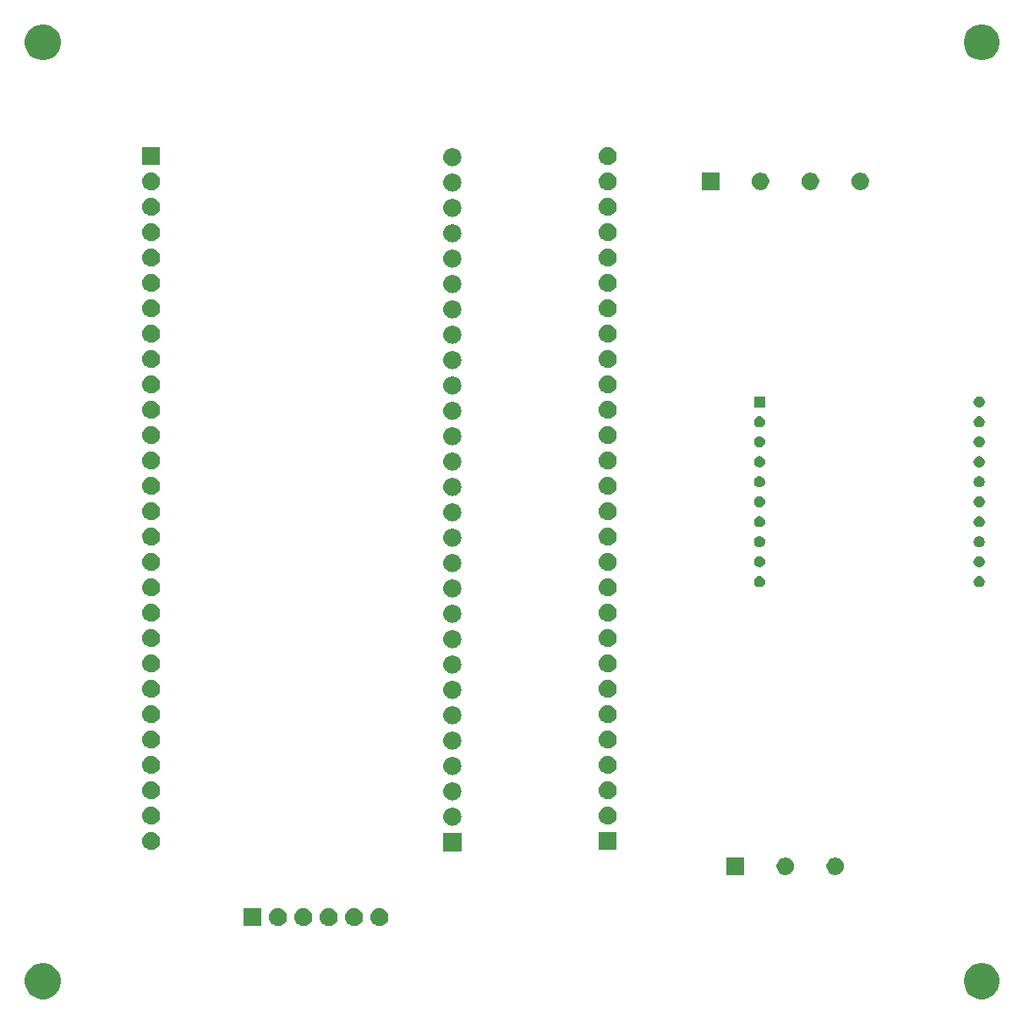
<source format=gbr>
%TF.GenerationSoftware,KiCad,Pcbnew,(5.0.1)-4*%
%TF.CreationDate,2019-03-02T18:56:36-06:00*%
%TF.ProjectId,uC and Xbee,754320616E6420586265652E6B696361,rev?*%
%TF.SameCoordinates,Original*%
%TF.FileFunction,Soldermask,Top*%
%TF.FilePolarity,Negative*%
%FSLAX46Y46*%
G04 Gerber Fmt 4.6, Leading zero omitted, Abs format (unit mm)*
G04 Created by KiCad (PCBNEW (5.0.1)-4) date 2019-03-02 6:56:36 PM*
%MOMM*%
%LPD*%
G01*
G04 APERTURE LIST*
%ADD10C,0.100000*%
G04 APERTURE END LIST*
D10*
G36*
X203025331Y-139268211D02*
X203353092Y-139403974D01*
X203648073Y-139601074D01*
X203898926Y-139851927D01*
X204096026Y-140146908D01*
X204231789Y-140474669D01*
X204301000Y-140822616D01*
X204301000Y-141177384D01*
X204231789Y-141525331D01*
X204096026Y-141853092D01*
X203898926Y-142148073D01*
X203648073Y-142398926D01*
X203353092Y-142596026D01*
X203025331Y-142731789D01*
X202677384Y-142801000D01*
X202322616Y-142801000D01*
X201974669Y-142731789D01*
X201646908Y-142596026D01*
X201351927Y-142398926D01*
X201101074Y-142148073D01*
X200903974Y-141853092D01*
X200768211Y-141525331D01*
X200699000Y-141177384D01*
X200699000Y-140822616D01*
X200768211Y-140474669D01*
X200903974Y-140146908D01*
X201101074Y-139851927D01*
X201351927Y-139601074D01*
X201646908Y-139403974D01*
X201974669Y-139268211D01*
X202322616Y-139199000D01*
X202677384Y-139199000D01*
X203025331Y-139268211D01*
X203025331Y-139268211D01*
G37*
G36*
X109025331Y-139268211D02*
X109353092Y-139403974D01*
X109648073Y-139601074D01*
X109898926Y-139851927D01*
X110096026Y-140146908D01*
X110231789Y-140474669D01*
X110301000Y-140822616D01*
X110301000Y-141177384D01*
X110231789Y-141525331D01*
X110096026Y-141853092D01*
X109898926Y-142148073D01*
X109648073Y-142398926D01*
X109353092Y-142596026D01*
X109025331Y-142731789D01*
X108677384Y-142801000D01*
X108322616Y-142801000D01*
X107974669Y-142731789D01*
X107646908Y-142596026D01*
X107351927Y-142398926D01*
X107101074Y-142148073D01*
X106903974Y-141853092D01*
X106768211Y-141525331D01*
X106699000Y-141177384D01*
X106699000Y-140822616D01*
X106768211Y-140474669D01*
X106903974Y-140146908D01*
X107101074Y-139851927D01*
X107351927Y-139601074D01*
X107646908Y-139403974D01*
X107974669Y-139268211D01*
X108322616Y-139199000D01*
X108677384Y-139199000D01*
X109025331Y-139268211D01*
X109025331Y-139268211D01*
G37*
G36*
X142310442Y-133685518D02*
X142376627Y-133692037D01*
X142489853Y-133726384D01*
X142546467Y-133743557D01*
X142685087Y-133817652D01*
X142702991Y-133827222D01*
X142738729Y-133856552D01*
X142840186Y-133939814D01*
X142923448Y-134041271D01*
X142952778Y-134077009D01*
X142952779Y-134077011D01*
X143036443Y-134233533D01*
X143036443Y-134233534D01*
X143087963Y-134403373D01*
X143105359Y-134580000D01*
X143087963Y-134756627D01*
X143053616Y-134869853D01*
X143036443Y-134926467D01*
X142962348Y-135065087D01*
X142952778Y-135082991D01*
X142923448Y-135118729D01*
X142840186Y-135220186D01*
X142738729Y-135303448D01*
X142702991Y-135332778D01*
X142702989Y-135332779D01*
X142546467Y-135416443D01*
X142489853Y-135433616D01*
X142376627Y-135467963D01*
X142310442Y-135474482D01*
X142244260Y-135481000D01*
X142155740Y-135481000D01*
X142089558Y-135474482D01*
X142023373Y-135467963D01*
X141910147Y-135433616D01*
X141853533Y-135416443D01*
X141697011Y-135332779D01*
X141697009Y-135332778D01*
X141661271Y-135303448D01*
X141559814Y-135220186D01*
X141476552Y-135118729D01*
X141447222Y-135082991D01*
X141437652Y-135065087D01*
X141363557Y-134926467D01*
X141346384Y-134869853D01*
X141312037Y-134756627D01*
X141294641Y-134580000D01*
X141312037Y-134403373D01*
X141363557Y-134233534D01*
X141363557Y-134233533D01*
X141447221Y-134077011D01*
X141447222Y-134077009D01*
X141476552Y-134041271D01*
X141559814Y-133939814D01*
X141661271Y-133856552D01*
X141697009Y-133827222D01*
X141714913Y-133817652D01*
X141853533Y-133743557D01*
X141910147Y-133726384D01*
X142023373Y-133692037D01*
X142089558Y-133685518D01*
X142155740Y-133679000D01*
X142244260Y-133679000D01*
X142310442Y-133685518D01*
X142310442Y-133685518D01*
G37*
G36*
X137230442Y-133685518D02*
X137296627Y-133692037D01*
X137409853Y-133726384D01*
X137466467Y-133743557D01*
X137605087Y-133817652D01*
X137622991Y-133827222D01*
X137658729Y-133856552D01*
X137760186Y-133939814D01*
X137843448Y-134041271D01*
X137872778Y-134077009D01*
X137872779Y-134077011D01*
X137956443Y-134233533D01*
X137956443Y-134233534D01*
X138007963Y-134403373D01*
X138025359Y-134580000D01*
X138007963Y-134756627D01*
X137973616Y-134869853D01*
X137956443Y-134926467D01*
X137882348Y-135065087D01*
X137872778Y-135082991D01*
X137843448Y-135118729D01*
X137760186Y-135220186D01*
X137658729Y-135303448D01*
X137622991Y-135332778D01*
X137622989Y-135332779D01*
X137466467Y-135416443D01*
X137409853Y-135433616D01*
X137296627Y-135467963D01*
X137230442Y-135474482D01*
X137164260Y-135481000D01*
X137075740Y-135481000D01*
X137009558Y-135474482D01*
X136943373Y-135467963D01*
X136830147Y-135433616D01*
X136773533Y-135416443D01*
X136617011Y-135332779D01*
X136617009Y-135332778D01*
X136581271Y-135303448D01*
X136479814Y-135220186D01*
X136396552Y-135118729D01*
X136367222Y-135082991D01*
X136357652Y-135065087D01*
X136283557Y-134926467D01*
X136266384Y-134869853D01*
X136232037Y-134756627D01*
X136214641Y-134580000D01*
X136232037Y-134403373D01*
X136283557Y-134233534D01*
X136283557Y-134233533D01*
X136367221Y-134077011D01*
X136367222Y-134077009D01*
X136396552Y-134041271D01*
X136479814Y-133939814D01*
X136581271Y-133856552D01*
X136617009Y-133827222D01*
X136634913Y-133817652D01*
X136773533Y-133743557D01*
X136830147Y-133726384D01*
X136943373Y-133692037D01*
X137009558Y-133685518D01*
X137075740Y-133679000D01*
X137164260Y-133679000D01*
X137230442Y-133685518D01*
X137230442Y-133685518D01*
G37*
G36*
X130401000Y-135481000D02*
X128599000Y-135481000D01*
X128599000Y-133679000D01*
X130401000Y-133679000D01*
X130401000Y-135481000D01*
X130401000Y-135481000D01*
G37*
G36*
X132150442Y-133685518D02*
X132216627Y-133692037D01*
X132329853Y-133726384D01*
X132386467Y-133743557D01*
X132525087Y-133817652D01*
X132542991Y-133827222D01*
X132578729Y-133856552D01*
X132680186Y-133939814D01*
X132763448Y-134041271D01*
X132792778Y-134077009D01*
X132792779Y-134077011D01*
X132876443Y-134233533D01*
X132876443Y-134233534D01*
X132927963Y-134403373D01*
X132945359Y-134580000D01*
X132927963Y-134756627D01*
X132893616Y-134869853D01*
X132876443Y-134926467D01*
X132802348Y-135065087D01*
X132792778Y-135082991D01*
X132763448Y-135118729D01*
X132680186Y-135220186D01*
X132578729Y-135303448D01*
X132542991Y-135332778D01*
X132542989Y-135332779D01*
X132386467Y-135416443D01*
X132329853Y-135433616D01*
X132216627Y-135467963D01*
X132150442Y-135474482D01*
X132084260Y-135481000D01*
X131995740Y-135481000D01*
X131929558Y-135474482D01*
X131863373Y-135467963D01*
X131750147Y-135433616D01*
X131693533Y-135416443D01*
X131537011Y-135332779D01*
X131537009Y-135332778D01*
X131501271Y-135303448D01*
X131399814Y-135220186D01*
X131316552Y-135118729D01*
X131287222Y-135082991D01*
X131277652Y-135065087D01*
X131203557Y-134926467D01*
X131186384Y-134869853D01*
X131152037Y-134756627D01*
X131134641Y-134580000D01*
X131152037Y-134403373D01*
X131203557Y-134233534D01*
X131203557Y-134233533D01*
X131287221Y-134077011D01*
X131287222Y-134077009D01*
X131316552Y-134041271D01*
X131399814Y-133939814D01*
X131501271Y-133856552D01*
X131537009Y-133827222D01*
X131554913Y-133817652D01*
X131693533Y-133743557D01*
X131750147Y-133726384D01*
X131863373Y-133692037D01*
X131929558Y-133685518D01*
X131995740Y-133679000D01*
X132084260Y-133679000D01*
X132150442Y-133685518D01*
X132150442Y-133685518D01*
G37*
G36*
X139770442Y-133685518D02*
X139836627Y-133692037D01*
X139949853Y-133726384D01*
X140006467Y-133743557D01*
X140145087Y-133817652D01*
X140162991Y-133827222D01*
X140198729Y-133856552D01*
X140300186Y-133939814D01*
X140383448Y-134041271D01*
X140412778Y-134077009D01*
X140412779Y-134077011D01*
X140496443Y-134233533D01*
X140496443Y-134233534D01*
X140547963Y-134403373D01*
X140565359Y-134580000D01*
X140547963Y-134756627D01*
X140513616Y-134869853D01*
X140496443Y-134926467D01*
X140422348Y-135065087D01*
X140412778Y-135082991D01*
X140383448Y-135118729D01*
X140300186Y-135220186D01*
X140198729Y-135303448D01*
X140162991Y-135332778D01*
X140162989Y-135332779D01*
X140006467Y-135416443D01*
X139949853Y-135433616D01*
X139836627Y-135467963D01*
X139770442Y-135474482D01*
X139704260Y-135481000D01*
X139615740Y-135481000D01*
X139549558Y-135474482D01*
X139483373Y-135467963D01*
X139370147Y-135433616D01*
X139313533Y-135416443D01*
X139157011Y-135332779D01*
X139157009Y-135332778D01*
X139121271Y-135303448D01*
X139019814Y-135220186D01*
X138936552Y-135118729D01*
X138907222Y-135082991D01*
X138897652Y-135065087D01*
X138823557Y-134926467D01*
X138806384Y-134869853D01*
X138772037Y-134756627D01*
X138754641Y-134580000D01*
X138772037Y-134403373D01*
X138823557Y-134233534D01*
X138823557Y-134233533D01*
X138907221Y-134077011D01*
X138907222Y-134077009D01*
X138936552Y-134041271D01*
X139019814Y-133939814D01*
X139121271Y-133856552D01*
X139157009Y-133827222D01*
X139174913Y-133817652D01*
X139313533Y-133743557D01*
X139370147Y-133726384D01*
X139483373Y-133692037D01*
X139549558Y-133685518D01*
X139615740Y-133679000D01*
X139704260Y-133679000D01*
X139770442Y-133685518D01*
X139770442Y-133685518D01*
G37*
G36*
X134690442Y-133685518D02*
X134756627Y-133692037D01*
X134869853Y-133726384D01*
X134926467Y-133743557D01*
X135065087Y-133817652D01*
X135082991Y-133827222D01*
X135118729Y-133856552D01*
X135220186Y-133939814D01*
X135303448Y-134041271D01*
X135332778Y-134077009D01*
X135332779Y-134077011D01*
X135416443Y-134233533D01*
X135416443Y-134233534D01*
X135467963Y-134403373D01*
X135485359Y-134580000D01*
X135467963Y-134756627D01*
X135433616Y-134869853D01*
X135416443Y-134926467D01*
X135342348Y-135065087D01*
X135332778Y-135082991D01*
X135303448Y-135118729D01*
X135220186Y-135220186D01*
X135118729Y-135303448D01*
X135082991Y-135332778D01*
X135082989Y-135332779D01*
X134926467Y-135416443D01*
X134869853Y-135433616D01*
X134756627Y-135467963D01*
X134690442Y-135474482D01*
X134624260Y-135481000D01*
X134535740Y-135481000D01*
X134469558Y-135474482D01*
X134403373Y-135467963D01*
X134290147Y-135433616D01*
X134233533Y-135416443D01*
X134077011Y-135332779D01*
X134077009Y-135332778D01*
X134041271Y-135303448D01*
X133939814Y-135220186D01*
X133856552Y-135118729D01*
X133827222Y-135082991D01*
X133817652Y-135065087D01*
X133743557Y-134926467D01*
X133726384Y-134869853D01*
X133692037Y-134756627D01*
X133674641Y-134580000D01*
X133692037Y-134403373D01*
X133743557Y-134233534D01*
X133743557Y-134233533D01*
X133827221Y-134077011D01*
X133827222Y-134077009D01*
X133856552Y-134041271D01*
X133939814Y-133939814D01*
X134041271Y-133856552D01*
X134077009Y-133827222D01*
X134094913Y-133817652D01*
X134233533Y-133743557D01*
X134290147Y-133726384D01*
X134403373Y-133692037D01*
X134469558Y-133685518D01*
X134535740Y-133679000D01*
X134624260Y-133679000D01*
X134690442Y-133685518D01*
X134690442Y-133685518D01*
G37*
G36*
X187968589Y-128632416D02*
X188095520Y-128657664D01*
X188254942Y-128723699D01*
X188398418Y-128819566D01*
X188520434Y-128941582D01*
X188616301Y-129085058D01*
X188682336Y-129244480D01*
X188716000Y-129413721D01*
X188716000Y-129586279D01*
X188682336Y-129755520D01*
X188616301Y-129914942D01*
X188520434Y-130058418D01*
X188398418Y-130180434D01*
X188254942Y-130276301D01*
X188095520Y-130342336D01*
X187968589Y-130367584D01*
X187926280Y-130376000D01*
X187753720Y-130376000D01*
X187711411Y-130367584D01*
X187584480Y-130342336D01*
X187425058Y-130276301D01*
X187281582Y-130180434D01*
X187159566Y-130058418D01*
X187063699Y-129914942D01*
X186997664Y-129755520D01*
X186964000Y-129586279D01*
X186964000Y-129413721D01*
X186997664Y-129244480D01*
X187063699Y-129085058D01*
X187159566Y-128941582D01*
X187281582Y-128819566D01*
X187425058Y-128723699D01*
X187584480Y-128657664D01*
X187711411Y-128632416D01*
X187753720Y-128624000D01*
X187926280Y-128624000D01*
X187968589Y-128632416D01*
X187968589Y-128632416D01*
G37*
G36*
X182968589Y-128632416D02*
X183095520Y-128657664D01*
X183254942Y-128723699D01*
X183398418Y-128819566D01*
X183520434Y-128941582D01*
X183616301Y-129085058D01*
X183682336Y-129244480D01*
X183716000Y-129413721D01*
X183716000Y-129586279D01*
X183682336Y-129755520D01*
X183616301Y-129914942D01*
X183520434Y-130058418D01*
X183398418Y-130180434D01*
X183254942Y-130276301D01*
X183095520Y-130342336D01*
X182968589Y-130367584D01*
X182926280Y-130376000D01*
X182753720Y-130376000D01*
X182711411Y-130367584D01*
X182584480Y-130342336D01*
X182425058Y-130276301D01*
X182281582Y-130180434D01*
X182159566Y-130058418D01*
X182063699Y-129914942D01*
X181997664Y-129755520D01*
X181964000Y-129586279D01*
X181964000Y-129413721D01*
X181997664Y-129244480D01*
X182063699Y-129085058D01*
X182159566Y-128941582D01*
X182281582Y-128819566D01*
X182425058Y-128723699D01*
X182584480Y-128657664D01*
X182711411Y-128632416D01*
X182753720Y-128624000D01*
X182926280Y-128624000D01*
X182968589Y-128632416D01*
X182968589Y-128632416D01*
G37*
G36*
X178716000Y-130376000D02*
X176964000Y-130376000D01*
X176964000Y-128624000D01*
X178716000Y-128624000D01*
X178716000Y-130376000D01*
X178716000Y-130376000D01*
G37*
G36*
X150401000Y-127981000D02*
X148599000Y-127981000D01*
X148599000Y-126179000D01*
X150401000Y-126179000D01*
X150401000Y-127981000D01*
X150401000Y-127981000D01*
G37*
G36*
X119450442Y-126065518D02*
X119516627Y-126072037D01*
X119629853Y-126106384D01*
X119686467Y-126123557D01*
X119790192Y-126179000D01*
X119842991Y-126207222D01*
X119878729Y-126236552D01*
X119980186Y-126319814D01*
X120063448Y-126421271D01*
X120092778Y-126457009D01*
X120092779Y-126457011D01*
X120176443Y-126613533D01*
X120176443Y-126613534D01*
X120227963Y-126783373D01*
X120245359Y-126960000D01*
X120227963Y-127136627D01*
X120193616Y-127249853D01*
X120176443Y-127306467D01*
X120102348Y-127445087D01*
X120092778Y-127462991D01*
X120063448Y-127498729D01*
X119980186Y-127600186D01*
X119878729Y-127683448D01*
X119842991Y-127712778D01*
X119842989Y-127712779D01*
X119686467Y-127796443D01*
X119629853Y-127813616D01*
X119516627Y-127847963D01*
X119450443Y-127854481D01*
X119384260Y-127861000D01*
X119295740Y-127861000D01*
X119229557Y-127854481D01*
X119163373Y-127847963D01*
X119050147Y-127813616D01*
X118993533Y-127796443D01*
X118837011Y-127712779D01*
X118837009Y-127712778D01*
X118801271Y-127683448D01*
X118699814Y-127600186D01*
X118616552Y-127498729D01*
X118587222Y-127462991D01*
X118577652Y-127445087D01*
X118503557Y-127306467D01*
X118486384Y-127249853D01*
X118452037Y-127136627D01*
X118434641Y-126960000D01*
X118452037Y-126783373D01*
X118503557Y-126613534D01*
X118503557Y-126613533D01*
X118587221Y-126457011D01*
X118587222Y-126457009D01*
X118616552Y-126421271D01*
X118699814Y-126319814D01*
X118801271Y-126236552D01*
X118837009Y-126207222D01*
X118889808Y-126179000D01*
X118993533Y-126123557D01*
X119050147Y-126106384D01*
X119163373Y-126072037D01*
X119229558Y-126065518D01*
X119295740Y-126059000D01*
X119384260Y-126059000D01*
X119450442Y-126065518D01*
X119450442Y-126065518D01*
G37*
G36*
X165961000Y-127861000D02*
X164159000Y-127861000D01*
X164159000Y-126059000D01*
X165961000Y-126059000D01*
X165961000Y-127861000D01*
X165961000Y-127861000D01*
G37*
G36*
X149610443Y-123645519D02*
X149676627Y-123652037D01*
X149789853Y-123686384D01*
X149846467Y-123703557D01*
X149985087Y-123777652D01*
X150002991Y-123787222D01*
X150038729Y-123816552D01*
X150140186Y-123899814D01*
X150223448Y-124001271D01*
X150252778Y-124037009D01*
X150252779Y-124037011D01*
X150336443Y-124193533D01*
X150351562Y-124243375D01*
X150387963Y-124363373D01*
X150405359Y-124540000D01*
X150387963Y-124716627D01*
X150372844Y-124766467D01*
X150336443Y-124886467D01*
X150316921Y-124922989D01*
X150252778Y-125042991D01*
X150238667Y-125060185D01*
X150140186Y-125180186D01*
X150047265Y-125256443D01*
X150002991Y-125292778D01*
X150002989Y-125292779D01*
X149846467Y-125376443D01*
X149789853Y-125393616D01*
X149676627Y-125427963D01*
X149610442Y-125434482D01*
X149544260Y-125441000D01*
X149455740Y-125441000D01*
X149389558Y-125434482D01*
X149323373Y-125427963D01*
X149210147Y-125393616D01*
X149153533Y-125376443D01*
X148997011Y-125292779D01*
X148997009Y-125292778D01*
X148952735Y-125256443D01*
X148859814Y-125180186D01*
X148761333Y-125060185D01*
X148747222Y-125042991D01*
X148683079Y-124922989D01*
X148663557Y-124886467D01*
X148627156Y-124766467D01*
X148612037Y-124716627D01*
X148594641Y-124540000D01*
X148612037Y-124363373D01*
X148648438Y-124243375D01*
X148663557Y-124193533D01*
X148747221Y-124037011D01*
X148747222Y-124037009D01*
X148776552Y-124001271D01*
X148859814Y-123899814D01*
X148961271Y-123816552D01*
X148997009Y-123787222D01*
X149014913Y-123777652D01*
X149153533Y-123703557D01*
X149210147Y-123686384D01*
X149323373Y-123652037D01*
X149389557Y-123645519D01*
X149455740Y-123639000D01*
X149544260Y-123639000D01*
X149610443Y-123645519D01*
X149610443Y-123645519D01*
G37*
G36*
X119450443Y-123525519D02*
X119516627Y-123532037D01*
X119629853Y-123566384D01*
X119686467Y-123583557D01*
X119790192Y-123639000D01*
X119842991Y-123667222D01*
X119878729Y-123696552D01*
X119980186Y-123779814D01*
X120063448Y-123881271D01*
X120092778Y-123917009D01*
X120092779Y-123917011D01*
X120176443Y-124073533D01*
X120176443Y-124073534D01*
X120227963Y-124243373D01*
X120245359Y-124420000D01*
X120227963Y-124596627D01*
X120193616Y-124709853D01*
X120176443Y-124766467D01*
X120112301Y-124886466D01*
X120092778Y-124922991D01*
X120063448Y-124958729D01*
X119980186Y-125060186D01*
X119878729Y-125143448D01*
X119842991Y-125172778D01*
X119842989Y-125172779D01*
X119686467Y-125256443D01*
X119629853Y-125273616D01*
X119516627Y-125307963D01*
X119450443Y-125314481D01*
X119384260Y-125321000D01*
X119295740Y-125321000D01*
X119229557Y-125314481D01*
X119163373Y-125307963D01*
X119050147Y-125273616D01*
X118993533Y-125256443D01*
X118837011Y-125172779D01*
X118837009Y-125172778D01*
X118801271Y-125143448D01*
X118699814Y-125060186D01*
X118616552Y-124958729D01*
X118587222Y-124922991D01*
X118567699Y-124886466D01*
X118503557Y-124766467D01*
X118486384Y-124709853D01*
X118452037Y-124596627D01*
X118434641Y-124420000D01*
X118452037Y-124243373D01*
X118503557Y-124073534D01*
X118503557Y-124073533D01*
X118587221Y-123917011D01*
X118587222Y-123917009D01*
X118616552Y-123881271D01*
X118699814Y-123779814D01*
X118801271Y-123696552D01*
X118837009Y-123667222D01*
X118889808Y-123639000D01*
X118993533Y-123583557D01*
X119050147Y-123566384D01*
X119163373Y-123532037D01*
X119229557Y-123525519D01*
X119295740Y-123519000D01*
X119384260Y-123519000D01*
X119450443Y-123525519D01*
X119450443Y-123525519D01*
G37*
G36*
X165170443Y-123525519D02*
X165236627Y-123532037D01*
X165349853Y-123566384D01*
X165406467Y-123583557D01*
X165510192Y-123639000D01*
X165562991Y-123667222D01*
X165598729Y-123696552D01*
X165700186Y-123779814D01*
X165783448Y-123881271D01*
X165812778Y-123917009D01*
X165812779Y-123917011D01*
X165896443Y-124073533D01*
X165896443Y-124073534D01*
X165947963Y-124243373D01*
X165965359Y-124420000D01*
X165947963Y-124596627D01*
X165913616Y-124709853D01*
X165896443Y-124766467D01*
X165832301Y-124886466D01*
X165812778Y-124922991D01*
X165783448Y-124958729D01*
X165700186Y-125060186D01*
X165598729Y-125143448D01*
X165562991Y-125172778D01*
X165562989Y-125172779D01*
X165406467Y-125256443D01*
X165349853Y-125273616D01*
X165236627Y-125307963D01*
X165170443Y-125314481D01*
X165104260Y-125321000D01*
X165015740Y-125321000D01*
X164949557Y-125314481D01*
X164883373Y-125307963D01*
X164770147Y-125273616D01*
X164713533Y-125256443D01*
X164557011Y-125172779D01*
X164557009Y-125172778D01*
X164521271Y-125143448D01*
X164419814Y-125060186D01*
X164336552Y-124958729D01*
X164307222Y-124922991D01*
X164287699Y-124886466D01*
X164223557Y-124766467D01*
X164206384Y-124709853D01*
X164172037Y-124596627D01*
X164154641Y-124420000D01*
X164172037Y-124243373D01*
X164223557Y-124073534D01*
X164223557Y-124073533D01*
X164307221Y-123917011D01*
X164307222Y-123917009D01*
X164336552Y-123881271D01*
X164419814Y-123779814D01*
X164521271Y-123696552D01*
X164557009Y-123667222D01*
X164609808Y-123639000D01*
X164713533Y-123583557D01*
X164770147Y-123566384D01*
X164883373Y-123532037D01*
X164949557Y-123525519D01*
X165015740Y-123519000D01*
X165104260Y-123519000D01*
X165170443Y-123525519D01*
X165170443Y-123525519D01*
G37*
G36*
X149610442Y-121105518D02*
X149676627Y-121112037D01*
X149789853Y-121146384D01*
X149846467Y-121163557D01*
X149985087Y-121237652D01*
X150002991Y-121247222D01*
X150038729Y-121276552D01*
X150140186Y-121359814D01*
X150223448Y-121461271D01*
X150252778Y-121497009D01*
X150252779Y-121497011D01*
X150336443Y-121653533D01*
X150351562Y-121703375D01*
X150387963Y-121823373D01*
X150405359Y-122000000D01*
X150387963Y-122176627D01*
X150372844Y-122226467D01*
X150336443Y-122346467D01*
X150316921Y-122382989D01*
X150252778Y-122502991D01*
X150238667Y-122520185D01*
X150140186Y-122640186D01*
X150047265Y-122716443D01*
X150002991Y-122752778D01*
X150002989Y-122752779D01*
X149846467Y-122836443D01*
X149789853Y-122853616D01*
X149676627Y-122887963D01*
X149610442Y-122894482D01*
X149544260Y-122901000D01*
X149455740Y-122901000D01*
X149389558Y-122894482D01*
X149323373Y-122887963D01*
X149210147Y-122853616D01*
X149153533Y-122836443D01*
X148997011Y-122752779D01*
X148997009Y-122752778D01*
X148952735Y-122716443D01*
X148859814Y-122640186D01*
X148761333Y-122520185D01*
X148747222Y-122502991D01*
X148683079Y-122382989D01*
X148663557Y-122346467D01*
X148627156Y-122226467D01*
X148612037Y-122176627D01*
X148594641Y-122000000D01*
X148612037Y-121823373D01*
X148648438Y-121703375D01*
X148663557Y-121653533D01*
X148747221Y-121497011D01*
X148747222Y-121497009D01*
X148776552Y-121461271D01*
X148859814Y-121359814D01*
X148961271Y-121276552D01*
X148997009Y-121247222D01*
X149014913Y-121237652D01*
X149153533Y-121163557D01*
X149210147Y-121146384D01*
X149323373Y-121112037D01*
X149389558Y-121105518D01*
X149455740Y-121099000D01*
X149544260Y-121099000D01*
X149610442Y-121105518D01*
X149610442Y-121105518D01*
G37*
G36*
X119450442Y-120985518D02*
X119516627Y-120992037D01*
X119629853Y-121026384D01*
X119686467Y-121043557D01*
X119790192Y-121099000D01*
X119842991Y-121127222D01*
X119878729Y-121156552D01*
X119980186Y-121239814D01*
X120063448Y-121341271D01*
X120092778Y-121377009D01*
X120092779Y-121377011D01*
X120176443Y-121533533D01*
X120176443Y-121533534D01*
X120227963Y-121703373D01*
X120245359Y-121880000D01*
X120227963Y-122056627D01*
X120193616Y-122169853D01*
X120176443Y-122226467D01*
X120112301Y-122346466D01*
X120092778Y-122382991D01*
X120063448Y-122418729D01*
X119980186Y-122520186D01*
X119878729Y-122603448D01*
X119842991Y-122632778D01*
X119842989Y-122632779D01*
X119686467Y-122716443D01*
X119629853Y-122733616D01*
X119516627Y-122767963D01*
X119450442Y-122774482D01*
X119384260Y-122781000D01*
X119295740Y-122781000D01*
X119229558Y-122774482D01*
X119163373Y-122767963D01*
X119050147Y-122733616D01*
X118993533Y-122716443D01*
X118837011Y-122632779D01*
X118837009Y-122632778D01*
X118801271Y-122603448D01*
X118699814Y-122520186D01*
X118616552Y-122418729D01*
X118587222Y-122382991D01*
X118567699Y-122346466D01*
X118503557Y-122226467D01*
X118486384Y-122169853D01*
X118452037Y-122056627D01*
X118434641Y-121880000D01*
X118452037Y-121703373D01*
X118503557Y-121533534D01*
X118503557Y-121533533D01*
X118587221Y-121377011D01*
X118587222Y-121377009D01*
X118616552Y-121341271D01*
X118699814Y-121239814D01*
X118801271Y-121156552D01*
X118837009Y-121127222D01*
X118889808Y-121099000D01*
X118993533Y-121043557D01*
X119050147Y-121026384D01*
X119163373Y-120992037D01*
X119229558Y-120985518D01*
X119295740Y-120979000D01*
X119384260Y-120979000D01*
X119450442Y-120985518D01*
X119450442Y-120985518D01*
G37*
G36*
X165170442Y-120985518D02*
X165236627Y-120992037D01*
X165349853Y-121026384D01*
X165406467Y-121043557D01*
X165510192Y-121099000D01*
X165562991Y-121127222D01*
X165598729Y-121156552D01*
X165700186Y-121239814D01*
X165783448Y-121341271D01*
X165812778Y-121377009D01*
X165812779Y-121377011D01*
X165896443Y-121533533D01*
X165896443Y-121533534D01*
X165947963Y-121703373D01*
X165965359Y-121880000D01*
X165947963Y-122056627D01*
X165913616Y-122169853D01*
X165896443Y-122226467D01*
X165832301Y-122346466D01*
X165812778Y-122382991D01*
X165783448Y-122418729D01*
X165700186Y-122520186D01*
X165598729Y-122603448D01*
X165562991Y-122632778D01*
X165562989Y-122632779D01*
X165406467Y-122716443D01*
X165349853Y-122733616D01*
X165236627Y-122767963D01*
X165170442Y-122774482D01*
X165104260Y-122781000D01*
X165015740Y-122781000D01*
X164949558Y-122774482D01*
X164883373Y-122767963D01*
X164770147Y-122733616D01*
X164713533Y-122716443D01*
X164557011Y-122632779D01*
X164557009Y-122632778D01*
X164521271Y-122603448D01*
X164419814Y-122520186D01*
X164336552Y-122418729D01*
X164307222Y-122382991D01*
X164287699Y-122346466D01*
X164223557Y-122226467D01*
X164206384Y-122169853D01*
X164172037Y-122056627D01*
X164154641Y-121880000D01*
X164172037Y-121703373D01*
X164223557Y-121533534D01*
X164223557Y-121533533D01*
X164307221Y-121377011D01*
X164307222Y-121377009D01*
X164336552Y-121341271D01*
X164419814Y-121239814D01*
X164521271Y-121156552D01*
X164557009Y-121127222D01*
X164609808Y-121099000D01*
X164713533Y-121043557D01*
X164770147Y-121026384D01*
X164883373Y-120992037D01*
X164949558Y-120985518D01*
X165015740Y-120979000D01*
X165104260Y-120979000D01*
X165170442Y-120985518D01*
X165170442Y-120985518D01*
G37*
G36*
X149610442Y-118565518D02*
X149676627Y-118572037D01*
X149789853Y-118606384D01*
X149846467Y-118623557D01*
X149985087Y-118697652D01*
X150002991Y-118707222D01*
X150038729Y-118736552D01*
X150140186Y-118819814D01*
X150223448Y-118921271D01*
X150252778Y-118957009D01*
X150252779Y-118957011D01*
X150336443Y-119113533D01*
X150351562Y-119163375D01*
X150387963Y-119283373D01*
X150405359Y-119460000D01*
X150387963Y-119636627D01*
X150372844Y-119686467D01*
X150336443Y-119806467D01*
X150316921Y-119842989D01*
X150252778Y-119962991D01*
X150238667Y-119980185D01*
X150140186Y-120100186D01*
X150047265Y-120176443D01*
X150002991Y-120212778D01*
X150002989Y-120212779D01*
X149846467Y-120296443D01*
X149789853Y-120313616D01*
X149676627Y-120347963D01*
X149610442Y-120354482D01*
X149544260Y-120361000D01*
X149455740Y-120361000D01*
X149389558Y-120354482D01*
X149323373Y-120347963D01*
X149210147Y-120313616D01*
X149153533Y-120296443D01*
X148997011Y-120212779D01*
X148997009Y-120212778D01*
X148952735Y-120176443D01*
X148859814Y-120100186D01*
X148761333Y-119980185D01*
X148747222Y-119962991D01*
X148683079Y-119842989D01*
X148663557Y-119806467D01*
X148627156Y-119686467D01*
X148612037Y-119636627D01*
X148594641Y-119460000D01*
X148612037Y-119283373D01*
X148648438Y-119163375D01*
X148663557Y-119113533D01*
X148747221Y-118957011D01*
X148747222Y-118957009D01*
X148776552Y-118921271D01*
X148859814Y-118819814D01*
X148961271Y-118736552D01*
X148997009Y-118707222D01*
X149014913Y-118697652D01*
X149153533Y-118623557D01*
X149210147Y-118606384D01*
X149323373Y-118572037D01*
X149389558Y-118565518D01*
X149455740Y-118559000D01*
X149544260Y-118559000D01*
X149610442Y-118565518D01*
X149610442Y-118565518D01*
G37*
G36*
X165170442Y-118445518D02*
X165236627Y-118452037D01*
X165349853Y-118486384D01*
X165406467Y-118503557D01*
X165510192Y-118559000D01*
X165562991Y-118587222D01*
X165598729Y-118616552D01*
X165700186Y-118699814D01*
X165783448Y-118801271D01*
X165812778Y-118837009D01*
X165812779Y-118837011D01*
X165896443Y-118993533D01*
X165896443Y-118993534D01*
X165947963Y-119163373D01*
X165965359Y-119340000D01*
X165947963Y-119516627D01*
X165913616Y-119629853D01*
X165896443Y-119686467D01*
X165832301Y-119806466D01*
X165812778Y-119842991D01*
X165783448Y-119878729D01*
X165700186Y-119980186D01*
X165598729Y-120063448D01*
X165562991Y-120092778D01*
X165562989Y-120092779D01*
X165406467Y-120176443D01*
X165349853Y-120193616D01*
X165236627Y-120227963D01*
X165170442Y-120234482D01*
X165104260Y-120241000D01*
X165015740Y-120241000D01*
X164949558Y-120234482D01*
X164883373Y-120227963D01*
X164770147Y-120193616D01*
X164713533Y-120176443D01*
X164557011Y-120092779D01*
X164557009Y-120092778D01*
X164521271Y-120063448D01*
X164419814Y-119980186D01*
X164336552Y-119878729D01*
X164307222Y-119842991D01*
X164287699Y-119806466D01*
X164223557Y-119686467D01*
X164206384Y-119629853D01*
X164172037Y-119516627D01*
X164154641Y-119340000D01*
X164172037Y-119163373D01*
X164223557Y-118993534D01*
X164223557Y-118993533D01*
X164307221Y-118837011D01*
X164307222Y-118837009D01*
X164336552Y-118801271D01*
X164419814Y-118699814D01*
X164521271Y-118616552D01*
X164557009Y-118587222D01*
X164609808Y-118559000D01*
X164713533Y-118503557D01*
X164770147Y-118486384D01*
X164883373Y-118452037D01*
X164949558Y-118445518D01*
X165015740Y-118439000D01*
X165104260Y-118439000D01*
X165170442Y-118445518D01*
X165170442Y-118445518D01*
G37*
G36*
X119450442Y-118445518D02*
X119516627Y-118452037D01*
X119629853Y-118486384D01*
X119686467Y-118503557D01*
X119790192Y-118559000D01*
X119842991Y-118587222D01*
X119878729Y-118616552D01*
X119980186Y-118699814D01*
X120063448Y-118801271D01*
X120092778Y-118837009D01*
X120092779Y-118837011D01*
X120176443Y-118993533D01*
X120176443Y-118993534D01*
X120227963Y-119163373D01*
X120245359Y-119340000D01*
X120227963Y-119516627D01*
X120193616Y-119629853D01*
X120176443Y-119686467D01*
X120112301Y-119806466D01*
X120092778Y-119842991D01*
X120063448Y-119878729D01*
X119980186Y-119980186D01*
X119878729Y-120063448D01*
X119842991Y-120092778D01*
X119842989Y-120092779D01*
X119686467Y-120176443D01*
X119629853Y-120193616D01*
X119516627Y-120227963D01*
X119450442Y-120234482D01*
X119384260Y-120241000D01*
X119295740Y-120241000D01*
X119229558Y-120234482D01*
X119163373Y-120227963D01*
X119050147Y-120193616D01*
X118993533Y-120176443D01*
X118837011Y-120092779D01*
X118837009Y-120092778D01*
X118801271Y-120063448D01*
X118699814Y-119980186D01*
X118616552Y-119878729D01*
X118587222Y-119842991D01*
X118567699Y-119806466D01*
X118503557Y-119686467D01*
X118486384Y-119629853D01*
X118452037Y-119516627D01*
X118434641Y-119340000D01*
X118452037Y-119163373D01*
X118503557Y-118993534D01*
X118503557Y-118993533D01*
X118587221Y-118837011D01*
X118587222Y-118837009D01*
X118616552Y-118801271D01*
X118699814Y-118699814D01*
X118801271Y-118616552D01*
X118837009Y-118587222D01*
X118889808Y-118559000D01*
X118993533Y-118503557D01*
X119050147Y-118486384D01*
X119163373Y-118452037D01*
X119229558Y-118445518D01*
X119295740Y-118439000D01*
X119384260Y-118439000D01*
X119450442Y-118445518D01*
X119450442Y-118445518D01*
G37*
G36*
X149610443Y-116025519D02*
X149676627Y-116032037D01*
X149789853Y-116066384D01*
X149846467Y-116083557D01*
X149985087Y-116157652D01*
X150002991Y-116167222D01*
X150038729Y-116196552D01*
X150140186Y-116279814D01*
X150223448Y-116381271D01*
X150252778Y-116417009D01*
X150252779Y-116417011D01*
X150336443Y-116573533D01*
X150351562Y-116623375D01*
X150387963Y-116743373D01*
X150405359Y-116920000D01*
X150387963Y-117096627D01*
X150372844Y-117146467D01*
X150336443Y-117266467D01*
X150316921Y-117302989D01*
X150252778Y-117422991D01*
X150238667Y-117440185D01*
X150140186Y-117560186D01*
X150047265Y-117636443D01*
X150002991Y-117672778D01*
X150002989Y-117672779D01*
X149846467Y-117756443D01*
X149789853Y-117773616D01*
X149676627Y-117807963D01*
X149610443Y-117814481D01*
X149544260Y-117821000D01*
X149455740Y-117821000D01*
X149389557Y-117814481D01*
X149323373Y-117807963D01*
X149210147Y-117773616D01*
X149153533Y-117756443D01*
X148997011Y-117672779D01*
X148997009Y-117672778D01*
X148952735Y-117636443D01*
X148859814Y-117560186D01*
X148761333Y-117440185D01*
X148747222Y-117422991D01*
X148683079Y-117302989D01*
X148663557Y-117266467D01*
X148627156Y-117146467D01*
X148612037Y-117096627D01*
X148594641Y-116920000D01*
X148612037Y-116743373D01*
X148648438Y-116623375D01*
X148663557Y-116573533D01*
X148747221Y-116417011D01*
X148747222Y-116417009D01*
X148776552Y-116381271D01*
X148859814Y-116279814D01*
X148961271Y-116196552D01*
X148997009Y-116167222D01*
X149014913Y-116157652D01*
X149153533Y-116083557D01*
X149210147Y-116066384D01*
X149323373Y-116032037D01*
X149389557Y-116025519D01*
X149455740Y-116019000D01*
X149544260Y-116019000D01*
X149610443Y-116025519D01*
X149610443Y-116025519D01*
G37*
G36*
X119450442Y-115905518D02*
X119516627Y-115912037D01*
X119629853Y-115946384D01*
X119686467Y-115963557D01*
X119790192Y-116019000D01*
X119842991Y-116047222D01*
X119878729Y-116076552D01*
X119980186Y-116159814D01*
X120063448Y-116261271D01*
X120092778Y-116297009D01*
X120092779Y-116297011D01*
X120176443Y-116453533D01*
X120176443Y-116453534D01*
X120227963Y-116623373D01*
X120245359Y-116800000D01*
X120227963Y-116976627D01*
X120193616Y-117089853D01*
X120176443Y-117146467D01*
X120112301Y-117266466D01*
X120092778Y-117302991D01*
X120063448Y-117338729D01*
X119980186Y-117440186D01*
X119878729Y-117523448D01*
X119842991Y-117552778D01*
X119842989Y-117552779D01*
X119686467Y-117636443D01*
X119629853Y-117653616D01*
X119516627Y-117687963D01*
X119450443Y-117694481D01*
X119384260Y-117701000D01*
X119295740Y-117701000D01*
X119229557Y-117694481D01*
X119163373Y-117687963D01*
X119050147Y-117653616D01*
X118993533Y-117636443D01*
X118837011Y-117552779D01*
X118837009Y-117552778D01*
X118801271Y-117523448D01*
X118699814Y-117440186D01*
X118616552Y-117338729D01*
X118587222Y-117302991D01*
X118567699Y-117266466D01*
X118503557Y-117146467D01*
X118486384Y-117089853D01*
X118452037Y-116976627D01*
X118434641Y-116800000D01*
X118452037Y-116623373D01*
X118503557Y-116453534D01*
X118503557Y-116453533D01*
X118587221Y-116297011D01*
X118587222Y-116297009D01*
X118616552Y-116261271D01*
X118699814Y-116159814D01*
X118801271Y-116076552D01*
X118837009Y-116047222D01*
X118889808Y-116019000D01*
X118993533Y-115963557D01*
X119050147Y-115946384D01*
X119163373Y-115912037D01*
X119229558Y-115905518D01*
X119295740Y-115899000D01*
X119384260Y-115899000D01*
X119450442Y-115905518D01*
X119450442Y-115905518D01*
G37*
G36*
X165170442Y-115905518D02*
X165236627Y-115912037D01*
X165349853Y-115946384D01*
X165406467Y-115963557D01*
X165510192Y-116019000D01*
X165562991Y-116047222D01*
X165598729Y-116076552D01*
X165700186Y-116159814D01*
X165783448Y-116261271D01*
X165812778Y-116297009D01*
X165812779Y-116297011D01*
X165896443Y-116453533D01*
X165896443Y-116453534D01*
X165947963Y-116623373D01*
X165965359Y-116800000D01*
X165947963Y-116976627D01*
X165913616Y-117089853D01*
X165896443Y-117146467D01*
X165832301Y-117266466D01*
X165812778Y-117302991D01*
X165783448Y-117338729D01*
X165700186Y-117440186D01*
X165598729Y-117523448D01*
X165562991Y-117552778D01*
X165562989Y-117552779D01*
X165406467Y-117636443D01*
X165349853Y-117653616D01*
X165236627Y-117687963D01*
X165170443Y-117694481D01*
X165104260Y-117701000D01*
X165015740Y-117701000D01*
X164949557Y-117694481D01*
X164883373Y-117687963D01*
X164770147Y-117653616D01*
X164713533Y-117636443D01*
X164557011Y-117552779D01*
X164557009Y-117552778D01*
X164521271Y-117523448D01*
X164419814Y-117440186D01*
X164336552Y-117338729D01*
X164307222Y-117302991D01*
X164287699Y-117266466D01*
X164223557Y-117146467D01*
X164206384Y-117089853D01*
X164172037Y-116976627D01*
X164154641Y-116800000D01*
X164172037Y-116623373D01*
X164223557Y-116453534D01*
X164223557Y-116453533D01*
X164307221Y-116297011D01*
X164307222Y-116297009D01*
X164336552Y-116261271D01*
X164419814Y-116159814D01*
X164521271Y-116076552D01*
X164557009Y-116047222D01*
X164609808Y-116019000D01*
X164713533Y-115963557D01*
X164770147Y-115946384D01*
X164883373Y-115912037D01*
X164949558Y-115905518D01*
X165015740Y-115899000D01*
X165104260Y-115899000D01*
X165170442Y-115905518D01*
X165170442Y-115905518D01*
G37*
G36*
X149610443Y-113485519D02*
X149676627Y-113492037D01*
X149789853Y-113526384D01*
X149846467Y-113543557D01*
X149985087Y-113617652D01*
X150002991Y-113627222D01*
X150038729Y-113656552D01*
X150140186Y-113739814D01*
X150223448Y-113841271D01*
X150252778Y-113877009D01*
X150252779Y-113877011D01*
X150336443Y-114033533D01*
X150351562Y-114083375D01*
X150387963Y-114203373D01*
X150405359Y-114380000D01*
X150387963Y-114556627D01*
X150372844Y-114606467D01*
X150336443Y-114726467D01*
X150316921Y-114762989D01*
X150252778Y-114882991D01*
X150238667Y-114900185D01*
X150140186Y-115020186D01*
X150047265Y-115096443D01*
X150002991Y-115132778D01*
X150002989Y-115132779D01*
X149846467Y-115216443D01*
X149789853Y-115233616D01*
X149676627Y-115267963D01*
X149610442Y-115274482D01*
X149544260Y-115281000D01*
X149455740Y-115281000D01*
X149389558Y-115274482D01*
X149323373Y-115267963D01*
X149210147Y-115233616D01*
X149153533Y-115216443D01*
X148997011Y-115132779D01*
X148997009Y-115132778D01*
X148952735Y-115096443D01*
X148859814Y-115020186D01*
X148761333Y-114900185D01*
X148747222Y-114882991D01*
X148683079Y-114762989D01*
X148663557Y-114726467D01*
X148627156Y-114606467D01*
X148612037Y-114556627D01*
X148594641Y-114380000D01*
X148612037Y-114203373D01*
X148648438Y-114083375D01*
X148663557Y-114033533D01*
X148747221Y-113877011D01*
X148747222Y-113877009D01*
X148776552Y-113841271D01*
X148859814Y-113739814D01*
X148961271Y-113656552D01*
X148997009Y-113627222D01*
X149014913Y-113617652D01*
X149153533Y-113543557D01*
X149210147Y-113526384D01*
X149323373Y-113492037D01*
X149389557Y-113485519D01*
X149455740Y-113479000D01*
X149544260Y-113479000D01*
X149610443Y-113485519D01*
X149610443Y-113485519D01*
G37*
G36*
X119450442Y-113365518D02*
X119516627Y-113372037D01*
X119629853Y-113406384D01*
X119686467Y-113423557D01*
X119790192Y-113479000D01*
X119842991Y-113507222D01*
X119878729Y-113536552D01*
X119980186Y-113619814D01*
X120063448Y-113721271D01*
X120092778Y-113757009D01*
X120092779Y-113757011D01*
X120176443Y-113913533D01*
X120176443Y-113913534D01*
X120227963Y-114083373D01*
X120245359Y-114260000D01*
X120227963Y-114436627D01*
X120193616Y-114549853D01*
X120176443Y-114606467D01*
X120112301Y-114726466D01*
X120092778Y-114762991D01*
X120063448Y-114798729D01*
X119980186Y-114900186D01*
X119878729Y-114983448D01*
X119842991Y-115012778D01*
X119842989Y-115012779D01*
X119686467Y-115096443D01*
X119629853Y-115113616D01*
X119516627Y-115147963D01*
X119450442Y-115154482D01*
X119384260Y-115161000D01*
X119295740Y-115161000D01*
X119229558Y-115154482D01*
X119163373Y-115147963D01*
X119050147Y-115113616D01*
X118993533Y-115096443D01*
X118837011Y-115012779D01*
X118837009Y-115012778D01*
X118801271Y-114983448D01*
X118699814Y-114900186D01*
X118616552Y-114798729D01*
X118587222Y-114762991D01*
X118567699Y-114726466D01*
X118503557Y-114606467D01*
X118486384Y-114549853D01*
X118452037Y-114436627D01*
X118434641Y-114260000D01*
X118452037Y-114083373D01*
X118503557Y-113913534D01*
X118503557Y-113913533D01*
X118587221Y-113757011D01*
X118587222Y-113757009D01*
X118616552Y-113721271D01*
X118699814Y-113619814D01*
X118801271Y-113536552D01*
X118837009Y-113507222D01*
X118889808Y-113479000D01*
X118993533Y-113423557D01*
X119050147Y-113406384D01*
X119163373Y-113372037D01*
X119229558Y-113365518D01*
X119295740Y-113359000D01*
X119384260Y-113359000D01*
X119450442Y-113365518D01*
X119450442Y-113365518D01*
G37*
G36*
X165170442Y-113365518D02*
X165236627Y-113372037D01*
X165349853Y-113406384D01*
X165406467Y-113423557D01*
X165510192Y-113479000D01*
X165562991Y-113507222D01*
X165598729Y-113536552D01*
X165700186Y-113619814D01*
X165783448Y-113721271D01*
X165812778Y-113757009D01*
X165812779Y-113757011D01*
X165896443Y-113913533D01*
X165896443Y-113913534D01*
X165947963Y-114083373D01*
X165965359Y-114260000D01*
X165947963Y-114436627D01*
X165913616Y-114549853D01*
X165896443Y-114606467D01*
X165832301Y-114726466D01*
X165812778Y-114762991D01*
X165783448Y-114798729D01*
X165700186Y-114900186D01*
X165598729Y-114983448D01*
X165562991Y-115012778D01*
X165562989Y-115012779D01*
X165406467Y-115096443D01*
X165349853Y-115113616D01*
X165236627Y-115147963D01*
X165170442Y-115154482D01*
X165104260Y-115161000D01*
X165015740Y-115161000D01*
X164949558Y-115154482D01*
X164883373Y-115147963D01*
X164770147Y-115113616D01*
X164713533Y-115096443D01*
X164557011Y-115012779D01*
X164557009Y-115012778D01*
X164521271Y-114983448D01*
X164419814Y-114900186D01*
X164336552Y-114798729D01*
X164307222Y-114762991D01*
X164287699Y-114726466D01*
X164223557Y-114606467D01*
X164206384Y-114549853D01*
X164172037Y-114436627D01*
X164154641Y-114260000D01*
X164172037Y-114083373D01*
X164223557Y-113913534D01*
X164223557Y-113913533D01*
X164307221Y-113757011D01*
X164307222Y-113757009D01*
X164336552Y-113721271D01*
X164419814Y-113619814D01*
X164521271Y-113536552D01*
X164557009Y-113507222D01*
X164609808Y-113479000D01*
X164713533Y-113423557D01*
X164770147Y-113406384D01*
X164883373Y-113372037D01*
X164949558Y-113365518D01*
X165015740Y-113359000D01*
X165104260Y-113359000D01*
X165170442Y-113365518D01*
X165170442Y-113365518D01*
G37*
G36*
X149610442Y-110945518D02*
X149676627Y-110952037D01*
X149789853Y-110986384D01*
X149846467Y-111003557D01*
X149985087Y-111077652D01*
X150002991Y-111087222D01*
X150038729Y-111116552D01*
X150140186Y-111199814D01*
X150223448Y-111301271D01*
X150252778Y-111337009D01*
X150252779Y-111337011D01*
X150336443Y-111493533D01*
X150351562Y-111543375D01*
X150387963Y-111663373D01*
X150405359Y-111840000D01*
X150387963Y-112016627D01*
X150372844Y-112066467D01*
X150336443Y-112186467D01*
X150316921Y-112222989D01*
X150252778Y-112342991D01*
X150238667Y-112360185D01*
X150140186Y-112480186D01*
X150047265Y-112556443D01*
X150002991Y-112592778D01*
X150002989Y-112592779D01*
X149846467Y-112676443D01*
X149789853Y-112693616D01*
X149676627Y-112727963D01*
X149610443Y-112734481D01*
X149544260Y-112741000D01*
X149455740Y-112741000D01*
X149389557Y-112734481D01*
X149323373Y-112727963D01*
X149210147Y-112693616D01*
X149153533Y-112676443D01*
X148997011Y-112592779D01*
X148997009Y-112592778D01*
X148952735Y-112556443D01*
X148859814Y-112480186D01*
X148761333Y-112360185D01*
X148747222Y-112342991D01*
X148683079Y-112222989D01*
X148663557Y-112186467D01*
X148627156Y-112066467D01*
X148612037Y-112016627D01*
X148594641Y-111840000D01*
X148612037Y-111663373D01*
X148648438Y-111543375D01*
X148663557Y-111493533D01*
X148747221Y-111337011D01*
X148747222Y-111337009D01*
X148776552Y-111301271D01*
X148859814Y-111199814D01*
X148961271Y-111116552D01*
X148997009Y-111087222D01*
X149014913Y-111077652D01*
X149153533Y-111003557D01*
X149210147Y-110986384D01*
X149323373Y-110952037D01*
X149389558Y-110945518D01*
X149455740Y-110939000D01*
X149544260Y-110939000D01*
X149610442Y-110945518D01*
X149610442Y-110945518D01*
G37*
G36*
X165170443Y-110825519D02*
X165236627Y-110832037D01*
X165349853Y-110866384D01*
X165406467Y-110883557D01*
X165510192Y-110939000D01*
X165562991Y-110967222D01*
X165598729Y-110996552D01*
X165700186Y-111079814D01*
X165783448Y-111181271D01*
X165812778Y-111217009D01*
X165812779Y-111217011D01*
X165896443Y-111373533D01*
X165896443Y-111373534D01*
X165947963Y-111543373D01*
X165965359Y-111720000D01*
X165947963Y-111896627D01*
X165913616Y-112009853D01*
X165896443Y-112066467D01*
X165832301Y-112186466D01*
X165812778Y-112222991D01*
X165783448Y-112258729D01*
X165700186Y-112360186D01*
X165598729Y-112443448D01*
X165562991Y-112472778D01*
X165562989Y-112472779D01*
X165406467Y-112556443D01*
X165349853Y-112573616D01*
X165236627Y-112607963D01*
X165170442Y-112614482D01*
X165104260Y-112621000D01*
X165015740Y-112621000D01*
X164949558Y-112614482D01*
X164883373Y-112607963D01*
X164770147Y-112573616D01*
X164713533Y-112556443D01*
X164557011Y-112472779D01*
X164557009Y-112472778D01*
X164521271Y-112443448D01*
X164419814Y-112360186D01*
X164336552Y-112258729D01*
X164307222Y-112222991D01*
X164287699Y-112186466D01*
X164223557Y-112066467D01*
X164206384Y-112009853D01*
X164172037Y-111896627D01*
X164154641Y-111720000D01*
X164172037Y-111543373D01*
X164223557Y-111373534D01*
X164223557Y-111373533D01*
X164307221Y-111217011D01*
X164307222Y-111217009D01*
X164336552Y-111181271D01*
X164419814Y-111079814D01*
X164521271Y-110996552D01*
X164557009Y-110967222D01*
X164609808Y-110939000D01*
X164713533Y-110883557D01*
X164770147Y-110866384D01*
X164883373Y-110832037D01*
X164949557Y-110825519D01*
X165015740Y-110819000D01*
X165104260Y-110819000D01*
X165170443Y-110825519D01*
X165170443Y-110825519D01*
G37*
G36*
X119450443Y-110825519D02*
X119516627Y-110832037D01*
X119629853Y-110866384D01*
X119686467Y-110883557D01*
X119790192Y-110939000D01*
X119842991Y-110967222D01*
X119878729Y-110996552D01*
X119980186Y-111079814D01*
X120063448Y-111181271D01*
X120092778Y-111217009D01*
X120092779Y-111217011D01*
X120176443Y-111373533D01*
X120176443Y-111373534D01*
X120227963Y-111543373D01*
X120245359Y-111720000D01*
X120227963Y-111896627D01*
X120193616Y-112009853D01*
X120176443Y-112066467D01*
X120112301Y-112186466D01*
X120092778Y-112222991D01*
X120063448Y-112258729D01*
X119980186Y-112360186D01*
X119878729Y-112443448D01*
X119842991Y-112472778D01*
X119842989Y-112472779D01*
X119686467Y-112556443D01*
X119629853Y-112573616D01*
X119516627Y-112607963D01*
X119450442Y-112614482D01*
X119384260Y-112621000D01*
X119295740Y-112621000D01*
X119229558Y-112614482D01*
X119163373Y-112607963D01*
X119050147Y-112573616D01*
X118993533Y-112556443D01*
X118837011Y-112472779D01*
X118837009Y-112472778D01*
X118801271Y-112443448D01*
X118699814Y-112360186D01*
X118616552Y-112258729D01*
X118587222Y-112222991D01*
X118567699Y-112186466D01*
X118503557Y-112066467D01*
X118486384Y-112009853D01*
X118452037Y-111896627D01*
X118434641Y-111720000D01*
X118452037Y-111543373D01*
X118503557Y-111373534D01*
X118503557Y-111373533D01*
X118587221Y-111217011D01*
X118587222Y-111217009D01*
X118616552Y-111181271D01*
X118699814Y-111079814D01*
X118801271Y-110996552D01*
X118837009Y-110967222D01*
X118889808Y-110939000D01*
X118993533Y-110883557D01*
X119050147Y-110866384D01*
X119163373Y-110832037D01*
X119229557Y-110825519D01*
X119295740Y-110819000D01*
X119384260Y-110819000D01*
X119450443Y-110825519D01*
X119450443Y-110825519D01*
G37*
G36*
X149610442Y-108405518D02*
X149676627Y-108412037D01*
X149789853Y-108446384D01*
X149846467Y-108463557D01*
X149985087Y-108537652D01*
X150002991Y-108547222D01*
X150038729Y-108576552D01*
X150140186Y-108659814D01*
X150223448Y-108761271D01*
X150252778Y-108797009D01*
X150252779Y-108797011D01*
X150336443Y-108953533D01*
X150351562Y-109003375D01*
X150387963Y-109123373D01*
X150405359Y-109300000D01*
X150387963Y-109476627D01*
X150372844Y-109526467D01*
X150336443Y-109646467D01*
X150316921Y-109682989D01*
X150252778Y-109802991D01*
X150238667Y-109820185D01*
X150140186Y-109940186D01*
X150047265Y-110016443D01*
X150002991Y-110052778D01*
X150002989Y-110052779D01*
X149846467Y-110136443D01*
X149789853Y-110153616D01*
X149676627Y-110187963D01*
X149610443Y-110194481D01*
X149544260Y-110201000D01*
X149455740Y-110201000D01*
X149389557Y-110194481D01*
X149323373Y-110187963D01*
X149210147Y-110153616D01*
X149153533Y-110136443D01*
X148997011Y-110052779D01*
X148997009Y-110052778D01*
X148952735Y-110016443D01*
X148859814Y-109940186D01*
X148761333Y-109820185D01*
X148747222Y-109802991D01*
X148683079Y-109682989D01*
X148663557Y-109646467D01*
X148627156Y-109526467D01*
X148612037Y-109476627D01*
X148594641Y-109300000D01*
X148612037Y-109123373D01*
X148648438Y-109003375D01*
X148663557Y-108953533D01*
X148747221Y-108797011D01*
X148747222Y-108797009D01*
X148776552Y-108761271D01*
X148859814Y-108659814D01*
X148961271Y-108576552D01*
X148997009Y-108547222D01*
X149014913Y-108537652D01*
X149153533Y-108463557D01*
X149210147Y-108446384D01*
X149323373Y-108412037D01*
X149389558Y-108405518D01*
X149455740Y-108399000D01*
X149544260Y-108399000D01*
X149610442Y-108405518D01*
X149610442Y-108405518D01*
G37*
G36*
X119450443Y-108285519D02*
X119516627Y-108292037D01*
X119629853Y-108326384D01*
X119686467Y-108343557D01*
X119790192Y-108399000D01*
X119842991Y-108427222D01*
X119878729Y-108456552D01*
X119980186Y-108539814D01*
X120063448Y-108641271D01*
X120092778Y-108677009D01*
X120092779Y-108677011D01*
X120176443Y-108833533D01*
X120176443Y-108833534D01*
X120227963Y-109003373D01*
X120245359Y-109180000D01*
X120227963Y-109356627D01*
X120193616Y-109469853D01*
X120176443Y-109526467D01*
X120112301Y-109646466D01*
X120092778Y-109682991D01*
X120063448Y-109718729D01*
X119980186Y-109820186D01*
X119878729Y-109903448D01*
X119842991Y-109932778D01*
X119842989Y-109932779D01*
X119686467Y-110016443D01*
X119629853Y-110033616D01*
X119516627Y-110067963D01*
X119450442Y-110074482D01*
X119384260Y-110081000D01*
X119295740Y-110081000D01*
X119229558Y-110074482D01*
X119163373Y-110067963D01*
X119050147Y-110033616D01*
X118993533Y-110016443D01*
X118837011Y-109932779D01*
X118837009Y-109932778D01*
X118801271Y-109903448D01*
X118699814Y-109820186D01*
X118616552Y-109718729D01*
X118587222Y-109682991D01*
X118567699Y-109646466D01*
X118503557Y-109526467D01*
X118486384Y-109469853D01*
X118452037Y-109356627D01*
X118434641Y-109180000D01*
X118452037Y-109003373D01*
X118503557Y-108833534D01*
X118503557Y-108833533D01*
X118587221Y-108677011D01*
X118587222Y-108677009D01*
X118616552Y-108641271D01*
X118699814Y-108539814D01*
X118801271Y-108456552D01*
X118837009Y-108427222D01*
X118889808Y-108399000D01*
X118993533Y-108343557D01*
X119050147Y-108326384D01*
X119163373Y-108292037D01*
X119229557Y-108285519D01*
X119295740Y-108279000D01*
X119384260Y-108279000D01*
X119450443Y-108285519D01*
X119450443Y-108285519D01*
G37*
G36*
X165170443Y-108285519D02*
X165236627Y-108292037D01*
X165349853Y-108326384D01*
X165406467Y-108343557D01*
X165510192Y-108399000D01*
X165562991Y-108427222D01*
X165598729Y-108456552D01*
X165700186Y-108539814D01*
X165783448Y-108641271D01*
X165812778Y-108677009D01*
X165812779Y-108677011D01*
X165896443Y-108833533D01*
X165896443Y-108833534D01*
X165947963Y-109003373D01*
X165965359Y-109180000D01*
X165947963Y-109356627D01*
X165913616Y-109469853D01*
X165896443Y-109526467D01*
X165832301Y-109646466D01*
X165812778Y-109682991D01*
X165783448Y-109718729D01*
X165700186Y-109820186D01*
X165598729Y-109903448D01*
X165562991Y-109932778D01*
X165562989Y-109932779D01*
X165406467Y-110016443D01*
X165349853Y-110033616D01*
X165236627Y-110067963D01*
X165170442Y-110074482D01*
X165104260Y-110081000D01*
X165015740Y-110081000D01*
X164949558Y-110074482D01*
X164883373Y-110067963D01*
X164770147Y-110033616D01*
X164713533Y-110016443D01*
X164557011Y-109932779D01*
X164557009Y-109932778D01*
X164521271Y-109903448D01*
X164419814Y-109820186D01*
X164336552Y-109718729D01*
X164307222Y-109682991D01*
X164287699Y-109646466D01*
X164223557Y-109526467D01*
X164206384Y-109469853D01*
X164172037Y-109356627D01*
X164154641Y-109180000D01*
X164172037Y-109003373D01*
X164223557Y-108833534D01*
X164223557Y-108833533D01*
X164307221Y-108677011D01*
X164307222Y-108677009D01*
X164336552Y-108641271D01*
X164419814Y-108539814D01*
X164521271Y-108456552D01*
X164557009Y-108427222D01*
X164609808Y-108399000D01*
X164713533Y-108343557D01*
X164770147Y-108326384D01*
X164883373Y-108292037D01*
X164949557Y-108285519D01*
X165015740Y-108279000D01*
X165104260Y-108279000D01*
X165170443Y-108285519D01*
X165170443Y-108285519D01*
G37*
G36*
X149610442Y-105865518D02*
X149676627Y-105872037D01*
X149789853Y-105906384D01*
X149846467Y-105923557D01*
X149985087Y-105997652D01*
X150002991Y-106007222D01*
X150038729Y-106036552D01*
X150140186Y-106119814D01*
X150223448Y-106221271D01*
X150252778Y-106257009D01*
X150252779Y-106257011D01*
X150336443Y-106413533D01*
X150351562Y-106463375D01*
X150387963Y-106583373D01*
X150405359Y-106760000D01*
X150387963Y-106936627D01*
X150372844Y-106986467D01*
X150336443Y-107106467D01*
X150316921Y-107142989D01*
X150252778Y-107262991D01*
X150238667Y-107280185D01*
X150140186Y-107400186D01*
X150047265Y-107476443D01*
X150002991Y-107512778D01*
X150002989Y-107512779D01*
X149846467Y-107596443D01*
X149789853Y-107613616D01*
X149676627Y-107647963D01*
X149610442Y-107654482D01*
X149544260Y-107661000D01*
X149455740Y-107661000D01*
X149389558Y-107654482D01*
X149323373Y-107647963D01*
X149210147Y-107613616D01*
X149153533Y-107596443D01*
X148997011Y-107512779D01*
X148997009Y-107512778D01*
X148952735Y-107476443D01*
X148859814Y-107400186D01*
X148761333Y-107280185D01*
X148747222Y-107262991D01*
X148683079Y-107142989D01*
X148663557Y-107106467D01*
X148627156Y-106986467D01*
X148612037Y-106936627D01*
X148594641Y-106760000D01*
X148612037Y-106583373D01*
X148648438Y-106463375D01*
X148663557Y-106413533D01*
X148747221Y-106257011D01*
X148747222Y-106257009D01*
X148776552Y-106221271D01*
X148859814Y-106119814D01*
X148961271Y-106036552D01*
X148997009Y-106007222D01*
X149014913Y-105997652D01*
X149153533Y-105923557D01*
X149210147Y-105906384D01*
X149323373Y-105872037D01*
X149389558Y-105865518D01*
X149455740Y-105859000D01*
X149544260Y-105859000D01*
X149610442Y-105865518D01*
X149610442Y-105865518D01*
G37*
G36*
X119450443Y-105745519D02*
X119516627Y-105752037D01*
X119629853Y-105786384D01*
X119686467Y-105803557D01*
X119790192Y-105859000D01*
X119842991Y-105887222D01*
X119878729Y-105916552D01*
X119980186Y-105999814D01*
X120063448Y-106101271D01*
X120092778Y-106137009D01*
X120092779Y-106137011D01*
X120176443Y-106293533D01*
X120176443Y-106293534D01*
X120227963Y-106463373D01*
X120245359Y-106640000D01*
X120227963Y-106816627D01*
X120193616Y-106929853D01*
X120176443Y-106986467D01*
X120112301Y-107106466D01*
X120092778Y-107142991D01*
X120063448Y-107178729D01*
X119980186Y-107280186D01*
X119878729Y-107363448D01*
X119842991Y-107392778D01*
X119842989Y-107392779D01*
X119686467Y-107476443D01*
X119629853Y-107493616D01*
X119516627Y-107527963D01*
X119450443Y-107534481D01*
X119384260Y-107541000D01*
X119295740Y-107541000D01*
X119229557Y-107534481D01*
X119163373Y-107527963D01*
X119050147Y-107493616D01*
X118993533Y-107476443D01*
X118837011Y-107392779D01*
X118837009Y-107392778D01*
X118801271Y-107363448D01*
X118699814Y-107280186D01*
X118616552Y-107178729D01*
X118587222Y-107142991D01*
X118567699Y-107106466D01*
X118503557Y-106986467D01*
X118486384Y-106929853D01*
X118452037Y-106816627D01*
X118434641Y-106640000D01*
X118452037Y-106463373D01*
X118503557Y-106293534D01*
X118503557Y-106293533D01*
X118587221Y-106137011D01*
X118587222Y-106137009D01*
X118616552Y-106101271D01*
X118699814Y-105999814D01*
X118801271Y-105916552D01*
X118837009Y-105887222D01*
X118889808Y-105859000D01*
X118993533Y-105803557D01*
X119050147Y-105786384D01*
X119163373Y-105752037D01*
X119229557Y-105745519D01*
X119295740Y-105739000D01*
X119384260Y-105739000D01*
X119450443Y-105745519D01*
X119450443Y-105745519D01*
G37*
G36*
X165170443Y-105745519D02*
X165236627Y-105752037D01*
X165349853Y-105786384D01*
X165406467Y-105803557D01*
X165510192Y-105859000D01*
X165562991Y-105887222D01*
X165598729Y-105916552D01*
X165700186Y-105999814D01*
X165783448Y-106101271D01*
X165812778Y-106137009D01*
X165812779Y-106137011D01*
X165896443Y-106293533D01*
X165896443Y-106293534D01*
X165947963Y-106463373D01*
X165965359Y-106640000D01*
X165947963Y-106816627D01*
X165913616Y-106929853D01*
X165896443Y-106986467D01*
X165832301Y-107106466D01*
X165812778Y-107142991D01*
X165783448Y-107178729D01*
X165700186Y-107280186D01*
X165598729Y-107363448D01*
X165562991Y-107392778D01*
X165562989Y-107392779D01*
X165406467Y-107476443D01*
X165349853Y-107493616D01*
X165236627Y-107527963D01*
X165170443Y-107534481D01*
X165104260Y-107541000D01*
X165015740Y-107541000D01*
X164949557Y-107534481D01*
X164883373Y-107527963D01*
X164770147Y-107493616D01*
X164713533Y-107476443D01*
X164557011Y-107392779D01*
X164557009Y-107392778D01*
X164521271Y-107363448D01*
X164419814Y-107280186D01*
X164336552Y-107178729D01*
X164307222Y-107142991D01*
X164287699Y-107106466D01*
X164223557Y-106986467D01*
X164206384Y-106929853D01*
X164172037Y-106816627D01*
X164154641Y-106640000D01*
X164172037Y-106463373D01*
X164223557Y-106293534D01*
X164223557Y-106293533D01*
X164307221Y-106137011D01*
X164307222Y-106137009D01*
X164336552Y-106101271D01*
X164419814Y-105999814D01*
X164521271Y-105916552D01*
X164557009Y-105887222D01*
X164609808Y-105859000D01*
X164713533Y-105803557D01*
X164770147Y-105786384D01*
X164883373Y-105752037D01*
X164949557Y-105745519D01*
X165015740Y-105739000D01*
X165104260Y-105739000D01*
X165170443Y-105745519D01*
X165170443Y-105745519D01*
G37*
G36*
X149610443Y-103325519D02*
X149676627Y-103332037D01*
X149789853Y-103366384D01*
X149846467Y-103383557D01*
X149985087Y-103457652D01*
X150002991Y-103467222D01*
X150038729Y-103496552D01*
X150140186Y-103579814D01*
X150223448Y-103681271D01*
X150252778Y-103717009D01*
X150252779Y-103717011D01*
X150336443Y-103873533D01*
X150351562Y-103923375D01*
X150387963Y-104043373D01*
X150405359Y-104220000D01*
X150387963Y-104396627D01*
X150372844Y-104446467D01*
X150336443Y-104566467D01*
X150316921Y-104602989D01*
X150252778Y-104722991D01*
X150238667Y-104740185D01*
X150140186Y-104860186D01*
X150047265Y-104936443D01*
X150002991Y-104972778D01*
X150002989Y-104972779D01*
X149846467Y-105056443D01*
X149789853Y-105073616D01*
X149676627Y-105107963D01*
X149610443Y-105114481D01*
X149544260Y-105121000D01*
X149455740Y-105121000D01*
X149389558Y-105114482D01*
X149323373Y-105107963D01*
X149210147Y-105073616D01*
X149153533Y-105056443D01*
X148997011Y-104972779D01*
X148997009Y-104972778D01*
X148952735Y-104936443D01*
X148859814Y-104860186D01*
X148761333Y-104740185D01*
X148747222Y-104722991D01*
X148683079Y-104602989D01*
X148663557Y-104566467D01*
X148627156Y-104446467D01*
X148612037Y-104396627D01*
X148594641Y-104220000D01*
X148612037Y-104043373D01*
X148648438Y-103923375D01*
X148663557Y-103873533D01*
X148747221Y-103717011D01*
X148747222Y-103717009D01*
X148776552Y-103681271D01*
X148859814Y-103579814D01*
X148961271Y-103496552D01*
X148997009Y-103467222D01*
X149014913Y-103457652D01*
X149153533Y-103383557D01*
X149210147Y-103366384D01*
X149323373Y-103332037D01*
X149389557Y-103325519D01*
X149455740Y-103319000D01*
X149544260Y-103319000D01*
X149610443Y-103325519D01*
X149610443Y-103325519D01*
G37*
G36*
X119450443Y-103205519D02*
X119516627Y-103212037D01*
X119629853Y-103246384D01*
X119686467Y-103263557D01*
X119790192Y-103319000D01*
X119842991Y-103347222D01*
X119878729Y-103376552D01*
X119980186Y-103459814D01*
X120063448Y-103561271D01*
X120092778Y-103597009D01*
X120092779Y-103597011D01*
X120176443Y-103753533D01*
X120176443Y-103753534D01*
X120227963Y-103923373D01*
X120245359Y-104100000D01*
X120227963Y-104276627D01*
X120193616Y-104389853D01*
X120176443Y-104446467D01*
X120112301Y-104566466D01*
X120092778Y-104602991D01*
X120063448Y-104638729D01*
X119980186Y-104740186D01*
X119878729Y-104823448D01*
X119842991Y-104852778D01*
X119842989Y-104852779D01*
X119686467Y-104936443D01*
X119629853Y-104953616D01*
X119516627Y-104987963D01*
X119450443Y-104994481D01*
X119384260Y-105001000D01*
X119295740Y-105001000D01*
X119229558Y-104994482D01*
X119163373Y-104987963D01*
X119050147Y-104953616D01*
X118993533Y-104936443D01*
X118837011Y-104852779D01*
X118837009Y-104852778D01*
X118801271Y-104823448D01*
X118699814Y-104740186D01*
X118616552Y-104638729D01*
X118587222Y-104602991D01*
X118567699Y-104566466D01*
X118503557Y-104446467D01*
X118486384Y-104389853D01*
X118452037Y-104276627D01*
X118434641Y-104100000D01*
X118452037Y-103923373D01*
X118503557Y-103753534D01*
X118503557Y-103753533D01*
X118587221Y-103597011D01*
X118587222Y-103597009D01*
X118616552Y-103561271D01*
X118699814Y-103459814D01*
X118801271Y-103376552D01*
X118837009Y-103347222D01*
X118889808Y-103319000D01*
X118993533Y-103263557D01*
X119050147Y-103246384D01*
X119163373Y-103212037D01*
X119229557Y-103205519D01*
X119295740Y-103199000D01*
X119384260Y-103199000D01*
X119450443Y-103205519D01*
X119450443Y-103205519D01*
G37*
G36*
X165170443Y-103205519D02*
X165236627Y-103212037D01*
X165349853Y-103246384D01*
X165406467Y-103263557D01*
X165510192Y-103319000D01*
X165562991Y-103347222D01*
X165598729Y-103376552D01*
X165700186Y-103459814D01*
X165783448Y-103561271D01*
X165812778Y-103597009D01*
X165812779Y-103597011D01*
X165896443Y-103753533D01*
X165896443Y-103753534D01*
X165947963Y-103923373D01*
X165965359Y-104100000D01*
X165947963Y-104276627D01*
X165913616Y-104389853D01*
X165896443Y-104446467D01*
X165832301Y-104566466D01*
X165812778Y-104602991D01*
X165783448Y-104638729D01*
X165700186Y-104740186D01*
X165598729Y-104823448D01*
X165562991Y-104852778D01*
X165562989Y-104852779D01*
X165406467Y-104936443D01*
X165349853Y-104953616D01*
X165236627Y-104987963D01*
X165170443Y-104994481D01*
X165104260Y-105001000D01*
X165015740Y-105001000D01*
X164949558Y-104994482D01*
X164883373Y-104987963D01*
X164770147Y-104953616D01*
X164713533Y-104936443D01*
X164557011Y-104852779D01*
X164557009Y-104852778D01*
X164521271Y-104823448D01*
X164419814Y-104740186D01*
X164336552Y-104638729D01*
X164307222Y-104602991D01*
X164287699Y-104566466D01*
X164223557Y-104446467D01*
X164206384Y-104389853D01*
X164172037Y-104276627D01*
X164154641Y-104100000D01*
X164172037Y-103923373D01*
X164223557Y-103753534D01*
X164223557Y-103753533D01*
X164307221Y-103597011D01*
X164307222Y-103597009D01*
X164336552Y-103561271D01*
X164419814Y-103459814D01*
X164521271Y-103376552D01*
X164557009Y-103347222D01*
X164609808Y-103319000D01*
X164713533Y-103263557D01*
X164770147Y-103246384D01*
X164883373Y-103212037D01*
X164949557Y-103205519D01*
X165015740Y-103199000D01*
X165104260Y-103199000D01*
X165170443Y-103205519D01*
X165170443Y-103205519D01*
G37*
G36*
X149610442Y-100785518D02*
X149676627Y-100792037D01*
X149789853Y-100826384D01*
X149846467Y-100843557D01*
X149985087Y-100917652D01*
X150002991Y-100927222D01*
X150038729Y-100956552D01*
X150140186Y-101039814D01*
X150223448Y-101141271D01*
X150252778Y-101177009D01*
X150252779Y-101177011D01*
X150336443Y-101333533D01*
X150351562Y-101383375D01*
X150387963Y-101503373D01*
X150405359Y-101680000D01*
X150387963Y-101856627D01*
X150372844Y-101906467D01*
X150336443Y-102026467D01*
X150316921Y-102062989D01*
X150252778Y-102182991D01*
X150238667Y-102200185D01*
X150140186Y-102320186D01*
X150047265Y-102396443D01*
X150002991Y-102432778D01*
X150002989Y-102432779D01*
X149846467Y-102516443D01*
X149789853Y-102533616D01*
X149676627Y-102567963D01*
X149610443Y-102574481D01*
X149544260Y-102581000D01*
X149455740Y-102581000D01*
X149389557Y-102574481D01*
X149323373Y-102567963D01*
X149210147Y-102533616D01*
X149153533Y-102516443D01*
X148997011Y-102432779D01*
X148997009Y-102432778D01*
X148952735Y-102396443D01*
X148859814Y-102320186D01*
X148761333Y-102200185D01*
X148747222Y-102182991D01*
X148683079Y-102062989D01*
X148663557Y-102026467D01*
X148627156Y-101906467D01*
X148612037Y-101856627D01*
X148594641Y-101680000D01*
X148612037Y-101503373D01*
X148648438Y-101383375D01*
X148663557Y-101333533D01*
X148747221Y-101177011D01*
X148747222Y-101177009D01*
X148776552Y-101141271D01*
X148859814Y-101039814D01*
X148961271Y-100956552D01*
X148997009Y-100927222D01*
X149014913Y-100917652D01*
X149153533Y-100843557D01*
X149210147Y-100826384D01*
X149323373Y-100792037D01*
X149389558Y-100785518D01*
X149455740Y-100779000D01*
X149544260Y-100779000D01*
X149610442Y-100785518D01*
X149610442Y-100785518D01*
G37*
G36*
X165170442Y-100665518D02*
X165236627Y-100672037D01*
X165349853Y-100706384D01*
X165406467Y-100723557D01*
X165510192Y-100779000D01*
X165562991Y-100807222D01*
X165598729Y-100836552D01*
X165700186Y-100919814D01*
X165783448Y-101021271D01*
X165812778Y-101057009D01*
X165812779Y-101057011D01*
X165896443Y-101213533D01*
X165913616Y-101270147D01*
X165947963Y-101383373D01*
X165965359Y-101560000D01*
X165947963Y-101736627D01*
X165913616Y-101849853D01*
X165896443Y-101906467D01*
X165832301Y-102026466D01*
X165812778Y-102062991D01*
X165783448Y-102098729D01*
X165700186Y-102200186D01*
X165598729Y-102283448D01*
X165562991Y-102312778D01*
X165562989Y-102312779D01*
X165406467Y-102396443D01*
X165349853Y-102413616D01*
X165236627Y-102447963D01*
X165170443Y-102454481D01*
X165104260Y-102461000D01*
X165015740Y-102461000D01*
X164949557Y-102454481D01*
X164883373Y-102447963D01*
X164770147Y-102413616D01*
X164713533Y-102396443D01*
X164557011Y-102312779D01*
X164557009Y-102312778D01*
X164521271Y-102283448D01*
X164419814Y-102200186D01*
X164336552Y-102098729D01*
X164307222Y-102062991D01*
X164287699Y-102026466D01*
X164223557Y-101906467D01*
X164206384Y-101849853D01*
X164172037Y-101736627D01*
X164154641Y-101560000D01*
X164172037Y-101383373D01*
X164206384Y-101270147D01*
X164223557Y-101213533D01*
X164307221Y-101057011D01*
X164307222Y-101057009D01*
X164336552Y-101021271D01*
X164419814Y-100919814D01*
X164521271Y-100836552D01*
X164557009Y-100807222D01*
X164609808Y-100779000D01*
X164713533Y-100723557D01*
X164770147Y-100706384D01*
X164883373Y-100672037D01*
X164949558Y-100665518D01*
X165015740Y-100659000D01*
X165104260Y-100659000D01*
X165170442Y-100665518D01*
X165170442Y-100665518D01*
G37*
G36*
X119450442Y-100665518D02*
X119516627Y-100672037D01*
X119629853Y-100706384D01*
X119686467Y-100723557D01*
X119790192Y-100779000D01*
X119842991Y-100807222D01*
X119878729Y-100836552D01*
X119980186Y-100919814D01*
X120063448Y-101021271D01*
X120092778Y-101057009D01*
X120092779Y-101057011D01*
X120176443Y-101213533D01*
X120193616Y-101270147D01*
X120227963Y-101383373D01*
X120245359Y-101560000D01*
X120227963Y-101736627D01*
X120193616Y-101849853D01*
X120176443Y-101906467D01*
X120112301Y-102026466D01*
X120092778Y-102062991D01*
X120063448Y-102098729D01*
X119980186Y-102200186D01*
X119878729Y-102283448D01*
X119842991Y-102312778D01*
X119842989Y-102312779D01*
X119686467Y-102396443D01*
X119629853Y-102413616D01*
X119516627Y-102447963D01*
X119450443Y-102454481D01*
X119384260Y-102461000D01*
X119295740Y-102461000D01*
X119229557Y-102454481D01*
X119163373Y-102447963D01*
X119050147Y-102413616D01*
X118993533Y-102396443D01*
X118837011Y-102312779D01*
X118837009Y-102312778D01*
X118801271Y-102283448D01*
X118699814Y-102200186D01*
X118616552Y-102098729D01*
X118587222Y-102062991D01*
X118567699Y-102026466D01*
X118503557Y-101906467D01*
X118486384Y-101849853D01*
X118452037Y-101736627D01*
X118434641Y-101560000D01*
X118452037Y-101383373D01*
X118486384Y-101270147D01*
X118503557Y-101213533D01*
X118587221Y-101057011D01*
X118587222Y-101057009D01*
X118616552Y-101021271D01*
X118699814Y-100919814D01*
X118801271Y-100836552D01*
X118837009Y-100807222D01*
X118889808Y-100779000D01*
X118993533Y-100723557D01*
X119050147Y-100706384D01*
X119163373Y-100672037D01*
X119229558Y-100665518D01*
X119295740Y-100659000D01*
X119384260Y-100659000D01*
X119450442Y-100665518D01*
X119450442Y-100665518D01*
G37*
G36*
X202415885Y-100457328D02*
X202516892Y-100499166D01*
X202607795Y-100559906D01*
X202685094Y-100637205D01*
X202745834Y-100728108D01*
X202787672Y-100829115D01*
X202809000Y-100936336D01*
X202809000Y-101045664D01*
X202787672Y-101152885D01*
X202745834Y-101253892D01*
X202685094Y-101344795D01*
X202607795Y-101422094D01*
X202516892Y-101482834D01*
X202415885Y-101524672D01*
X202308664Y-101546000D01*
X202199336Y-101546000D01*
X202092115Y-101524672D01*
X201991108Y-101482834D01*
X201900205Y-101422094D01*
X201822906Y-101344795D01*
X201762166Y-101253892D01*
X201720328Y-101152885D01*
X201699000Y-101045664D01*
X201699000Y-100936336D01*
X201720328Y-100829115D01*
X201762166Y-100728108D01*
X201822906Y-100637205D01*
X201900205Y-100559906D01*
X201991108Y-100499166D01*
X202092115Y-100457328D01*
X202199336Y-100436000D01*
X202308664Y-100436000D01*
X202415885Y-100457328D01*
X202415885Y-100457328D01*
G37*
G36*
X180415885Y-100457328D02*
X180516892Y-100499166D01*
X180607795Y-100559906D01*
X180685094Y-100637205D01*
X180745834Y-100728108D01*
X180787672Y-100829115D01*
X180809000Y-100936336D01*
X180809000Y-101045664D01*
X180787672Y-101152885D01*
X180745834Y-101253892D01*
X180685094Y-101344795D01*
X180607795Y-101422094D01*
X180516892Y-101482834D01*
X180415885Y-101524672D01*
X180308664Y-101546000D01*
X180199336Y-101546000D01*
X180092115Y-101524672D01*
X179991108Y-101482834D01*
X179900205Y-101422094D01*
X179822906Y-101344795D01*
X179762166Y-101253892D01*
X179720328Y-101152885D01*
X179699000Y-101045664D01*
X179699000Y-100936336D01*
X179720328Y-100829115D01*
X179762166Y-100728108D01*
X179822906Y-100637205D01*
X179900205Y-100559906D01*
X179991108Y-100499166D01*
X180092115Y-100457328D01*
X180199336Y-100436000D01*
X180308664Y-100436000D01*
X180415885Y-100457328D01*
X180415885Y-100457328D01*
G37*
G36*
X149610443Y-98245519D02*
X149676627Y-98252037D01*
X149789853Y-98286384D01*
X149846467Y-98303557D01*
X149985087Y-98377652D01*
X150002991Y-98387222D01*
X150038729Y-98416552D01*
X150140186Y-98499814D01*
X150189501Y-98559906D01*
X150252778Y-98637009D01*
X150252779Y-98637011D01*
X150336443Y-98793533D01*
X150351562Y-98843375D01*
X150387963Y-98963373D01*
X150405359Y-99140000D01*
X150387963Y-99316627D01*
X150372844Y-99366467D01*
X150336443Y-99486467D01*
X150304621Y-99546000D01*
X150252778Y-99642991D01*
X150238667Y-99660185D01*
X150140186Y-99780186D01*
X150047265Y-99856443D01*
X150002991Y-99892778D01*
X150002989Y-99892779D01*
X149846467Y-99976443D01*
X149789853Y-99993616D01*
X149676627Y-100027963D01*
X149610443Y-100034481D01*
X149544260Y-100041000D01*
X149455740Y-100041000D01*
X149389557Y-100034481D01*
X149323373Y-100027963D01*
X149210147Y-99993616D01*
X149153533Y-99976443D01*
X148997011Y-99892779D01*
X148997009Y-99892778D01*
X148952735Y-99856443D01*
X148859814Y-99780186D01*
X148761333Y-99660185D01*
X148747222Y-99642991D01*
X148695379Y-99546000D01*
X148663557Y-99486467D01*
X148627156Y-99366467D01*
X148612037Y-99316627D01*
X148594641Y-99140000D01*
X148612037Y-98963373D01*
X148648438Y-98843375D01*
X148663557Y-98793533D01*
X148747221Y-98637011D01*
X148747222Y-98637009D01*
X148810499Y-98559906D01*
X148859814Y-98499814D01*
X148961271Y-98416552D01*
X148997009Y-98387222D01*
X149014913Y-98377652D01*
X149153533Y-98303557D01*
X149210147Y-98286384D01*
X149323373Y-98252037D01*
X149389558Y-98245518D01*
X149455740Y-98239000D01*
X149544260Y-98239000D01*
X149610443Y-98245519D01*
X149610443Y-98245519D01*
G37*
G36*
X165170443Y-98125519D02*
X165236627Y-98132037D01*
X165349853Y-98166384D01*
X165406467Y-98183557D01*
X165510192Y-98239000D01*
X165562991Y-98267222D01*
X165598729Y-98296552D01*
X165700186Y-98379814D01*
X165763799Y-98457328D01*
X165812778Y-98517009D01*
X165812779Y-98517011D01*
X165896443Y-98673533D01*
X165896443Y-98673534D01*
X165947963Y-98843373D01*
X165965359Y-99020000D01*
X165947963Y-99196627D01*
X165930592Y-99253891D01*
X165896443Y-99366467D01*
X165866709Y-99422094D01*
X165812778Y-99522991D01*
X165811399Y-99524671D01*
X165700186Y-99660186D01*
X165598729Y-99743448D01*
X165562991Y-99772778D01*
X165562989Y-99772779D01*
X165406467Y-99856443D01*
X165349853Y-99873616D01*
X165236627Y-99907963D01*
X165170443Y-99914481D01*
X165104260Y-99921000D01*
X165015740Y-99921000D01*
X164949557Y-99914481D01*
X164883373Y-99907963D01*
X164770147Y-99873616D01*
X164713533Y-99856443D01*
X164557011Y-99772779D01*
X164557009Y-99772778D01*
X164521271Y-99743448D01*
X164419814Y-99660186D01*
X164308601Y-99524671D01*
X164307222Y-99522991D01*
X164253291Y-99422094D01*
X164223557Y-99366467D01*
X164189408Y-99253891D01*
X164172037Y-99196627D01*
X164154641Y-99020000D01*
X164172037Y-98843373D01*
X164223557Y-98673534D01*
X164223557Y-98673533D01*
X164307221Y-98517011D01*
X164307222Y-98517009D01*
X164356201Y-98457328D01*
X164419814Y-98379814D01*
X164521271Y-98296552D01*
X164557009Y-98267222D01*
X164609808Y-98239000D01*
X164713533Y-98183557D01*
X164770147Y-98166384D01*
X164883373Y-98132037D01*
X164949557Y-98125519D01*
X165015740Y-98119000D01*
X165104260Y-98119000D01*
X165170443Y-98125519D01*
X165170443Y-98125519D01*
G37*
G36*
X119450443Y-98125519D02*
X119516627Y-98132037D01*
X119629853Y-98166384D01*
X119686467Y-98183557D01*
X119790192Y-98239000D01*
X119842991Y-98267222D01*
X119878729Y-98296552D01*
X119980186Y-98379814D01*
X120043799Y-98457328D01*
X120092778Y-98517009D01*
X120092779Y-98517011D01*
X120176443Y-98673533D01*
X120176443Y-98673534D01*
X120227963Y-98843373D01*
X120245359Y-99020000D01*
X120227963Y-99196627D01*
X120210592Y-99253891D01*
X120176443Y-99366467D01*
X120146709Y-99422094D01*
X120092778Y-99522991D01*
X120091399Y-99524671D01*
X119980186Y-99660186D01*
X119878729Y-99743448D01*
X119842991Y-99772778D01*
X119842989Y-99772779D01*
X119686467Y-99856443D01*
X119629853Y-99873616D01*
X119516627Y-99907963D01*
X119450443Y-99914481D01*
X119384260Y-99921000D01*
X119295740Y-99921000D01*
X119229557Y-99914481D01*
X119163373Y-99907963D01*
X119050147Y-99873616D01*
X118993533Y-99856443D01*
X118837011Y-99772779D01*
X118837009Y-99772778D01*
X118801271Y-99743448D01*
X118699814Y-99660186D01*
X118588601Y-99524671D01*
X118587222Y-99522991D01*
X118533291Y-99422094D01*
X118503557Y-99366467D01*
X118469408Y-99253891D01*
X118452037Y-99196627D01*
X118434641Y-99020000D01*
X118452037Y-98843373D01*
X118503557Y-98673534D01*
X118503557Y-98673533D01*
X118587221Y-98517011D01*
X118587222Y-98517009D01*
X118636201Y-98457328D01*
X118699814Y-98379814D01*
X118801271Y-98296552D01*
X118837009Y-98267222D01*
X118889808Y-98239000D01*
X118993533Y-98183557D01*
X119050147Y-98166384D01*
X119163373Y-98132037D01*
X119229557Y-98125519D01*
X119295740Y-98119000D01*
X119384260Y-98119000D01*
X119450443Y-98125519D01*
X119450443Y-98125519D01*
G37*
G36*
X202415885Y-98457328D02*
X202516892Y-98499166D01*
X202607795Y-98559906D01*
X202685094Y-98637205D01*
X202745834Y-98728108D01*
X202787672Y-98829115D01*
X202809000Y-98936336D01*
X202809000Y-99045664D01*
X202787672Y-99152885D01*
X202745834Y-99253892D01*
X202685094Y-99344795D01*
X202607795Y-99422094D01*
X202516892Y-99482834D01*
X202415885Y-99524672D01*
X202308664Y-99546000D01*
X202199336Y-99546000D01*
X202092115Y-99524672D01*
X201991108Y-99482834D01*
X201900205Y-99422094D01*
X201822906Y-99344795D01*
X201762166Y-99253892D01*
X201720328Y-99152885D01*
X201699000Y-99045664D01*
X201699000Y-98936336D01*
X201720328Y-98829115D01*
X201762166Y-98728108D01*
X201822906Y-98637205D01*
X201900205Y-98559906D01*
X201991108Y-98499166D01*
X202092115Y-98457328D01*
X202199336Y-98436000D01*
X202308664Y-98436000D01*
X202415885Y-98457328D01*
X202415885Y-98457328D01*
G37*
G36*
X180415885Y-98457328D02*
X180516892Y-98499166D01*
X180607795Y-98559906D01*
X180685094Y-98637205D01*
X180745834Y-98728108D01*
X180787672Y-98829115D01*
X180809000Y-98936336D01*
X180809000Y-99045664D01*
X180787672Y-99152885D01*
X180745834Y-99253892D01*
X180685094Y-99344795D01*
X180607795Y-99422094D01*
X180516892Y-99482834D01*
X180415885Y-99524672D01*
X180308664Y-99546000D01*
X180199336Y-99546000D01*
X180092115Y-99524672D01*
X179991108Y-99482834D01*
X179900205Y-99422094D01*
X179822906Y-99344795D01*
X179762166Y-99253892D01*
X179720328Y-99152885D01*
X179699000Y-99045664D01*
X179699000Y-98936336D01*
X179720328Y-98829115D01*
X179762166Y-98728108D01*
X179822906Y-98637205D01*
X179900205Y-98559906D01*
X179991108Y-98499166D01*
X180092115Y-98457328D01*
X180199336Y-98436000D01*
X180308664Y-98436000D01*
X180415885Y-98457328D01*
X180415885Y-98457328D01*
G37*
G36*
X180415885Y-96457328D02*
X180516892Y-96499166D01*
X180607795Y-96559906D01*
X180685094Y-96637205D01*
X180745834Y-96728108D01*
X180787672Y-96829115D01*
X180809000Y-96936336D01*
X180809000Y-97045664D01*
X180787672Y-97152885D01*
X180745834Y-97253892D01*
X180685094Y-97344795D01*
X180607795Y-97422094D01*
X180516892Y-97482834D01*
X180415885Y-97524672D01*
X180308664Y-97546000D01*
X180199336Y-97546000D01*
X180092115Y-97524672D01*
X179991108Y-97482834D01*
X179900205Y-97422094D01*
X179822906Y-97344795D01*
X179762166Y-97253892D01*
X179720328Y-97152885D01*
X179699000Y-97045664D01*
X179699000Y-96936336D01*
X179720328Y-96829115D01*
X179762166Y-96728108D01*
X179822906Y-96637205D01*
X179900205Y-96559906D01*
X179991108Y-96499166D01*
X180092115Y-96457328D01*
X180199336Y-96436000D01*
X180308664Y-96436000D01*
X180415885Y-96457328D01*
X180415885Y-96457328D01*
G37*
G36*
X202415885Y-96457328D02*
X202516892Y-96499166D01*
X202607795Y-96559906D01*
X202685094Y-96637205D01*
X202745834Y-96728108D01*
X202787672Y-96829115D01*
X202809000Y-96936336D01*
X202809000Y-97045664D01*
X202787672Y-97152885D01*
X202745834Y-97253892D01*
X202685094Y-97344795D01*
X202607795Y-97422094D01*
X202516892Y-97482834D01*
X202415885Y-97524672D01*
X202308664Y-97546000D01*
X202199336Y-97546000D01*
X202092115Y-97524672D01*
X201991108Y-97482834D01*
X201900205Y-97422094D01*
X201822906Y-97344795D01*
X201762166Y-97253892D01*
X201720328Y-97152885D01*
X201699000Y-97045664D01*
X201699000Y-96936336D01*
X201720328Y-96829115D01*
X201762166Y-96728108D01*
X201822906Y-96637205D01*
X201900205Y-96559906D01*
X201991108Y-96499166D01*
X202092115Y-96457328D01*
X202199336Y-96436000D01*
X202308664Y-96436000D01*
X202415885Y-96457328D01*
X202415885Y-96457328D01*
G37*
G36*
X149610443Y-95705519D02*
X149676627Y-95712037D01*
X149789853Y-95746384D01*
X149846467Y-95763557D01*
X149985087Y-95837652D01*
X150002991Y-95847222D01*
X150038729Y-95876552D01*
X150140186Y-95959814D01*
X150223448Y-96061271D01*
X150252778Y-96097009D01*
X150252779Y-96097011D01*
X150336443Y-96253533D01*
X150351562Y-96303375D01*
X150387963Y-96423373D01*
X150405359Y-96600000D01*
X150387963Y-96776627D01*
X150372041Y-96829115D01*
X150336443Y-96946467D01*
X150316921Y-96982989D01*
X150252778Y-97102991D01*
X150238667Y-97120185D01*
X150140186Y-97240186D01*
X150047265Y-97316443D01*
X150002991Y-97352778D01*
X150002989Y-97352779D01*
X149846467Y-97436443D01*
X149789853Y-97453616D01*
X149676627Y-97487963D01*
X149610442Y-97494482D01*
X149544260Y-97501000D01*
X149455740Y-97501000D01*
X149389558Y-97494482D01*
X149323373Y-97487963D01*
X149210147Y-97453616D01*
X149153533Y-97436443D01*
X148997011Y-97352779D01*
X148997009Y-97352778D01*
X148952735Y-97316443D01*
X148859814Y-97240186D01*
X148761333Y-97120185D01*
X148747222Y-97102991D01*
X148683079Y-96982989D01*
X148663557Y-96946467D01*
X148627959Y-96829115D01*
X148612037Y-96776627D01*
X148594641Y-96600000D01*
X148612037Y-96423373D01*
X148648438Y-96303375D01*
X148663557Y-96253533D01*
X148747221Y-96097011D01*
X148747222Y-96097009D01*
X148776552Y-96061271D01*
X148859814Y-95959814D01*
X148961271Y-95876552D01*
X148997009Y-95847222D01*
X149014913Y-95837652D01*
X149153533Y-95763557D01*
X149210147Y-95746384D01*
X149323373Y-95712037D01*
X149389557Y-95705519D01*
X149455740Y-95699000D01*
X149544260Y-95699000D01*
X149610443Y-95705519D01*
X149610443Y-95705519D01*
G37*
G36*
X119450443Y-95585519D02*
X119516627Y-95592037D01*
X119629853Y-95626384D01*
X119686467Y-95643557D01*
X119790192Y-95699000D01*
X119842991Y-95727222D01*
X119878729Y-95756552D01*
X119980186Y-95839814D01*
X120063448Y-95941271D01*
X120092778Y-95977009D01*
X120092779Y-95977011D01*
X120176443Y-96133533D01*
X120176443Y-96133534D01*
X120227963Y-96303373D01*
X120245359Y-96480000D01*
X120227963Y-96656627D01*
X120206279Y-96728109D01*
X120176443Y-96826467D01*
X120117716Y-96936336D01*
X120092778Y-96982991D01*
X120063448Y-97018729D01*
X119980186Y-97120186D01*
X119878729Y-97203448D01*
X119842991Y-97232778D01*
X119842989Y-97232779D01*
X119686467Y-97316443D01*
X119629853Y-97333616D01*
X119516627Y-97367963D01*
X119450443Y-97374481D01*
X119384260Y-97381000D01*
X119295740Y-97381000D01*
X119229558Y-97374482D01*
X119163373Y-97367963D01*
X119050147Y-97333616D01*
X118993533Y-97316443D01*
X118837011Y-97232779D01*
X118837009Y-97232778D01*
X118801271Y-97203448D01*
X118699814Y-97120186D01*
X118616552Y-97018729D01*
X118587222Y-96982991D01*
X118562284Y-96936336D01*
X118503557Y-96826467D01*
X118473721Y-96728109D01*
X118452037Y-96656627D01*
X118434641Y-96480000D01*
X118452037Y-96303373D01*
X118503557Y-96133534D01*
X118503557Y-96133533D01*
X118587221Y-95977011D01*
X118587222Y-95977009D01*
X118616552Y-95941271D01*
X118699814Y-95839814D01*
X118801271Y-95756552D01*
X118837009Y-95727222D01*
X118889808Y-95699000D01*
X118993533Y-95643557D01*
X119050147Y-95626384D01*
X119163373Y-95592037D01*
X119229558Y-95585518D01*
X119295740Y-95579000D01*
X119384260Y-95579000D01*
X119450443Y-95585519D01*
X119450443Y-95585519D01*
G37*
G36*
X165170443Y-95585519D02*
X165236627Y-95592037D01*
X165349853Y-95626384D01*
X165406467Y-95643557D01*
X165510192Y-95699000D01*
X165562991Y-95727222D01*
X165598729Y-95756552D01*
X165700186Y-95839814D01*
X165783448Y-95941271D01*
X165812778Y-95977009D01*
X165812779Y-95977011D01*
X165896443Y-96133533D01*
X165896443Y-96133534D01*
X165947963Y-96303373D01*
X165965359Y-96480000D01*
X165947963Y-96656627D01*
X165926279Y-96728109D01*
X165896443Y-96826467D01*
X165837716Y-96936336D01*
X165812778Y-96982991D01*
X165783448Y-97018729D01*
X165700186Y-97120186D01*
X165598729Y-97203448D01*
X165562991Y-97232778D01*
X165562989Y-97232779D01*
X165406467Y-97316443D01*
X165349853Y-97333616D01*
X165236627Y-97367963D01*
X165170443Y-97374481D01*
X165104260Y-97381000D01*
X165015740Y-97381000D01*
X164949558Y-97374482D01*
X164883373Y-97367963D01*
X164770147Y-97333616D01*
X164713533Y-97316443D01*
X164557011Y-97232779D01*
X164557009Y-97232778D01*
X164521271Y-97203448D01*
X164419814Y-97120186D01*
X164336552Y-97018729D01*
X164307222Y-96982991D01*
X164282284Y-96936336D01*
X164223557Y-96826467D01*
X164193721Y-96728109D01*
X164172037Y-96656627D01*
X164154641Y-96480000D01*
X164172037Y-96303373D01*
X164223557Y-96133534D01*
X164223557Y-96133533D01*
X164307221Y-95977011D01*
X164307222Y-95977009D01*
X164336552Y-95941271D01*
X164419814Y-95839814D01*
X164521271Y-95756552D01*
X164557009Y-95727222D01*
X164609808Y-95699000D01*
X164713533Y-95643557D01*
X164770147Y-95626384D01*
X164883373Y-95592037D01*
X164949558Y-95585518D01*
X165015740Y-95579000D01*
X165104260Y-95579000D01*
X165170443Y-95585519D01*
X165170443Y-95585519D01*
G37*
G36*
X180415885Y-94457328D02*
X180516892Y-94499166D01*
X180607795Y-94559906D01*
X180685094Y-94637205D01*
X180745834Y-94728108D01*
X180787672Y-94829115D01*
X180809000Y-94936336D01*
X180809000Y-95045664D01*
X180787672Y-95152885D01*
X180745834Y-95253892D01*
X180685094Y-95344795D01*
X180607795Y-95422094D01*
X180516892Y-95482834D01*
X180415885Y-95524672D01*
X180308664Y-95546000D01*
X180199336Y-95546000D01*
X180092115Y-95524672D01*
X179991108Y-95482834D01*
X179900205Y-95422094D01*
X179822906Y-95344795D01*
X179762166Y-95253892D01*
X179720328Y-95152885D01*
X179699000Y-95045664D01*
X179699000Y-94936336D01*
X179720328Y-94829115D01*
X179762166Y-94728108D01*
X179822906Y-94637205D01*
X179900205Y-94559906D01*
X179991108Y-94499166D01*
X180092115Y-94457328D01*
X180199336Y-94436000D01*
X180308664Y-94436000D01*
X180415885Y-94457328D01*
X180415885Y-94457328D01*
G37*
G36*
X202415885Y-94457328D02*
X202516892Y-94499166D01*
X202607795Y-94559906D01*
X202685094Y-94637205D01*
X202745834Y-94728108D01*
X202787672Y-94829115D01*
X202809000Y-94936336D01*
X202809000Y-95045664D01*
X202787672Y-95152885D01*
X202745834Y-95253892D01*
X202685094Y-95344795D01*
X202607795Y-95422094D01*
X202516892Y-95482834D01*
X202415885Y-95524672D01*
X202308664Y-95546000D01*
X202199336Y-95546000D01*
X202092115Y-95524672D01*
X201991108Y-95482834D01*
X201900205Y-95422094D01*
X201822906Y-95344795D01*
X201762166Y-95253892D01*
X201720328Y-95152885D01*
X201699000Y-95045664D01*
X201699000Y-94936336D01*
X201720328Y-94829115D01*
X201762166Y-94728108D01*
X201822906Y-94637205D01*
X201900205Y-94559906D01*
X201991108Y-94499166D01*
X202092115Y-94457328D01*
X202199336Y-94436000D01*
X202308664Y-94436000D01*
X202415885Y-94457328D01*
X202415885Y-94457328D01*
G37*
G36*
X149610443Y-93165519D02*
X149676627Y-93172037D01*
X149789853Y-93206384D01*
X149846467Y-93223557D01*
X149985087Y-93297652D01*
X150002991Y-93307222D01*
X150038729Y-93336552D01*
X150140186Y-93419814D01*
X150191904Y-93482834D01*
X150252778Y-93557009D01*
X150252779Y-93557011D01*
X150336443Y-93713533D01*
X150351562Y-93763375D01*
X150387963Y-93883373D01*
X150405359Y-94060000D01*
X150387963Y-94236627D01*
X150372844Y-94286467D01*
X150336443Y-94406467D01*
X150262348Y-94545087D01*
X150252778Y-94562991D01*
X150238667Y-94580185D01*
X150140186Y-94700186D01*
X150047265Y-94776443D01*
X150002991Y-94812778D01*
X150002989Y-94812779D01*
X149846467Y-94896443D01*
X149789853Y-94913616D01*
X149676627Y-94947963D01*
X149610443Y-94954481D01*
X149544260Y-94961000D01*
X149455740Y-94961000D01*
X149389557Y-94954481D01*
X149323373Y-94947963D01*
X149210147Y-94913616D01*
X149153533Y-94896443D01*
X148997011Y-94812779D01*
X148997009Y-94812778D01*
X148952735Y-94776443D01*
X148859814Y-94700186D01*
X148761333Y-94580185D01*
X148747222Y-94562991D01*
X148737652Y-94545087D01*
X148663557Y-94406467D01*
X148627156Y-94286467D01*
X148612037Y-94236627D01*
X148594641Y-94060000D01*
X148612037Y-93883373D01*
X148648438Y-93763375D01*
X148663557Y-93713533D01*
X148747221Y-93557011D01*
X148747222Y-93557009D01*
X148808096Y-93482834D01*
X148859814Y-93419814D01*
X148961271Y-93336552D01*
X148997009Y-93307222D01*
X149014913Y-93297652D01*
X149153533Y-93223557D01*
X149210147Y-93206384D01*
X149323373Y-93172037D01*
X149389557Y-93165519D01*
X149455740Y-93159000D01*
X149544260Y-93159000D01*
X149610443Y-93165519D01*
X149610443Y-93165519D01*
G37*
G36*
X119450442Y-93045518D02*
X119516627Y-93052037D01*
X119629853Y-93086384D01*
X119686467Y-93103557D01*
X119790192Y-93159000D01*
X119842991Y-93187222D01*
X119878729Y-93216552D01*
X119980186Y-93299814D01*
X120063448Y-93401271D01*
X120092778Y-93437009D01*
X120092779Y-93437011D01*
X120176443Y-93593533D01*
X120176443Y-93593534D01*
X120227963Y-93763373D01*
X120245359Y-93940000D01*
X120227963Y-94116627D01*
X120193616Y-94229853D01*
X120176443Y-94286467D01*
X120112301Y-94406466D01*
X120092778Y-94442991D01*
X120081011Y-94457329D01*
X119980186Y-94580186D01*
X119910703Y-94637208D01*
X119842991Y-94692778D01*
X119842989Y-94692779D01*
X119686467Y-94776443D01*
X119629853Y-94793616D01*
X119516627Y-94827963D01*
X119450443Y-94834481D01*
X119384260Y-94841000D01*
X119295740Y-94841000D01*
X119229557Y-94834481D01*
X119163373Y-94827963D01*
X119050147Y-94793616D01*
X118993533Y-94776443D01*
X118837011Y-94692779D01*
X118837009Y-94692778D01*
X118769297Y-94637208D01*
X118699814Y-94580186D01*
X118598989Y-94457329D01*
X118587222Y-94442991D01*
X118567699Y-94406466D01*
X118503557Y-94286467D01*
X118486384Y-94229853D01*
X118452037Y-94116627D01*
X118434641Y-93940000D01*
X118452037Y-93763373D01*
X118503557Y-93593534D01*
X118503557Y-93593533D01*
X118587221Y-93437011D01*
X118587222Y-93437009D01*
X118616552Y-93401271D01*
X118699814Y-93299814D01*
X118801271Y-93216552D01*
X118837009Y-93187222D01*
X118889808Y-93159000D01*
X118993533Y-93103557D01*
X119050147Y-93086384D01*
X119163373Y-93052037D01*
X119229558Y-93045518D01*
X119295740Y-93039000D01*
X119384260Y-93039000D01*
X119450442Y-93045518D01*
X119450442Y-93045518D01*
G37*
G36*
X165170442Y-93045518D02*
X165236627Y-93052037D01*
X165349853Y-93086384D01*
X165406467Y-93103557D01*
X165510192Y-93159000D01*
X165562991Y-93187222D01*
X165598729Y-93216552D01*
X165700186Y-93299814D01*
X165783448Y-93401271D01*
X165812778Y-93437009D01*
X165812779Y-93437011D01*
X165896443Y-93593533D01*
X165896443Y-93593534D01*
X165947963Y-93763373D01*
X165965359Y-93940000D01*
X165947963Y-94116627D01*
X165913616Y-94229853D01*
X165896443Y-94286467D01*
X165832301Y-94406466D01*
X165812778Y-94442991D01*
X165801011Y-94457329D01*
X165700186Y-94580186D01*
X165630703Y-94637208D01*
X165562991Y-94692778D01*
X165562989Y-94692779D01*
X165406467Y-94776443D01*
X165349853Y-94793616D01*
X165236627Y-94827963D01*
X165170443Y-94834481D01*
X165104260Y-94841000D01*
X165015740Y-94841000D01*
X164949557Y-94834481D01*
X164883373Y-94827963D01*
X164770147Y-94793616D01*
X164713533Y-94776443D01*
X164557011Y-94692779D01*
X164557009Y-94692778D01*
X164489297Y-94637208D01*
X164419814Y-94580186D01*
X164318989Y-94457329D01*
X164307222Y-94442991D01*
X164287699Y-94406466D01*
X164223557Y-94286467D01*
X164206384Y-94229853D01*
X164172037Y-94116627D01*
X164154641Y-93940000D01*
X164172037Y-93763373D01*
X164223557Y-93593534D01*
X164223557Y-93593533D01*
X164307221Y-93437011D01*
X164307222Y-93437009D01*
X164336552Y-93401271D01*
X164419814Y-93299814D01*
X164521271Y-93216552D01*
X164557009Y-93187222D01*
X164609808Y-93159000D01*
X164713533Y-93103557D01*
X164770147Y-93086384D01*
X164883373Y-93052037D01*
X164949558Y-93045518D01*
X165015740Y-93039000D01*
X165104260Y-93039000D01*
X165170442Y-93045518D01*
X165170442Y-93045518D01*
G37*
G36*
X180415885Y-92457328D02*
X180516892Y-92499166D01*
X180607795Y-92559906D01*
X180685094Y-92637205D01*
X180745834Y-92728108D01*
X180787672Y-92829115D01*
X180809000Y-92936336D01*
X180809000Y-93045664D01*
X180787672Y-93152885D01*
X180745834Y-93253892D01*
X180685094Y-93344795D01*
X180607795Y-93422094D01*
X180516892Y-93482834D01*
X180415885Y-93524672D01*
X180308664Y-93546000D01*
X180199336Y-93546000D01*
X180092115Y-93524672D01*
X179991108Y-93482834D01*
X179900205Y-93422094D01*
X179822906Y-93344795D01*
X179762166Y-93253892D01*
X179720328Y-93152885D01*
X179699000Y-93045664D01*
X179699000Y-92936336D01*
X179720328Y-92829115D01*
X179762166Y-92728108D01*
X179822906Y-92637205D01*
X179900205Y-92559906D01*
X179991108Y-92499166D01*
X180092115Y-92457328D01*
X180199336Y-92436000D01*
X180308664Y-92436000D01*
X180415885Y-92457328D01*
X180415885Y-92457328D01*
G37*
G36*
X202415885Y-92457328D02*
X202516892Y-92499166D01*
X202607795Y-92559906D01*
X202685094Y-92637205D01*
X202745834Y-92728108D01*
X202787672Y-92829115D01*
X202809000Y-92936336D01*
X202809000Y-93045664D01*
X202787672Y-93152885D01*
X202745834Y-93253892D01*
X202685094Y-93344795D01*
X202607795Y-93422094D01*
X202516892Y-93482834D01*
X202415885Y-93524672D01*
X202308664Y-93546000D01*
X202199336Y-93546000D01*
X202092115Y-93524672D01*
X201991108Y-93482834D01*
X201900205Y-93422094D01*
X201822906Y-93344795D01*
X201762166Y-93253892D01*
X201720328Y-93152885D01*
X201699000Y-93045664D01*
X201699000Y-92936336D01*
X201720328Y-92829115D01*
X201762166Y-92728108D01*
X201822906Y-92637205D01*
X201900205Y-92559906D01*
X201991108Y-92499166D01*
X202092115Y-92457328D01*
X202199336Y-92436000D01*
X202308664Y-92436000D01*
X202415885Y-92457328D01*
X202415885Y-92457328D01*
G37*
G36*
X149610442Y-90625518D02*
X149676627Y-90632037D01*
X149789853Y-90666384D01*
X149846467Y-90683557D01*
X149985087Y-90757652D01*
X150002991Y-90767222D01*
X150038729Y-90796552D01*
X150140186Y-90879814D01*
X150223448Y-90981271D01*
X150252778Y-91017009D01*
X150252779Y-91017011D01*
X150336443Y-91173533D01*
X150351562Y-91223375D01*
X150387963Y-91343373D01*
X150405359Y-91520000D01*
X150387963Y-91696627D01*
X150372844Y-91746467D01*
X150336443Y-91866467D01*
X150316921Y-91902989D01*
X150252778Y-92022991D01*
X150238667Y-92040185D01*
X150140186Y-92160186D01*
X150047265Y-92236443D01*
X150002991Y-92272778D01*
X150002989Y-92272779D01*
X149846467Y-92356443D01*
X149789853Y-92373616D01*
X149676627Y-92407963D01*
X149610442Y-92414482D01*
X149544260Y-92421000D01*
X149455740Y-92421000D01*
X149389557Y-92414481D01*
X149323373Y-92407963D01*
X149210147Y-92373616D01*
X149153533Y-92356443D01*
X148997011Y-92272779D01*
X148997009Y-92272778D01*
X148952735Y-92236443D01*
X148859814Y-92160186D01*
X148761333Y-92040185D01*
X148747222Y-92022991D01*
X148683079Y-91902989D01*
X148663557Y-91866467D01*
X148627156Y-91746467D01*
X148612037Y-91696627D01*
X148594641Y-91520000D01*
X148612037Y-91343373D01*
X148648438Y-91223375D01*
X148663557Y-91173533D01*
X148747221Y-91017011D01*
X148747222Y-91017009D01*
X148776552Y-90981271D01*
X148859814Y-90879814D01*
X148961271Y-90796552D01*
X148997009Y-90767222D01*
X149014913Y-90757652D01*
X149153533Y-90683557D01*
X149210147Y-90666384D01*
X149323373Y-90632037D01*
X149389558Y-90625518D01*
X149455740Y-90619000D01*
X149544260Y-90619000D01*
X149610442Y-90625518D01*
X149610442Y-90625518D01*
G37*
G36*
X119450442Y-90505518D02*
X119516627Y-90512037D01*
X119629853Y-90546384D01*
X119686467Y-90563557D01*
X119790192Y-90619000D01*
X119842991Y-90647222D01*
X119878729Y-90676552D01*
X119980186Y-90759814D01*
X120063448Y-90861271D01*
X120092778Y-90897009D01*
X120092779Y-90897011D01*
X120176443Y-91053533D01*
X120176443Y-91053534D01*
X120227963Y-91223373D01*
X120245359Y-91400000D01*
X120227963Y-91576627D01*
X120193616Y-91689853D01*
X120176443Y-91746467D01*
X120112301Y-91866466D01*
X120092778Y-91902991D01*
X120063448Y-91938729D01*
X119980186Y-92040186D01*
X119878729Y-92123448D01*
X119842991Y-92152778D01*
X119842989Y-92152779D01*
X119686467Y-92236443D01*
X119629853Y-92253616D01*
X119516627Y-92287963D01*
X119450442Y-92294482D01*
X119384260Y-92301000D01*
X119295740Y-92301000D01*
X119229558Y-92294482D01*
X119163373Y-92287963D01*
X119050147Y-92253616D01*
X118993533Y-92236443D01*
X118837011Y-92152779D01*
X118837009Y-92152778D01*
X118801271Y-92123448D01*
X118699814Y-92040186D01*
X118616552Y-91938729D01*
X118587222Y-91902991D01*
X118567699Y-91866466D01*
X118503557Y-91746467D01*
X118486384Y-91689853D01*
X118452037Y-91576627D01*
X118434641Y-91400000D01*
X118452037Y-91223373D01*
X118503557Y-91053534D01*
X118503557Y-91053533D01*
X118587221Y-90897011D01*
X118587222Y-90897009D01*
X118616552Y-90861271D01*
X118699814Y-90759814D01*
X118801271Y-90676552D01*
X118837009Y-90647222D01*
X118889808Y-90619000D01*
X118993533Y-90563557D01*
X119050147Y-90546384D01*
X119163373Y-90512037D01*
X119229558Y-90505518D01*
X119295740Y-90499000D01*
X119384260Y-90499000D01*
X119450442Y-90505518D01*
X119450442Y-90505518D01*
G37*
G36*
X165170442Y-90505518D02*
X165236627Y-90512037D01*
X165349853Y-90546384D01*
X165406467Y-90563557D01*
X165510192Y-90619000D01*
X165562991Y-90647222D01*
X165598729Y-90676552D01*
X165700186Y-90759814D01*
X165783448Y-90861271D01*
X165812778Y-90897009D01*
X165812779Y-90897011D01*
X165896443Y-91053533D01*
X165896443Y-91053534D01*
X165947963Y-91223373D01*
X165965359Y-91400000D01*
X165947963Y-91576627D01*
X165913616Y-91689853D01*
X165896443Y-91746467D01*
X165832301Y-91866466D01*
X165812778Y-91902991D01*
X165783448Y-91938729D01*
X165700186Y-92040186D01*
X165598729Y-92123448D01*
X165562991Y-92152778D01*
X165562989Y-92152779D01*
X165406467Y-92236443D01*
X165349853Y-92253616D01*
X165236627Y-92287963D01*
X165170442Y-92294482D01*
X165104260Y-92301000D01*
X165015740Y-92301000D01*
X164949558Y-92294482D01*
X164883373Y-92287963D01*
X164770147Y-92253616D01*
X164713533Y-92236443D01*
X164557011Y-92152779D01*
X164557009Y-92152778D01*
X164521271Y-92123448D01*
X164419814Y-92040186D01*
X164336552Y-91938729D01*
X164307222Y-91902991D01*
X164287699Y-91866466D01*
X164223557Y-91746467D01*
X164206384Y-91689853D01*
X164172037Y-91576627D01*
X164154641Y-91400000D01*
X164172037Y-91223373D01*
X164223557Y-91053534D01*
X164223557Y-91053533D01*
X164307221Y-90897011D01*
X164307222Y-90897009D01*
X164336552Y-90861271D01*
X164419814Y-90759814D01*
X164521271Y-90676552D01*
X164557009Y-90647222D01*
X164609808Y-90619000D01*
X164713533Y-90563557D01*
X164770147Y-90546384D01*
X164883373Y-90512037D01*
X164949558Y-90505518D01*
X165015740Y-90499000D01*
X165104260Y-90499000D01*
X165170442Y-90505518D01*
X165170442Y-90505518D01*
G37*
G36*
X202415885Y-90457328D02*
X202516892Y-90499166D01*
X202607795Y-90559906D01*
X202685094Y-90637205D01*
X202745834Y-90728108D01*
X202787672Y-90829115D01*
X202809000Y-90936336D01*
X202809000Y-91045664D01*
X202787672Y-91152885D01*
X202745834Y-91253892D01*
X202685094Y-91344795D01*
X202607795Y-91422094D01*
X202516892Y-91482834D01*
X202415885Y-91524672D01*
X202308664Y-91546000D01*
X202199336Y-91546000D01*
X202092115Y-91524672D01*
X201991108Y-91482834D01*
X201900205Y-91422094D01*
X201822906Y-91344795D01*
X201762166Y-91253892D01*
X201720328Y-91152885D01*
X201699000Y-91045664D01*
X201699000Y-90936336D01*
X201720328Y-90829115D01*
X201762166Y-90728108D01*
X201822906Y-90637205D01*
X201900205Y-90559906D01*
X201991108Y-90499166D01*
X202092115Y-90457328D01*
X202199336Y-90436000D01*
X202308664Y-90436000D01*
X202415885Y-90457328D01*
X202415885Y-90457328D01*
G37*
G36*
X180415885Y-90457328D02*
X180516892Y-90499166D01*
X180607795Y-90559906D01*
X180685094Y-90637205D01*
X180745834Y-90728108D01*
X180787672Y-90829115D01*
X180809000Y-90936336D01*
X180809000Y-91045664D01*
X180787672Y-91152885D01*
X180745834Y-91253892D01*
X180685094Y-91344795D01*
X180607795Y-91422094D01*
X180516892Y-91482834D01*
X180415885Y-91524672D01*
X180308664Y-91546000D01*
X180199336Y-91546000D01*
X180092115Y-91524672D01*
X179991108Y-91482834D01*
X179900205Y-91422094D01*
X179822906Y-91344795D01*
X179762166Y-91253892D01*
X179720328Y-91152885D01*
X179699000Y-91045664D01*
X179699000Y-90936336D01*
X179720328Y-90829115D01*
X179762166Y-90728108D01*
X179822906Y-90637205D01*
X179900205Y-90559906D01*
X179991108Y-90499166D01*
X180092115Y-90457328D01*
X180199336Y-90436000D01*
X180308664Y-90436000D01*
X180415885Y-90457328D01*
X180415885Y-90457328D01*
G37*
G36*
X149610443Y-88085519D02*
X149676627Y-88092037D01*
X149789853Y-88126384D01*
X149846467Y-88143557D01*
X149985087Y-88217652D01*
X150002991Y-88227222D01*
X150038729Y-88256552D01*
X150140186Y-88339814D01*
X150219123Y-88436000D01*
X150252778Y-88477009D01*
X150252779Y-88477011D01*
X150336443Y-88633533D01*
X150351562Y-88683375D01*
X150387963Y-88803373D01*
X150405359Y-88980000D01*
X150387963Y-89156627D01*
X150372844Y-89206467D01*
X150336443Y-89326467D01*
X150285327Y-89422096D01*
X150252778Y-89482991D01*
X150238667Y-89500185D01*
X150140186Y-89620186D01*
X150047265Y-89696443D01*
X150002991Y-89732778D01*
X150002989Y-89732779D01*
X149846467Y-89816443D01*
X149789853Y-89833616D01*
X149676627Y-89867963D01*
X149610443Y-89874481D01*
X149544260Y-89881000D01*
X149455740Y-89881000D01*
X149389557Y-89874481D01*
X149323373Y-89867963D01*
X149210147Y-89833616D01*
X149153533Y-89816443D01*
X148997011Y-89732779D01*
X148997009Y-89732778D01*
X148952735Y-89696443D01*
X148859814Y-89620186D01*
X148761333Y-89500185D01*
X148747222Y-89482991D01*
X148714673Y-89422096D01*
X148663557Y-89326467D01*
X148627156Y-89206467D01*
X148612037Y-89156627D01*
X148594641Y-88980000D01*
X148612037Y-88803373D01*
X148648438Y-88683375D01*
X148663557Y-88633533D01*
X148747221Y-88477011D01*
X148747222Y-88477009D01*
X148780877Y-88436000D01*
X148859814Y-88339814D01*
X148961271Y-88256552D01*
X148997009Y-88227222D01*
X149014913Y-88217652D01*
X149153533Y-88143557D01*
X149210147Y-88126384D01*
X149323373Y-88092037D01*
X149389557Y-88085519D01*
X149455740Y-88079000D01*
X149544260Y-88079000D01*
X149610443Y-88085519D01*
X149610443Y-88085519D01*
G37*
G36*
X119450443Y-87965519D02*
X119516627Y-87972037D01*
X119629853Y-88006384D01*
X119686467Y-88023557D01*
X119790192Y-88079000D01*
X119842991Y-88107222D01*
X119878729Y-88136552D01*
X119980186Y-88219814D01*
X120063448Y-88321271D01*
X120092778Y-88357009D01*
X120092779Y-88357011D01*
X120176443Y-88513533D01*
X120176443Y-88513534D01*
X120227963Y-88683373D01*
X120245359Y-88860000D01*
X120227963Y-89036627D01*
X120193616Y-89149853D01*
X120176443Y-89206467D01*
X120151094Y-89253891D01*
X120092778Y-89362991D01*
X120063448Y-89398729D01*
X119980186Y-89500186D01*
X119878729Y-89583448D01*
X119842991Y-89612778D01*
X119842989Y-89612779D01*
X119686467Y-89696443D01*
X119629853Y-89713616D01*
X119516627Y-89747963D01*
X119450443Y-89754481D01*
X119384260Y-89761000D01*
X119295740Y-89761000D01*
X119229557Y-89754481D01*
X119163373Y-89747963D01*
X119050147Y-89713616D01*
X118993533Y-89696443D01*
X118837011Y-89612779D01*
X118837009Y-89612778D01*
X118801271Y-89583448D01*
X118699814Y-89500186D01*
X118616552Y-89398729D01*
X118587222Y-89362991D01*
X118528906Y-89253891D01*
X118503557Y-89206467D01*
X118486384Y-89149853D01*
X118452037Y-89036627D01*
X118434641Y-88860000D01*
X118452037Y-88683373D01*
X118503557Y-88513534D01*
X118503557Y-88513533D01*
X118587221Y-88357011D01*
X118587222Y-88357009D01*
X118616552Y-88321271D01*
X118699814Y-88219814D01*
X118801271Y-88136552D01*
X118837009Y-88107222D01*
X118889808Y-88079000D01*
X118993533Y-88023557D01*
X119050147Y-88006384D01*
X119163373Y-87972037D01*
X119229557Y-87965519D01*
X119295740Y-87959000D01*
X119384260Y-87959000D01*
X119450443Y-87965519D01*
X119450443Y-87965519D01*
G37*
G36*
X165170443Y-87965519D02*
X165236627Y-87972037D01*
X165349853Y-88006384D01*
X165406467Y-88023557D01*
X165510192Y-88079000D01*
X165562991Y-88107222D01*
X165598729Y-88136552D01*
X165700186Y-88219814D01*
X165783448Y-88321271D01*
X165812778Y-88357009D01*
X165812779Y-88357011D01*
X165896443Y-88513533D01*
X165896443Y-88513534D01*
X165947963Y-88683373D01*
X165965359Y-88860000D01*
X165947963Y-89036627D01*
X165913616Y-89149853D01*
X165896443Y-89206467D01*
X165871094Y-89253891D01*
X165812778Y-89362991D01*
X165783448Y-89398729D01*
X165700186Y-89500186D01*
X165598729Y-89583448D01*
X165562991Y-89612778D01*
X165562989Y-89612779D01*
X165406467Y-89696443D01*
X165349853Y-89713616D01*
X165236627Y-89747963D01*
X165170442Y-89754482D01*
X165104260Y-89761000D01*
X165015740Y-89761000D01*
X164949557Y-89754481D01*
X164883373Y-89747963D01*
X164770147Y-89713616D01*
X164713533Y-89696443D01*
X164557011Y-89612779D01*
X164557009Y-89612778D01*
X164521271Y-89583448D01*
X164419814Y-89500186D01*
X164336552Y-89398729D01*
X164307222Y-89362991D01*
X164248906Y-89253891D01*
X164223557Y-89206467D01*
X164206384Y-89149853D01*
X164172037Y-89036627D01*
X164154641Y-88860000D01*
X164172037Y-88683373D01*
X164223557Y-88513534D01*
X164223557Y-88513533D01*
X164307221Y-88357011D01*
X164307222Y-88357009D01*
X164336552Y-88321271D01*
X164419814Y-88219814D01*
X164521271Y-88136552D01*
X164557009Y-88107222D01*
X164609808Y-88079000D01*
X164713533Y-88023557D01*
X164770147Y-88006384D01*
X164883373Y-87972037D01*
X164949557Y-87965519D01*
X165015740Y-87959000D01*
X165104260Y-87959000D01*
X165170443Y-87965519D01*
X165170443Y-87965519D01*
G37*
G36*
X180415885Y-88457328D02*
X180516892Y-88499166D01*
X180607795Y-88559906D01*
X180685094Y-88637205D01*
X180745834Y-88728108D01*
X180787672Y-88829115D01*
X180809000Y-88936336D01*
X180809000Y-89045664D01*
X180787672Y-89152885D01*
X180745834Y-89253892D01*
X180685094Y-89344795D01*
X180607795Y-89422094D01*
X180516892Y-89482834D01*
X180415885Y-89524672D01*
X180308664Y-89546000D01*
X180199336Y-89546000D01*
X180092115Y-89524672D01*
X179991108Y-89482834D01*
X179900205Y-89422094D01*
X179822906Y-89344795D01*
X179762166Y-89253892D01*
X179720328Y-89152885D01*
X179699000Y-89045664D01*
X179699000Y-88936336D01*
X179720328Y-88829115D01*
X179762166Y-88728108D01*
X179822906Y-88637205D01*
X179900205Y-88559906D01*
X179991108Y-88499166D01*
X180092115Y-88457328D01*
X180199336Y-88436000D01*
X180308664Y-88436000D01*
X180415885Y-88457328D01*
X180415885Y-88457328D01*
G37*
G36*
X202415885Y-88457328D02*
X202516892Y-88499166D01*
X202607795Y-88559906D01*
X202685094Y-88637205D01*
X202745834Y-88728108D01*
X202787672Y-88829115D01*
X202809000Y-88936336D01*
X202809000Y-89045664D01*
X202787672Y-89152885D01*
X202745834Y-89253892D01*
X202685094Y-89344795D01*
X202607795Y-89422094D01*
X202516892Y-89482834D01*
X202415885Y-89524672D01*
X202308664Y-89546000D01*
X202199336Y-89546000D01*
X202092115Y-89524672D01*
X201991108Y-89482834D01*
X201900205Y-89422094D01*
X201822906Y-89344795D01*
X201762166Y-89253892D01*
X201720328Y-89152885D01*
X201699000Y-89045664D01*
X201699000Y-88936336D01*
X201720328Y-88829115D01*
X201762166Y-88728108D01*
X201822906Y-88637205D01*
X201900205Y-88559906D01*
X201991108Y-88499166D01*
X202092115Y-88457328D01*
X202199336Y-88436000D01*
X202308664Y-88436000D01*
X202415885Y-88457328D01*
X202415885Y-88457328D01*
G37*
G36*
X202415885Y-86457328D02*
X202516892Y-86499166D01*
X202607795Y-86559906D01*
X202685094Y-86637205D01*
X202745834Y-86728108D01*
X202787672Y-86829115D01*
X202809000Y-86936336D01*
X202809000Y-87045664D01*
X202787672Y-87152885D01*
X202745834Y-87253892D01*
X202685094Y-87344795D01*
X202607795Y-87422094D01*
X202516892Y-87482834D01*
X202415885Y-87524672D01*
X202308664Y-87546000D01*
X202199336Y-87546000D01*
X202092115Y-87524672D01*
X201991108Y-87482834D01*
X201900205Y-87422094D01*
X201822906Y-87344795D01*
X201762166Y-87253892D01*
X201720328Y-87152885D01*
X201699000Y-87045664D01*
X201699000Y-86936336D01*
X201720328Y-86829115D01*
X201762166Y-86728108D01*
X201822906Y-86637205D01*
X201900205Y-86559906D01*
X201991108Y-86499166D01*
X202092115Y-86457328D01*
X202199336Y-86436000D01*
X202308664Y-86436000D01*
X202415885Y-86457328D01*
X202415885Y-86457328D01*
G37*
G36*
X180415885Y-86457328D02*
X180516892Y-86499166D01*
X180607795Y-86559906D01*
X180685094Y-86637205D01*
X180745834Y-86728108D01*
X180787672Y-86829115D01*
X180809000Y-86936336D01*
X180809000Y-87045664D01*
X180787672Y-87152885D01*
X180745834Y-87253892D01*
X180685094Y-87344795D01*
X180607795Y-87422094D01*
X180516892Y-87482834D01*
X180415885Y-87524672D01*
X180308664Y-87546000D01*
X180199336Y-87546000D01*
X180092115Y-87524672D01*
X179991108Y-87482834D01*
X179900205Y-87422094D01*
X179822906Y-87344795D01*
X179762166Y-87253892D01*
X179720328Y-87152885D01*
X179699000Y-87045664D01*
X179699000Y-86936336D01*
X179720328Y-86829115D01*
X179762166Y-86728108D01*
X179822906Y-86637205D01*
X179900205Y-86559906D01*
X179991108Y-86499166D01*
X180092115Y-86457328D01*
X180199336Y-86436000D01*
X180308664Y-86436000D01*
X180415885Y-86457328D01*
X180415885Y-86457328D01*
G37*
G36*
X149610443Y-85545519D02*
X149676627Y-85552037D01*
X149789853Y-85586384D01*
X149846467Y-85603557D01*
X149985087Y-85677652D01*
X150002991Y-85687222D01*
X150038729Y-85716552D01*
X150140186Y-85799814D01*
X150223448Y-85901271D01*
X150252778Y-85937009D01*
X150252779Y-85937011D01*
X150336443Y-86093533D01*
X150351562Y-86143375D01*
X150387963Y-86263373D01*
X150405359Y-86440000D01*
X150387963Y-86616627D01*
X150372844Y-86666467D01*
X150336443Y-86786467D01*
X150262348Y-86925087D01*
X150252778Y-86942991D01*
X150238667Y-86960185D01*
X150140186Y-87080186D01*
X150051598Y-87152887D01*
X150002991Y-87192778D01*
X150002989Y-87192779D01*
X149846467Y-87276443D01*
X149789853Y-87293616D01*
X149676627Y-87327963D01*
X149610442Y-87334482D01*
X149544260Y-87341000D01*
X149455740Y-87341000D01*
X149389558Y-87334482D01*
X149323373Y-87327963D01*
X149210147Y-87293616D01*
X149153533Y-87276443D01*
X148997011Y-87192779D01*
X148997009Y-87192778D01*
X148948402Y-87152887D01*
X148859814Y-87080186D01*
X148761333Y-86960185D01*
X148747222Y-86942991D01*
X148737652Y-86925087D01*
X148663557Y-86786467D01*
X148627156Y-86666467D01*
X148612037Y-86616627D01*
X148594641Y-86440000D01*
X148612037Y-86263373D01*
X148648438Y-86143375D01*
X148663557Y-86093533D01*
X148747221Y-85937011D01*
X148747222Y-85937009D01*
X148776552Y-85901271D01*
X148859814Y-85799814D01*
X148961271Y-85716552D01*
X148997009Y-85687222D01*
X149014913Y-85677652D01*
X149153533Y-85603557D01*
X149210147Y-85586384D01*
X149323373Y-85552037D01*
X149389557Y-85545519D01*
X149455740Y-85539000D01*
X149544260Y-85539000D01*
X149610443Y-85545519D01*
X149610443Y-85545519D01*
G37*
G36*
X119450443Y-85425519D02*
X119516627Y-85432037D01*
X119629853Y-85466384D01*
X119686467Y-85483557D01*
X119790192Y-85539000D01*
X119842991Y-85567222D01*
X119878729Y-85596552D01*
X119980186Y-85679814D01*
X120063448Y-85781271D01*
X120092778Y-85817009D01*
X120092779Y-85817011D01*
X120176443Y-85973533D01*
X120176443Y-85973534D01*
X120227963Y-86143373D01*
X120245359Y-86320000D01*
X120227963Y-86496627D01*
X120193616Y-86609853D01*
X120176443Y-86666467D01*
X120143494Y-86728109D01*
X120092778Y-86822991D01*
X120087752Y-86829115D01*
X119980186Y-86960186D01*
X119878729Y-87043448D01*
X119842991Y-87072778D01*
X119842989Y-87072779D01*
X119686467Y-87156443D01*
X119629853Y-87173616D01*
X119516627Y-87207963D01*
X119450442Y-87214482D01*
X119384260Y-87221000D01*
X119295740Y-87221000D01*
X119229558Y-87214482D01*
X119163373Y-87207963D01*
X119050147Y-87173616D01*
X118993533Y-87156443D01*
X118837011Y-87072779D01*
X118837009Y-87072778D01*
X118801271Y-87043448D01*
X118699814Y-86960186D01*
X118592248Y-86829115D01*
X118587222Y-86822991D01*
X118536506Y-86728109D01*
X118503557Y-86666467D01*
X118486384Y-86609853D01*
X118452037Y-86496627D01*
X118434641Y-86320000D01*
X118452037Y-86143373D01*
X118503557Y-85973534D01*
X118503557Y-85973533D01*
X118587221Y-85817011D01*
X118587222Y-85817009D01*
X118616552Y-85781271D01*
X118699814Y-85679814D01*
X118801271Y-85596552D01*
X118837009Y-85567222D01*
X118889808Y-85539000D01*
X118993533Y-85483557D01*
X119050147Y-85466384D01*
X119163373Y-85432037D01*
X119229557Y-85425519D01*
X119295740Y-85419000D01*
X119384260Y-85419000D01*
X119450443Y-85425519D01*
X119450443Y-85425519D01*
G37*
G36*
X165170443Y-85425519D02*
X165236627Y-85432037D01*
X165349853Y-85466384D01*
X165406467Y-85483557D01*
X165510192Y-85539000D01*
X165562991Y-85567222D01*
X165598729Y-85596552D01*
X165700186Y-85679814D01*
X165783448Y-85781271D01*
X165812778Y-85817009D01*
X165812779Y-85817011D01*
X165896443Y-85973533D01*
X165896443Y-85973534D01*
X165947963Y-86143373D01*
X165965359Y-86320000D01*
X165947963Y-86496627D01*
X165913616Y-86609853D01*
X165896443Y-86666467D01*
X165863494Y-86728109D01*
X165812778Y-86822991D01*
X165807752Y-86829115D01*
X165700186Y-86960186D01*
X165598729Y-87043448D01*
X165562991Y-87072778D01*
X165562989Y-87072779D01*
X165406467Y-87156443D01*
X165349853Y-87173616D01*
X165236627Y-87207963D01*
X165170442Y-87214482D01*
X165104260Y-87221000D01*
X165015740Y-87221000D01*
X164949558Y-87214482D01*
X164883373Y-87207963D01*
X164770147Y-87173616D01*
X164713533Y-87156443D01*
X164557011Y-87072779D01*
X164557009Y-87072778D01*
X164521271Y-87043448D01*
X164419814Y-86960186D01*
X164312248Y-86829115D01*
X164307222Y-86822991D01*
X164256506Y-86728109D01*
X164223557Y-86666467D01*
X164206384Y-86609853D01*
X164172037Y-86496627D01*
X164154641Y-86320000D01*
X164172037Y-86143373D01*
X164223557Y-85973534D01*
X164223557Y-85973533D01*
X164307221Y-85817011D01*
X164307222Y-85817009D01*
X164336552Y-85781271D01*
X164419814Y-85679814D01*
X164521271Y-85596552D01*
X164557009Y-85567222D01*
X164609808Y-85539000D01*
X164713533Y-85483557D01*
X164770147Y-85466384D01*
X164883373Y-85432037D01*
X164949557Y-85425519D01*
X165015740Y-85419000D01*
X165104260Y-85419000D01*
X165170443Y-85425519D01*
X165170443Y-85425519D01*
G37*
G36*
X202415885Y-84457328D02*
X202516892Y-84499166D01*
X202607795Y-84559906D01*
X202685094Y-84637205D01*
X202745834Y-84728108D01*
X202787672Y-84829115D01*
X202809000Y-84936336D01*
X202809000Y-85045664D01*
X202787672Y-85152885D01*
X202745834Y-85253892D01*
X202685094Y-85344795D01*
X202607795Y-85422094D01*
X202516892Y-85482834D01*
X202415885Y-85524672D01*
X202308664Y-85546000D01*
X202199336Y-85546000D01*
X202092115Y-85524672D01*
X201991108Y-85482834D01*
X201900205Y-85422094D01*
X201822906Y-85344795D01*
X201762166Y-85253892D01*
X201720328Y-85152885D01*
X201699000Y-85045664D01*
X201699000Y-84936336D01*
X201720328Y-84829115D01*
X201762166Y-84728108D01*
X201822906Y-84637205D01*
X201900205Y-84559906D01*
X201991108Y-84499166D01*
X202092115Y-84457328D01*
X202199336Y-84436000D01*
X202308664Y-84436000D01*
X202415885Y-84457328D01*
X202415885Y-84457328D01*
G37*
G36*
X180415885Y-84457328D02*
X180516892Y-84499166D01*
X180607795Y-84559906D01*
X180685094Y-84637205D01*
X180745834Y-84728108D01*
X180787672Y-84829115D01*
X180809000Y-84936336D01*
X180809000Y-85045664D01*
X180787672Y-85152885D01*
X180745834Y-85253892D01*
X180685094Y-85344795D01*
X180607795Y-85422094D01*
X180516892Y-85482834D01*
X180415885Y-85524672D01*
X180308664Y-85546000D01*
X180199336Y-85546000D01*
X180092115Y-85524672D01*
X179991108Y-85482834D01*
X179900205Y-85422094D01*
X179822906Y-85344795D01*
X179762166Y-85253892D01*
X179720328Y-85152885D01*
X179699000Y-85045664D01*
X179699000Y-84936336D01*
X179720328Y-84829115D01*
X179762166Y-84728108D01*
X179822906Y-84637205D01*
X179900205Y-84559906D01*
X179991108Y-84499166D01*
X180092115Y-84457328D01*
X180199336Y-84436000D01*
X180308664Y-84436000D01*
X180415885Y-84457328D01*
X180415885Y-84457328D01*
G37*
G36*
X149610442Y-83005518D02*
X149676627Y-83012037D01*
X149787477Y-83045663D01*
X149846467Y-83063557D01*
X149985087Y-83137652D01*
X150002991Y-83147222D01*
X150038729Y-83176552D01*
X150140186Y-83259814D01*
X150209927Y-83344795D01*
X150252778Y-83397009D01*
X150252779Y-83397011D01*
X150336443Y-83553533D01*
X150351562Y-83603375D01*
X150387963Y-83723373D01*
X150405359Y-83900000D01*
X150387963Y-84076627D01*
X150372844Y-84126467D01*
X150336443Y-84246467D01*
X150316921Y-84282989D01*
X150252778Y-84402991D01*
X150238667Y-84420185D01*
X150140186Y-84540186D01*
X150047265Y-84616443D01*
X150002991Y-84652778D01*
X150002989Y-84652779D01*
X149846467Y-84736443D01*
X149789853Y-84753616D01*
X149676627Y-84787963D01*
X149610442Y-84794482D01*
X149544260Y-84801000D01*
X149455740Y-84801000D01*
X149389558Y-84794482D01*
X149323373Y-84787963D01*
X149210147Y-84753616D01*
X149153533Y-84736443D01*
X148997011Y-84652779D01*
X148997009Y-84652778D01*
X148952735Y-84616443D01*
X148859814Y-84540186D01*
X148761333Y-84420185D01*
X148747222Y-84402991D01*
X148683079Y-84282989D01*
X148663557Y-84246467D01*
X148627156Y-84126467D01*
X148612037Y-84076627D01*
X148594641Y-83900000D01*
X148612037Y-83723373D01*
X148648438Y-83603375D01*
X148663557Y-83553533D01*
X148747221Y-83397011D01*
X148747222Y-83397009D01*
X148790073Y-83344795D01*
X148859814Y-83259814D01*
X148961271Y-83176552D01*
X148997009Y-83147222D01*
X149014913Y-83137652D01*
X149153533Y-83063557D01*
X149212523Y-83045663D01*
X149323373Y-83012037D01*
X149389558Y-83005518D01*
X149455740Y-82999000D01*
X149544260Y-82999000D01*
X149610442Y-83005518D01*
X149610442Y-83005518D01*
G37*
G36*
X165170442Y-82885518D02*
X165236627Y-82892037D01*
X165349853Y-82926384D01*
X165406467Y-82943557D01*
X165510192Y-82999000D01*
X165562991Y-83027222D01*
X165585461Y-83045663D01*
X165700186Y-83139814D01*
X165783448Y-83241271D01*
X165812778Y-83277009D01*
X165812779Y-83277011D01*
X165896443Y-83433533D01*
X165896443Y-83433534D01*
X165947963Y-83603373D01*
X165965359Y-83780000D01*
X165947963Y-83956627D01*
X165913616Y-84069853D01*
X165896443Y-84126467D01*
X165832301Y-84246466D01*
X165812778Y-84282991D01*
X165783448Y-84318729D01*
X165700186Y-84420186D01*
X165603947Y-84499166D01*
X165562991Y-84532778D01*
X165562989Y-84532779D01*
X165406467Y-84616443D01*
X165349853Y-84633616D01*
X165236627Y-84667963D01*
X165170443Y-84674481D01*
X165104260Y-84681000D01*
X165015740Y-84681000D01*
X164949557Y-84674481D01*
X164883373Y-84667963D01*
X164770147Y-84633616D01*
X164713533Y-84616443D01*
X164557011Y-84532779D01*
X164557009Y-84532778D01*
X164516053Y-84499166D01*
X164419814Y-84420186D01*
X164336552Y-84318729D01*
X164307222Y-84282991D01*
X164287699Y-84246466D01*
X164223557Y-84126467D01*
X164206384Y-84069853D01*
X164172037Y-83956627D01*
X164154641Y-83780000D01*
X164172037Y-83603373D01*
X164223557Y-83433534D01*
X164223557Y-83433533D01*
X164307221Y-83277011D01*
X164307222Y-83277009D01*
X164336552Y-83241271D01*
X164419814Y-83139814D01*
X164534539Y-83045663D01*
X164557009Y-83027222D01*
X164609808Y-82999000D01*
X164713533Y-82943557D01*
X164770147Y-82926384D01*
X164883373Y-82892037D01*
X164949558Y-82885518D01*
X165015740Y-82879000D01*
X165104260Y-82879000D01*
X165170442Y-82885518D01*
X165170442Y-82885518D01*
G37*
G36*
X119450442Y-82885518D02*
X119516627Y-82892037D01*
X119629853Y-82926384D01*
X119686467Y-82943557D01*
X119790192Y-82999000D01*
X119842991Y-83027222D01*
X119865461Y-83045663D01*
X119980186Y-83139814D01*
X120063448Y-83241271D01*
X120092778Y-83277009D01*
X120092779Y-83277011D01*
X120176443Y-83433533D01*
X120176443Y-83433534D01*
X120227963Y-83603373D01*
X120245359Y-83780000D01*
X120227963Y-83956627D01*
X120193616Y-84069853D01*
X120176443Y-84126467D01*
X120112301Y-84246466D01*
X120092778Y-84282991D01*
X120063448Y-84318729D01*
X119980186Y-84420186D01*
X119883947Y-84499166D01*
X119842991Y-84532778D01*
X119842989Y-84532779D01*
X119686467Y-84616443D01*
X119629853Y-84633616D01*
X119516627Y-84667963D01*
X119450443Y-84674481D01*
X119384260Y-84681000D01*
X119295740Y-84681000D01*
X119229557Y-84674481D01*
X119163373Y-84667963D01*
X119050147Y-84633616D01*
X118993533Y-84616443D01*
X118837011Y-84532779D01*
X118837009Y-84532778D01*
X118796053Y-84499166D01*
X118699814Y-84420186D01*
X118616552Y-84318729D01*
X118587222Y-84282991D01*
X118567699Y-84246466D01*
X118503557Y-84126467D01*
X118486384Y-84069853D01*
X118452037Y-83956627D01*
X118434641Y-83780000D01*
X118452037Y-83603373D01*
X118503557Y-83433534D01*
X118503557Y-83433533D01*
X118587221Y-83277011D01*
X118587222Y-83277009D01*
X118616552Y-83241271D01*
X118699814Y-83139814D01*
X118814539Y-83045663D01*
X118837009Y-83027222D01*
X118889808Y-82999000D01*
X118993533Y-82943557D01*
X119050147Y-82926384D01*
X119163373Y-82892037D01*
X119229558Y-82885518D01*
X119295740Y-82879000D01*
X119384260Y-82879000D01*
X119450442Y-82885518D01*
X119450442Y-82885518D01*
G37*
G36*
X180809000Y-83546000D02*
X179699000Y-83546000D01*
X179699000Y-82436000D01*
X180809000Y-82436000D01*
X180809000Y-83546000D01*
X180809000Y-83546000D01*
G37*
G36*
X202415885Y-82457328D02*
X202516892Y-82499166D01*
X202607795Y-82559906D01*
X202685094Y-82637205D01*
X202745834Y-82728108D01*
X202787672Y-82829115D01*
X202809000Y-82936336D01*
X202809000Y-83045664D01*
X202787672Y-83152885D01*
X202745834Y-83253892D01*
X202685094Y-83344795D01*
X202607795Y-83422094D01*
X202516892Y-83482834D01*
X202415885Y-83524672D01*
X202308664Y-83546000D01*
X202199336Y-83546000D01*
X202092115Y-83524672D01*
X201991108Y-83482834D01*
X201900205Y-83422094D01*
X201822906Y-83344795D01*
X201762166Y-83253892D01*
X201720328Y-83152885D01*
X201699000Y-83045664D01*
X201699000Y-82936336D01*
X201720328Y-82829115D01*
X201762166Y-82728108D01*
X201822906Y-82637205D01*
X201900205Y-82559906D01*
X201991108Y-82499166D01*
X202092115Y-82457328D01*
X202199336Y-82436000D01*
X202308664Y-82436000D01*
X202415885Y-82457328D01*
X202415885Y-82457328D01*
G37*
G36*
X149610442Y-80465518D02*
X149676627Y-80472037D01*
X149789853Y-80506384D01*
X149846467Y-80523557D01*
X149985087Y-80597652D01*
X150002991Y-80607222D01*
X150038729Y-80636552D01*
X150140186Y-80719814D01*
X150223448Y-80821271D01*
X150252778Y-80857009D01*
X150252779Y-80857011D01*
X150336443Y-81013533D01*
X150351562Y-81063375D01*
X150387963Y-81183373D01*
X150405359Y-81360000D01*
X150387963Y-81536627D01*
X150372844Y-81586467D01*
X150336443Y-81706467D01*
X150316921Y-81742989D01*
X150252778Y-81862991D01*
X150238667Y-81880185D01*
X150140186Y-82000186D01*
X150047265Y-82076443D01*
X150002991Y-82112778D01*
X150002989Y-82112779D01*
X149846467Y-82196443D01*
X149789853Y-82213616D01*
X149676627Y-82247963D01*
X149610443Y-82254481D01*
X149544260Y-82261000D01*
X149455740Y-82261000D01*
X149389557Y-82254481D01*
X149323373Y-82247963D01*
X149210147Y-82213616D01*
X149153533Y-82196443D01*
X148997011Y-82112779D01*
X148997009Y-82112778D01*
X148952735Y-82076443D01*
X148859814Y-82000186D01*
X148761333Y-81880185D01*
X148747222Y-81862991D01*
X148683079Y-81742989D01*
X148663557Y-81706467D01*
X148627156Y-81586467D01*
X148612037Y-81536627D01*
X148594641Y-81360000D01*
X148612037Y-81183373D01*
X148648438Y-81063375D01*
X148663557Y-81013533D01*
X148747221Y-80857011D01*
X148747222Y-80857009D01*
X148776552Y-80821271D01*
X148859814Y-80719814D01*
X148961271Y-80636552D01*
X148997009Y-80607222D01*
X149014913Y-80597652D01*
X149153533Y-80523557D01*
X149210147Y-80506384D01*
X149323373Y-80472037D01*
X149389558Y-80465518D01*
X149455740Y-80459000D01*
X149544260Y-80459000D01*
X149610442Y-80465518D01*
X149610442Y-80465518D01*
G37*
G36*
X119450442Y-80345518D02*
X119516627Y-80352037D01*
X119629853Y-80386384D01*
X119686467Y-80403557D01*
X119790192Y-80459000D01*
X119842991Y-80487222D01*
X119878729Y-80516552D01*
X119980186Y-80599814D01*
X120063448Y-80701271D01*
X120092778Y-80737009D01*
X120092779Y-80737011D01*
X120176443Y-80893533D01*
X120176443Y-80893534D01*
X120227963Y-81063373D01*
X120245359Y-81240000D01*
X120227963Y-81416627D01*
X120193616Y-81529853D01*
X120176443Y-81586467D01*
X120112301Y-81706466D01*
X120092778Y-81742991D01*
X120063448Y-81778729D01*
X119980186Y-81880186D01*
X119878729Y-81963448D01*
X119842991Y-81992778D01*
X119842989Y-81992779D01*
X119686467Y-82076443D01*
X119629853Y-82093616D01*
X119516627Y-82127963D01*
X119450442Y-82134482D01*
X119384260Y-82141000D01*
X119295740Y-82141000D01*
X119229558Y-82134482D01*
X119163373Y-82127963D01*
X119050147Y-82093616D01*
X118993533Y-82076443D01*
X118837011Y-81992779D01*
X118837009Y-81992778D01*
X118801271Y-81963448D01*
X118699814Y-81880186D01*
X118616552Y-81778729D01*
X118587222Y-81742991D01*
X118567699Y-81706466D01*
X118503557Y-81586467D01*
X118486384Y-81529853D01*
X118452037Y-81416627D01*
X118434641Y-81240000D01*
X118452037Y-81063373D01*
X118503557Y-80893534D01*
X118503557Y-80893533D01*
X118587221Y-80737011D01*
X118587222Y-80737009D01*
X118616552Y-80701271D01*
X118699814Y-80599814D01*
X118801271Y-80516552D01*
X118837009Y-80487222D01*
X118889808Y-80459000D01*
X118993533Y-80403557D01*
X119050147Y-80386384D01*
X119163373Y-80352037D01*
X119229558Y-80345518D01*
X119295740Y-80339000D01*
X119384260Y-80339000D01*
X119450442Y-80345518D01*
X119450442Y-80345518D01*
G37*
G36*
X165170442Y-80345518D02*
X165236627Y-80352037D01*
X165349853Y-80386384D01*
X165406467Y-80403557D01*
X165510192Y-80459000D01*
X165562991Y-80487222D01*
X165598729Y-80516552D01*
X165700186Y-80599814D01*
X165783448Y-80701271D01*
X165812778Y-80737009D01*
X165812779Y-80737011D01*
X165896443Y-80893533D01*
X165896443Y-80893534D01*
X165947963Y-81063373D01*
X165965359Y-81240000D01*
X165947963Y-81416627D01*
X165913616Y-81529853D01*
X165896443Y-81586467D01*
X165832301Y-81706466D01*
X165812778Y-81742991D01*
X165783448Y-81778729D01*
X165700186Y-81880186D01*
X165598729Y-81963448D01*
X165562991Y-81992778D01*
X165562989Y-81992779D01*
X165406467Y-82076443D01*
X165349853Y-82093616D01*
X165236627Y-82127963D01*
X165170442Y-82134482D01*
X165104260Y-82141000D01*
X165015740Y-82141000D01*
X164949558Y-82134482D01*
X164883373Y-82127963D01*
X164770147Y-82093616D01*
X164713533Y-82076443D01*
X164557011Y-81992779D01*
X164557009Y-81992778D01*
X164521271Y-81963448D01*
X164419814Y-81880186D01*
X164336552Y-81778729D01*
X164307222Y-81742991D01*
X164287699Y-81706466D01*
X164223557Y-81586467D01*
X164206384Y-81529853D01*
X164172037Y-81416627D01*
X164154641Y-81240000D01*
X164172037Y-81063373D01*
X164223557Y-80893534D01*
X164223557Y-80893533D01*
X164307221Y-80737011D01*
X164307222Y-80737009D01*
X164336552Y-80701271D01*
X164419814Y-80599814D01*
X164521271Y-80516552D01*
X164557009Y-80487222D01*
X164609808Y-80459000D01*
X164713533Y-80403557D01*
X164770147Y-80386384D01*
X164883373Y-80352037D01*
X164949558Y-80345518D01*
X165015740Y-80339000D01*
X165104260Y-80339000D01*
X165170442Y-80345518D01*
X165170442Y-80345518D01*
G37*
G36*
X149610443Y-77925519D02*
X149676627Y-77932037D01*
X149789853Y-77966384D01*
X149846467Y-77983557D01*
X149985087Y-78057652D01*
X150002991Y-78067222D01*
X150038729Y-78096552D01*
X150140186Y-78179814D01*
X150223448Y-78281271D01*
X150252778Y-78317009D01*
X150252779Y-78317011D01*
X150336443Y-78473533D01*
X150351562Y-78523375D01*
X150387963Y-78643373D01*
X150405359Y-78820000D01*
X150387963Y-78996627D01*
X150372844Y-79046467D01*
X150336443Y-79166467D01*
X150316921Y-79202989D01*
X150252778Y-79322991D01*
X150238667Y-79340185D01*
X150140186Y-79460186D01*
X150047265Y-79536443D01*
X150002991Y-79572778D01*
X150002989Y-79572779D01*
X149846467Y-79656443D01*
X149789853Y-79673616D01*
X149676627Y-79707963D01*
X149610442Y-79714482D01*
X149544260Y-79721000D01*
X149455740Y-79721000D01*
X149389558Y-79714482D01*
X149323373Y-79707963D01*
X149210147Y-79673616D01*
X149153533Y-79656443D01*
X148997011Y-79572779D01*
X148997009Y-79572778D01*
X148952735Y-79536443D01*
X148859814Y-79460186D01*
X148761333Y-79340185D01*
X148747222Y-79322991D01*
X148683079Y-79202989D01*
X148663557Y-79166467D01*
X148627156Y-79046467D01*
X148612037Y-78996627D01*
X148594641Y-78820000D01*
X148612037Y-78643373D01*
X148648438Y-78523375D01*
X148663557Y-78473533D01*
X148747221Y-78317011D01*
X148747222Y-78317009D01*
X148776552Y-78281271D01*
X148859814Y-78179814D01*
X148961271Y-78096552D01*
X148997009Y-78067222D01*
X149014913Y-78057652D01*
X149153533Y-77983557D01*
X149210147Y-77966384D01*
X149323373Y-77932037D01*
X149389557Y-77925519D01*
X149455740Y-77919000D01*
X149544260Y-77919000D01*
X149610443Y-77925519D01*
X149610443Y-77925519D01*
G37*
G36*
X165170443Y-77805519D02*
X165236627Y-77812037D01*
X165349853Y-77846384D01*
X165406467Y-77863557D01*
X165510192Y-77919000D01*
X165562991Y-77947222D01*
X165598729Y-77976552D01*
X165700186Y-78059814D01*
X165783448Y-78161271D01*
X165812778Y-78197009D01*
X165812779Y-78197011D01*
X165896443Y-78353533D01*
X165896443Y-78353534D01*
X165947963Y-78523373D01*
X165965359Y-78700000D01*
X165947963Y-78876627D01*
X165913616Y-78989853D01*
X165896443Y-79046467D01*
X165832301Y-79166466D01*
X165812778Y-79202991D01*
X165783448Y-79238729D01*
X165700186Y-79340186D01*
X165598729Y-79423448D01*
X165562991Y-79452778D01*
X165562989Y-79452779D01*
X165406467Y-79536443D01*
X165349853Y-79553616D01*
X165236627Y-79587963D01*
X165170442Y-79594482D01*
X165104260Y-79601000D01*
X165015740Y-79601000D01*
X164949558Y-79594482D01*
X164883373Y-79587963D01*
X164770147Y-79553616D01*
X164713533Y-79536443D01*
X164557011Y-79452779D01*
X164557009Y-79452778D01*
X164521271Y-79423448D01*
X164419814Y-79340186D01*
X164336552Y-79238729D01*
X164307222Y-79202991D01*
X164287699Y-79166466D01*
X164223557Y-79046467D01*
X164206384Y-78989853D01*
X164172037Y-78876627D01*
X164154641Y-78700000D01*
X164172037Y-78523373D01*
X164223557Y-78353534D01*
X164223557Y-78353533D01*
X164307221Y-78197011D01*
X164307222Y-78197009D01*
X164336552Y-78161271D01*
X164419814Y-78059814D01*
X164521271Y-77976552D01*
X164557009Y-77947222D01*
X164609808Y-77919000D01*
X164713533Y-77863557D01*
X164770147Y-77846384D01*
X164883373Y-77812037D01*
X164949557Y-77805519D01*
X165015740Y-77799000D01*
X165104260Y-77799000D01*
X165170443Y-77805519D01*
X165170443Y-77805519D01*
G37*
G36*
X119450443Y-77805519D02*
X119516627Y-77812037D01*
X119629853Y-77846384D01*
X119686467Y-77863557D01*
X119790192Y-77919000D01*
X119842991Y-77947222D01*
X119878729Y-77976552D01*
X119980186Y-78059814D01*
X120063448Y-78161271D01*
X120092778Y-78197009D01*
X120092779Y-78197011D01*
X120176443Y-78353533D01*
X120176443Y-78353534D01*
X120227963Y-78523373D01*
X120245359Y-78700000D01*
X120227963Y-78876627D01*
X120193616Y-78989853D01*
X120176443Y-79046467D01*
X120112301Y-79166466D01*
X120092778Y-79202991D01*
X120063448Y-79238729D01*
X119980186Y-79340186D01*
X119878729Y-79423448D01*
X119842991Y-79452778D01*
X119842989Y-79452779D01*
X119686467Y-79536443D01*
X119629853Y-79553616D01*
X119516627Y-79587963D01*
X119450442Y-79594482D01*
X119384260Y-79601000D01*
X119295740Y-79601000D01*
X119229558Y-79594482D01*
X119163373Y-79587963D01*
X119050147Y-79553616D01*
X118993533Y-79536443D01*
X118837011Y-79452779D01*
X118837009Y-79452778D01*
X118801271Y-79423448D01*
X118699814Y-79340186D01*
X118616552Y-79238729D01*
X118587222Y-79202991D01*
X118567699Y-79166466D01*
X118503557Y-79046467D01*
X118486384Y-78989853D01*
X118452037Y-78876627D01*
X118434641Y-78700000D01*
X118452037Y-78523373D01*
X118503557Y-78353534D01*
X118503557Y-78353533D01*
X118587221Y-78197011D01*
X118587222Y-78197009D01*
X118616552Y-78161271D01*
X118699814Y-78059814D01*
X118801271Y-77976552D01*
X118837009Y-77947222D01*
X118889808Y-77919000D01*
X118993533Y-77863557D01*
X119050147Y-77846384D01*
X119163373Y-77812037D01*
X119229557Y-77805519D01*
X119295740Y-77799000D01*
X119384260Y-77799000D01*
X119450443Y-77805519D01*
X119450443Y-77805519D01*
G37*
G36*
X149610442Y-75385518D02*
X149676627Y-75392037D01*
X149789853Y-75426384D01*
X149846467Y-75443557D01*
X149985087Y-75517652D01*
X150002991Y-75527222D01*
X150038729Y-75556552D01*
X150140186Y-75639814D01*
X150223448Y-75741271D01*
X150252778Y-75777009D01*
X150252779Y-75777011D01*
X150336443Y-75933533D01*
X150351562Y-75983375D01*
X150387963Y-76103373D01*
X150405359Y-76280000D01*
X150387963Y-76456627D01*
X150372844Y-76506467D01*
X150336443Y-76626467D01*
X150316921Y-76662989D01*
X150252778Y-76782991D01*
X150238667Y-76800185D01*
X150140186Y-76920186D01*
X150047265Y-76996443D01*
X150002991Y-77032778D01*
X150002989Y-77032779D01*
X149846467Y-77116443D01*
X149789853Y-77133616D01*
X149676627Y-77167963D01*
X149610443Y-77174481D01*
X149544260Y-77181000D01*
X149455740Y-77181000D01*
X149389557Y-77174481D01*
X149323373Y-77167963D01*
X149210147Y-77133616D01*
X149153533Y-77116443D01*
X148997011Y-77032779D01*
X148997009Y-77032778D01*
X148952735Y-76996443D01*
X148859814Y-76920186D01*
X148761333Y-76800185D01*
X148747222Y-76782991D01*
X148683079Y-76662989D01*
X148663557Y-76626467D01*
X148627156Y-76506467D01*
X148612037Y-76456627D01*
X148594641Y-76280000D01*
X148612037Y-76103373D01*
X148648438Y-75983375D01*
X148663557Y-75933533D01*
X148747221Y-75777011D01*
X148747222Y-75777009D01*
X148776552Y-75741271D01*
X148859814Y-75639814D01*
X148961271Y-75556552D01*
X148997009Y-75527222D01*
X149014913Y-75517652D01*
X149153533Y-75443557D01*
X149210147Y-75426384D01*
X149323373Y-75392037D01*
X149389558Y-75385518D01*
X149455740Y-75379000D01*
X149544260Y-75379000D01*
X149610442Y-75385518D01*
X149610442Y-75385518D01*
G37*
G36*
X165170442Y-75265518D02*
X165236627Y-75272037D01*
X165349853Y-75306384D01*
X165406467Y-75323557D01*
X165510192Y-75379000D01*
X165562991Y-75407222D01*
X165598729Y-75436552D01*
X165700186Y-75519814D01*
X165783448Y-75621271D01*
X165812778Y-75657009D01*
X165812779Y-75657011D01*
X165896443Y-75813533D01*
X165896443Y-75813534D01*
X165947963Y-75983373D01*
X165965359Y-76160000D01*
X165947963Y-76336627D01*
X165913616Y-76449853D01*
X165896443Y-76506467D01*
X165832301Y-76626466D01*
X165812778Y-76662991D01*
X165783448Y-76698729D01*
X165700186Y-76800186D01*
X165598729Y-76883448D01*
X165562991Y-76912778D01*
X165562989Y-76912779D01*
X165406467Y-76996443D01*
X165349853Y-77013616D01*
X165236627Y-77047963D01*
X165170443Y-77054481D01*
X165104260Y-77061000D01*
X165015740Y-77061000D01*
X164949557Y-77054481D01*
X164883373Y-77047963D01*
X164770147Y-77013616D01*
X164713533Y-76996443D01*
X164557011Y-76912779D01*
X164557009Y-76912778D01*
X164521271Y-76883448D01*
X164419814Y-76800186D01*
X164336552Y-76698729D01*
X164307222Y-76662991D01*
X164287699Y-76626466D01*
X164223557Y-76506467D01*
X164206384Y-76449853D01*
X164172037Y-76336627D01*
X164154641Y-76160000D01*
X164172037Y-75983373D01*
X164223557Y-75813534D01*
X164223557Y-75813533D01*
X164307221Y-75657011D01*
X164307222Y-75657009D01*
X164336552Y-75621271D01*
X164419814Y-75519814D01*
X164521271Y-75436552D01*
X164557009Y-75407222D01*
X164609808Y-75379000D01*
X164713533Y-75323557D01*
X164770147Y-75306384D01*
X164883373Y-75272037D01*
X164949558Y-75265518D01*
X165015740Y-75259000D01*
X165104260Y-75259000D01*
X165170442Y-75265518D01*
X165170442Y-75265518D01*
G37*
G36*
X119450442Y-75265518D02*
X119516627Y-75272037D01*
X119629853Y-75306384D01*
X119686467Y-75323557D01*
X119790192Y-75379000D01*
X119842991Y-75407222D01*
X119878729Y-75436552D01*
X119980186Y-75519814D01*
X120063448Y-75621271D01*
X120092778Y-75657009D01*
X120092779Y-75657011D01*
X120176443Y-75813533D01*
X120176443Y-75813534D01*
X120227963Y-75983373D01*
X120245359Y-76160000D01*
X120227963Y-76336627D01*
X120193616Y-76449853D01*
X120176443Y-76506467D01*
X120112301Y-76626466D01*
X120092778Y-76662991D01*
X120063448Y-76698729D01*
X119980186Y-76800186D01*
X119878729Y-76883448D01*
X119842991Y-76912778D01*
X119842989Y-76912779D01*
X119686467Y-76996443D01*
X119629853Y-77013616D01*
X119516627Y-77047963D01*
X119450443Y-77054481D01*
X119384260Y-77061000D01*
X119295740Y-77061000D01*
X119229557Y-77054481D01*
X119163373Y-77047963D01*
X119050147Y-77013616D01*
X118993533Y-76996443D01*
X118837011Y-76912779D01*
X118837009Y-76912778D01*
X118801271Y-76883448D01*
X118699814Y-76800186D01*
X118616552Y-76698729D01*
X118587222Y-76662991D01*
X118567699Y-76626466D01*
X118503557Y-76506467D01*
X118486384Y-76449853D01*
X118452037Y-76336627D01*
X118434641Y-76160000D01*
X118452037Y-75983373D01*
X118503557Y-75813534D01*
X118503557Y-75813533D01*
X118587221Y-75657011D01*
X118587222Y-75657009D01*
X118616552Y-75621271D01*
X118699814Y-75519814D01*
X118801271Y-75436552D01*
X118837009Y-75407222D01*
X118889808Y-75379000D01*
X118993533Y-75323557D01*
X119050147Y-75306384D01*
X119163373Y-75272037D01*
X119229558Y-75265518D01*
X119295740Y-75259000D01*
X119384260Y-75259000D01*
X119450442Y-75265518D01*
X119450442Y-75265518D01*
G37*
G36*
X149610442Y-72845518D02*
X149676627Y-72852037D01*
X149789853Y-72886384D01*
X149846467Y-72903557D01*
X149985087Y-72977652D01*
X150002991Y-72987222D01*
X150038729Y-73016552D01*
X150140186Y-73099814D01*
X150223448Y-73201271D01*
X150252778Y-73237009D01*
X150252779Y-73237011D01*
X150336443Y-73393533D01*
X150351562Y-73443375D01*
X150387963Y-73563373D01*
X150405359Y-73740000D01*
X150387963Y-73916627D01*
X150372844Y-73966467D01*
X150336443Y-74086467D01*
X150316921Y-74122989D01*
X150252778Y-74242991D01*
X150238667Y-74260185D01*
X150140186Y-74380186D01*
X150047265Y-74456443D01*
X150002991Y-74492778D01*
X150002989Y-74492779D01*
X149846467Y-74576443D01*
X149789853Y-74593616D01*
X149676627Y-74627963D01*
X149610442Y-74634482D01*
X149544260Y-74641000D01*
X149455740Y-74641000D01*
X149389558Y-74634482D01*
X149323373Y-74627963D01*
X149210147Y-74593616D01*
X149153533Y-74576443D01*
X148997011Y-74492779D01*
X148997009Y-74492778D01*
X148952735Y-74456443D01*
X148859814Y-74380186D01*
X148761333Y-74260185D01*
X148747222Y-74242991D01*
X148683079Y-74122989D01*
X148663557Y-74086467D01*
X148627156Y-73966467D01*
X148612037Y-73916627D01*
X148594641Y-73740000D01*
X148612037Y-73563373D01*
X148648438Y-73443375D01*
X148663557Y-73393533D01*
X148747221Y-73237011D01*
X148747222Y-73237009D01*
X148776552Y-73201271D01*
X148859814Y-73099814D01*
X148961271Y-73016552D01*
X148997009Y-72987222D01*
X149014913Y-72977652D01*
X149153533Y-72903557D01*
X149210147Y-72886384D01*
X149323373Y-72852037D01*
X149389558Y-72845518D01*
X149455740Y-72839000D01*
X149544260Y-72839000D01*
X149610442Y-72845518D01*
X149610442Y-72845518D01*
G37*
G36*
X119450443Y-72725519D02*
X119516627Y-72732037D01*
X119629853Y-72766384D01*
X119686467Y-72783557D01*
X119790192Y-72839000D01*
X119842991Y-72867222D01*
X119878729Y-72896552D01*
X119980186Y-72979814D01*
X120063448Y-73081271D01*
X120092778Y-73117009D01*
X120092779Y-73117011D01*
X120176443Y-73273533D01*
X120176443Y-73273534D01*
X120227963Y-73443373D01*
X120245359Y-73620000D01*
X120227963Y-73796627D01*
X120193616Y-73909853D01*
X120176443Y-73966467D01*
X120112301Y-74086466D01*
X120092778Y-74122991D01*
X120063448Y-74158729D01*
X119980186Y-74260186D01*
X119878729Y-74343448D01*
X119842991Y-74372778D01*
X119842989Y-74372779D01*
X119686467Y-74456443D01*
X119629853Y-74473616D01*
X119516627Y-74507963D01*
X119450442Y-74514482D01*
X119384260Y-74521000D01*
X119295740Y-74521000D01*
X119229558Y-74514482D01*
X119163373Y-74507963D01*
X119050147Y-74473616D01*
X118993533Y-74456443D01*
X118837011Y-74372779D01*
X118837009Y-74372778D01*
X118801271Y-74343448D01*
X118699814Y-74260186D01*
X118616552Y-74158729D01*
X118587222Y-74122991D01*
X118567699Y-74086466D01*
X118503557Y-73966467D01*
X118486384Y-73909853D01*
X118452037Y-73796627D01*
X118434641Y-73620000D01*
X118452037Y-73443373D01*
X118503557Y-73273534D01*
X118503557Y-73273533D01*
X118587221Y-73117011D01*
X118587222Y-73117009D01*
X118616552Y-73081271D01*
X118699814Y-72979814D01*
X118801271Y-72896552D01*
X118837009Y-72867222D01*
X118889808Y-72839000D01*
X118993533Y-72783557D01*
X119050147Y-72766384D01*
X119163373Y-72732037D01*
X119229557Y-72725519D01*
X119295740Y-72719000D01*
X119384260Y-72719000D01*
X119450443Y-72725519D01*
X119450443Y-72725519D01*
G37*
G36*
X165170443Y-72725519D02*
X165236627Y-72732037D01*
X165349853Y-72766384D01*
X165406467Y-72783557D01*
X165510192Y-72839000D01*
X165562991Y-72867222D01*
X165598729Y-72896552D01*
X165700186Y-72979814D01*
X165783448Y-73081271D01*
X165812778Y-73117009D01*
X165812779Y-73117011D01*
X165896443Y-73273533D01*
X165896443Y-73273534D01*
X165947963Y-73443373D01*
X165965359Y-73620000D01*
X165947963Y-73796627D01*
X165913616Y-73909853D01*
X165896443Y-73966467D01*
X165832301Y-74086466D01*
X165812778Y-74122991D01*
X165783448Y-74158729D01*
X165700186Y-74260186D01*
X165598729Y-74343448D01*
X165562991Y-74372778D01*
X165562989Y-74372779D01*
X165406467Y-74456443D01*
X165349853Y-74473616D01*
X165236627Y-74507963D01*
X165170442Y-74514482D01*
X165104260Y-74521000D01*
X165015740Y-74521000D01*
X164949558Y-74514482D01*
X164883373Y-74507963D01*
X164770147Y-74473616D01*
X164713533Y-74456443D01*
X164557011Y-74372779D01*
X164557009Y-74372778D01*
X164521271Y-74343448D01*
X164419814Y-74260186D01*
X164336552Y-74158729D01*
X164307222Y-74122991D01*
X164287699Y-74086466D01*
X164223557Y-73966467D01*
X164206384Y-73909853D01*
X164172037Y-73796627D01*
X164154641Y-73620000D01*
X164172037Y-73443373D01*
X164223557Y-73273534D01*
X164223557Y-73273533D01*
X164307221Y-73117011D01*
X164307222Y-73117009D01*
X164336552Y-73081271D01*
X164419814Y-72979814D01*
X164521271Y-72896552D01*
X164557009Y-72867222D01*
X164609808Y-72839000D01*
X164713533Y-72783557D01*
X164770147Y-72766384D01*
X164883373Y-72732037D01*
X164949557Y-72725519D01*
X165015740Y-72719000D01*
X165104260Y-72719000D01*
X165170443Y-72725519D01*
X165170443Y-72725519D01*
G37*
G36*
X149610442Y-70305518D02*
X149676627Y-70312037D01*
X149789853Y-70346384D01*
X149846467Y-70363557D01*
X149985087Y-70437652D01*
X150002991Y-70447222D01*
X150038729Y-70476552D01*
X150140186Y-70559814D01*
X150223448Y-70661271D01*
X150252778Y-70697009D01*
X150252779Y-70697011D01*
X150336443Y-70853533D01*
X150351562Y-70903375D01*
X150387963Y-71023373D01*
X150405359Y-71200000D01*
X150387963Y-71376627D01*
X150372844Y-71426467D01*
X150336443Y-71546467D01*
X150316921Y-71582989D01*
X150252778Y-71702991D01*
X150238667Y-71720185D01*
X150140186Y-71840186D01*
X150047265Y-71916443D01*
X150002991Y-71952778D01*
X150002989Y-71952779D01*
X149846467Y-72036443D01*
X149789853Y-72053616D01*
X149676627Y-72087963D01*
X149610442Y-72094482D01*
X149544260Y-72101000D01*
X149455740Y-72101000D01*
X149389558Y-72094482D01*
X149323373Y-72087963D01*
X149210147Y-72053616D01*
X149153533Y-72036443D01*
X148997011Y-71952779D01*
X148997009Y-71952778D01*
X148952735Y-71916443D01*
X148859814Y-71840186D01*
X148761333Y-71720185D01*
X148747222Y-71702991D01*
X148683079Y-71582989D01*
X148663557Y-71546467D01*
X148627156Y-71426467D01*
X148612037Y-71376627D01*
X148594641Y-71200000D01*
X148612037Y-71023373D01*
X148648438Y-70903375D01*
X148663557Y-70853533D01*
X148747221Y-70697011D01*
X148747222Y-70697009D01*
X148776552Y-70661271D01*
X148859814Y-70559814D01*
X148961271Y-70476552D01*
X148997009Y-70447222D01*
X149014913Y-70437652D01*
X149153533Y-70363557D01*
X149210147Y-70346384D01*
X149323373Y-70312037D01*
X149389558Y-70305518D01*
X149455740Y-70299000D01*
X149544260Y-70299000D01*
X149610442Y-70305518D01*
X149610442Y-70305518D01*
G37*
G36*
X119450442Y-70185518D02*
X119516627Y-70192037D01*
X119629853Y-70226384D01*
X119686467Y-70243557D01*
X119790192Y-70299000D01*
X119842991Y-70327222D01*
X119878729Y-70356552D01*
X119980186Y-70439814D01*
X120063448Y-70541271D01*
X120092778Y-70577009D01*
X120092779Y-70577011D01*
X120176443Y-70733533D01*
X120176443Y-70733534D01*
X120227963Y-70903373D01*
X120245359Y-71080000D01*
X120227963Y-71256627D01*
X120193616Y-71369853D01*
X120176443Y-71426467D01*
X120112301Y-71546466D01*
X120092778Y-71582991D01*
X120063448Y-71618729D01*
X119980186Y-71720186D01*
X119878729Y-71803448D01*
X119842991Y-71832778D01*
X119842989Y-71832779D01*
X119686467Y-71916443D01*
X119629853Y-71933616D01*
X119516627Y-71967963D01*
X119450442Y-71974482D01*
X119384260Y-71981000D01*
X119295740Y-71981000D01*
X119229558Y-71974482D01*
X119163373Y-71967963D01*
X119050147Y-71933616D01*
X118993533Y-71916443D01*
X118837011Y-71832779D01*
X118837009Y-71832778D01*
X118801271Y-71803448D01*
X118699814Y-71720186D01*
X118616552Y-71618729D01*
X118587222Y-71582991D01*
X118567699Y-71546466D01*
X118503557Y-71426467D01*
X118486384Y-71369853D01*
X118452037Y-71256627D01*
X118434641Y-71080000D01*
X118452037Y-70903373D01*
X118503557Y-70733534D01*
X118503557Y-70733533D01*
X118587221Y-70577011D01*
X118587222Y-70577009D01*
X118616552Y-70541271D01*
X118699814Y-70439814D01*
X118801271Y-70356552D01*
X118837009Y-70327222D01*
X118889808Y-70299000D01*
X118993533Y-70243557D01*
X119050147Y-70226384D01*
X119163373Y-70192037D01*
X119229558Y-70185518D01*
X119295740Y-70179000D01*
X119384260Y-70179000D01*
X119450442Y-70185518D01*
X119450442Y-70185518D01*
G37*
G36*
X165170442Y-70185518D02*
X165236627Y-70192037D01*
X165349853Y-70226384D01*
X165406467Y-70243557D01*
X165510192Y-70299000D01*
X165562991Y-70327222D01*
X165598729Y-70356552D01*
X165700186Y-70439814D01*
X165783448Y-70541271D01*
X165812778Y-70577009D01*
X165812779Y-70577011D01*
X165896443Y-70733533D01*
X165896443Y-70733534D01*
X165947963Y-70903373D01*
X165965359Y-71080000D01*
X165947963Y-71256627D01*
X165913616Y-71369853D01*
X165896443Y-71426467D01*
X165832301Y-71546466D01*
X165812778Y-71582991D01*
X165783448Y-71618729D01*
X165700186Y-71720186D01*
X165598729Y-71803448D01*
X165562991Y-71832778D01*
X165562989Y-71832779D01*
X165406467Y-71916443D01*
X165349853Y-71933616D01*
X165236627Y-71967963D01*
X165170442Y-71974482D01*
X165104260Y-71981000D01*
X165015740Y-71981000D01*
X164949558Y-71974482D01*
X164883373Y-71967963D01*
X164770147Y-71933616D01*
X164713533Y-71916443D01*
X164557011Y-71832779D01*
X164557009Y-71832778D01*
X164521271Y-71803448D01*
X164419814Y-71720186D01*
X164336552Y-71618729D01*
X164307222Y-71582991D01*
X164287699Y-71546466D01*
X164223557Y-71426467D01*
X164206384Y-71369853D01*
X164172037Y-71256627D01*
X164154641Y-71080000D01*
X164172037Y-70903373D01*
X164223557Y-70733534D01*
X164223557Y-70733533D01*
X164307221Y-70577011D01*
X164307222Y-70577009D01*
X164336552Y-70541271D01*
X164419814Y-70439814D01*
X164521271Y-70356552D01*
X164557009Y-70327222D01*
X164609808Y-70299000D01*
X164713533Y-70243557D01*
X164770147Y-70226384D01*
X164883373Y-70192037D01*
X164949558Y-70185518D01*
X165015740Y-70179000D01*
X165104260Y-70179000D01*
X165170442Y-70185518D01*
X165170442Y-70185518D01*
G37*
G36*
X149610443Y-67765519D02*
X149676627Y-67772037D01*
X149789853Y-67806384D01*
X149846467Y-67823557D01*
X149985087Y-67897652D01*
X150002991Y-67907222D01*
X150038729Y-67936552D01*
X150140186Y-68019814D01*
X150223448Y-68121271D01*
X150252778Y-68157009D01*
X150252779Y-68157011D01*
X150336443Y-68313533D01*
X150351562Y-68363375D01*
X150387963Y-68483373D01*
X150405359Y-68660000D01*
X150387963Y-68836627D01*
X150372844Y-68886467D01*
X150336443Y-69006467D01*
X150316921Y-69042989D01*
X150252778Y-69162991D01*
X150238667Y-69180185D01*
X150140186Y-69300186D01*
X150047265Y-69376443D01*
X150002991Y-69412778D01*
X150002989Y-69412779D01*
X149846467Y-69496443D01*
X149789853Y-69513616D01*
X149676627Y-69547963D01*
X149610442Y-69554482D01*
X149544260Y-69561000D01*
X149455740Y-69561000D01*
X149389558Y-69554482D01*
X149323373Y-69547963D01*
X149210147Y-69513616D01*
X149153533Y-69496443D01*
X148997011Y-69412779D01*
X148997009Y-69412778D01*
X148952735Y-69376443D01*
X148859814Y-69300186D01*
X148761333Y-69180185D01*
X148747222Y-69162991D01*
X148683079Y-69042989D01*
X148663557Y-69006467D01*
X148627156Y-68886467D01*
X148612037Y-68836627D01*
X148594641Y-68660000D01*
X148612037Y-68483373D01*
X148648438Y-68363375D01*
X148663557Y-68313533D01*
X148747221Y-68157011D01*
X148747222Y-68157009D01*
X148776552Y-68121271D01*
X148859814Y-68019814D01*
X148961271Y-67936552D01*
X148997009Y-67907222D01*
X149014913Y-67897652D01*
X149153533Y-67823557D01*
X149210147Y-67806384D01*
X149323373Y-67772037D01*
X149389557Y-67765519D01*
X149455740Y-67759000D01*
X149544260Y-67759000D01*
X149610443Y-67765519D01*
X149610443Y-67765519D01*
G37*
G36*
X119450443Y-67645519D02*
X119516627Y-67652037D01*
X119629853Y-67686384D01*
X119686467Y-67703557D01*
X119790192Y-67759000D01*
X119842991Y-67787222D01*
X119878729Y-67816552D01*
X119980186Y-67899814D01*
X120063448Y-68001271D01*
X120092778Y-68037009D01*
X120092779Y-68037011D01*
X120176443Y-68193533D01*
X120176443Y-68193534D01*
X120227963Y-68363373D01*
X120245359Y-68540000D01*
X120227963Y-68716627D01*
X120193616Y-68829853D01*
X120176443Y-68886467D01*
X120112301Y-69006466D01*
X120092778Y-69042991D01*
X120063448Y-69078729D01*
X119980186Y-69180186D01*
X119878729Y-69263448D01*
X119842991Y-69292778D01*
X119842989Y-69292779D01*
X119686467Y-69376443D01*
X119629853Y-69393616D01*
X119516627Y-69427963D01*
X119450443Y-69434481D01*
X119384260Y-69441000D01*
X119295740Y-69441000D01*
X119229557Y-69434481D01*
X119163373Y-69427963D01*
X119050147Y-69393616D01*
X118993533Y-69376443D01*
X118837011Y-69292779D01*
X118837009Y-69292778D01*
X118801271Y-69263448D01*
X118699814Y-69180186D01*
X118616552Y-69078729D01*
X118587222Y-69042991D01*
X118567699Y-69006466D01*
X118503557Y-68886467D01*
X118486384Y-68829853D01*
X118452037Y-68716627D01*
X118434641Y-68540000D01*
X118452037Y-68363373D01*
X118503557Y-68193534D01*
X118503557Y-68193533D01*
X118587221Y-68037011D01*
X118587222Y-68037009D01*
X118616552Y-68001271D01*
X118699814Y-67899814D01*
X118801271Y-67816552D01*
X118837009Y-67787222D01*
X118889808Y-67759000D01*
X118993533Y-67703557D01*
X119050147Y-67686384D01*
X119163373Y-67652037D01*
X119229557Y-67645519D01*
X119295740Y-67639000D01*
X119384260Y-67639000D01*
X119450443Y-67645519D01*
X119450443Y-67645519D01*
G37*
G36*
X165170443Y-67645519D02*
X165236627Y-67652037D01*
X165349853Y-67686384D01*
X165406467Y-67703557D01*
X165510192Y-67759000D01*
X165562991Y-67787222D01*
X165598729Y-67816552D01*
X165700186Y-67899814D01*
X165783448Y-68001271D01*
X165812778Y-68037009D01*
X165812779Y-68037011D01*
X165896443Y-68193533D01*
X165896443Y-68193534D01*
X165947963Y-68363373D01*
X165965359Y-68540000D01*
X165947963Y-68716627D01*
X165913616Y-68829853D01*
X165896443Y-68886467D01*
X165832301Y-69006466D01*
X165812778Y-69042991D01*
X165783448Y-69078729D01*
X165700186Y-69180186D01*
X165598729Y-69263448D01*
X165562991Y-69292778D01*
X165562989Y-69292779D01*
X165406467Y-69376443D01*
X165349853Y-69393616D01*
X165236627Y-69427963D01*
X165170443Y-69434481D01*
X165104260Y-69441000D01*
X165015740Y-69441000D01*
X164949557Y-69434481D01*
X164883373Y-69427963D01*
X164770147Y-69393616D01*
X164713533Y-69376443D01*
X164557011Y-69292779D01*
X164557009Y-69292778D01*
X164521271Y-69263448D01*
X164419814Y-69180186D01*
X164336552Y-69078729D01*
X164307222Y-69042991D01*
X164287699Y-69006466D01*
X164223557Y-68886467D01*
X164206384Y-68829853D01*
X164172037Y-68716627D01*
X164154641Y-68540000D01*
X164172037Y-68363373D01*
X164223557Y-68193534D01*
X164223557Y-68193533D01*
X164307221Y-68037011D01*
X164307222Y-68037009D01*
X164336552Y-68001271D01*
X164419814Y-67899814D01*
X164521271Y-67816552D01*
X164557009Y-67787222D01*
X164609808Y-67759000D01*
X164713533Y-67703557D01*
X164770147Y-67686384D01*
X164883373Y-67652037D01*
X164949557Y-67645519D01*
X165015740Y-67639000D01*
X165104260Y-67639000D01*
X165170443Y-67645519D01*
X165170443Y-67645519D01*
G37*
G36*
X149610442Y-65225518D02*
X149676627Y-65232037D01*
X149789853Y-65266384D01*
X149846467Y-65283557D01*
X149985087Y-65357652D01*
X150002991Y-65367222D01*
X150038729Y-65396552D01*
X150140186Y-65479814D01*
X150223448Y-65581271D01*
X150252778Y-65617009D01*
X150252779Y-65617011D01*
X150336443Y-65773533D01*
X150351562Y-65823375D01*
X150387963Y-65943373D01*
X150405359Y-66120000D01*
X150387963Y-66296627D01*
X150372844Y-66346467D01*
X150336443Y-66466467D01*
X150316921Y-66502989D01*
X150252778Y-66622991D01*
X150238667Y-66640185D01*
X150140186Y-66760186D01*
X150047265Y-66836443D01*
X150002991Y-66872778D01*
X150002989Y-66872779D01*
X149846467Y-66956443D01*
X149789853Y-66973616D01*
X149676627Y-67007963D01*
X149610443Y-67014481D01*
X149544260Y-67021000D01*
X149455740Y-67021000D01*
X149389557Y-67014481D01*
X149323373Y-67007963D01*
X149210147Y-66973616D01*
X149153533Y-66956443D01*
X148997011Y-66872779D01*
X148997009Y-66872778D01*
X148952735Y-66836443D01*
X148859814Y-66760186D01*
X148761333Y-66640185D01*
X148747222Y-66622991D01*
X148683079Y-66502989D01*
X148663557Y-66466467D01*
X148627156Y-66346467D01*
X148612037Y-66296627D01*
X148594641Y-66120000D01*
X148612037Y-65943373D01*
X148648438Y-65823375D01*
X148663557Y-65773533D01*
X148747221Y-65617011D01*
X148747222Y-65617009D01*
X148776552Y-65581271D01*
X148859814Y-65479814D01*
X148961271Y-65396552D01*
X148997009Y-65367222D01*
X149014913Y-65357652D01*
X149153533Y-65283557D01*
X149210147Y-65266384D01*
X149323373Y-65232037D01*
X149389558Y-65225518D01*
X149455740Y-65219000D01*
X149544260Y-65219000D01*
X149610442Y-65225518D01*
X149610442Y-65225518D01*
G37*
G36*
X119450442Y-65105518D02*
X119516627Y-65112037D01*
X119629853Y-65146384D01*
X119686467Y-65163557D01*
X119790192Y-65219000D01*
X119842991Y-65247222D01*
X119878729Y-65276552D01*
X119980186Y-65359814D01*
X120063448Y-65461271D01*
X120092778Y-65497009D01*
X120092779Y-65497011D01*
X120176443Y-65653533D01*
X120176443Y-65653534D01*
X120227963Y-65823373D01*
X120245359Y-66000000D01*
X120227963Y-66176627D01*
X120193616Y-66289853D01*
X120176443Y-66346467D01*
X120112301Y-66466466D01*
X120092778Y-66502991D01*
X120063448Y-66538729D01*
X119980186Y-66640186D01*
X119878729Y-66723448D01*
X119842991Y-66752778D01*
X119842989Y-66752779D01*
X119686467Y-66836443D01*
X119629853Y-66853616D01*
X119516627Y-66887963D01*
X119450443Y-66894481D01*
X119384260Y-66901000D01*
X119295740Y-66901000D01*
X119229557Y-66894481D01*
X119163373Y-66887963D01*
X119050147Y-66853616D01*
X118993533Y-66836443D01*
X118837011Y-66752779D01*
X118837009Y-66752778D01*
X118801271Y-66723448D01*
X118699814Y-66640186D01*
X118616552Y-66538729D01*
X118587222Y-66502991D01*
X118567699Y-66466466D01*
X118503557Y-66346467D01*
X118486384Y-66289853D01*
X118452037Y-66176627D01*
X118434641Y-66000000D01*
X118452037Y-65823373D01*
X118503557Y-65653534D01*
X118503557Y-65653533D01*
X118587221Y-65497011D01*
X118587222Y-65497009D01*
X118616552Y-65461271D01*
X118699814Y-65359814D01*
X118801271Y-65276552D01*
X118837009Y-65247222D01*
X118889808Y-65219000D01*
X118993533Y-65163557D01*
X119050147Y-65146384D01*
X119163373Y-65112037D01*
X119229558Y-65105518D01*
X119295740Y-65099000D01*
X119384260Y-65099000D01*
X119450442Y-65105518D01*
X119450442Y-65105518D01*
G37*
G36*
X165170442Y-65105518D02*
X165236627Y-65112037D01*
X165349853Y-65146384D01*
X165406467Y-65163557D01*
X165510192Y-65219000D01*
X165562991Y-65247222D01*
X165598729Y-65276552D01*
X165700186Y-65359814D01*
X165783448Y-65461271D01*
X165812778Y-65497009D01*
X165812779Y-65497011D01*
X165896443Y-65653533D01*
X165896443Y-65653534D01*
X165947963Y-65823373D01*
X165965359Y-66000000D01*
X165947963Y-66176627D01*
X165913616Y-66289853D01*
X165896443Y-66346467D01*
X165832301Y-66466466D01*
X165812778Y-66502991D01*
X165783448Y-66538729D01*
X165700186Y-66640186D01*
X165598729Y-66723448D01*
X165562991Y-66752778D01*
X165562989Y-66752779D01*
X165406467Y-66836443D01*
X165349853Y-66853616D01*
X165236627Y-66887963D01*
X165170443Y-66894481D01*
X165104260Y-66901000D01*
X165015740Y-66901000D01*
X164949557Y-66894481D01*
X164883373Y-66887963D01*
X164770147Y-66853616D01*
X164713533Y-66836443D01*
X164557011Y-66752779D01*
X164557009Y-66752778D01*
X164521271Y-66723448D01*
X164419814Y-66640186D01*
X164336552Y-66538729D01*
X164307222Y-66502991D01*
X164287699Y-66466466D01*
X164223557Y-66346467D01*
X164206384Y-66289853D01*
X164172037Y-66176627D01*
X164154641Y-66000000D01*
X164172037Y-65823373D01*
X164223557Y-65653534D01*
X164223557Y-65653533D01*
X164307221Y-65497011D01*
X164307222Y-65497009D01*
X164336552Y-65461271D01*
X164419814Y-65359814D01*
X164521271Y-65276552D01*
X164557009Y-65247222D01*
X164609808Y-65219000D01*
X164713533Y-65163557D01*
X164770147Y-65146384D01*
X164883373Y-65112037D01*
X164949558Y-65105518D01*
X165015740Y-65099000D01*
X165104260Y-65099000D01*
X165170442Y-65105518D01*
X165170442Y-65105518D01*
G37*
G36*
X149610442Y-62685518D02*
X149676627Y-62692037D01*
X149789853Y-62726384D01*
X149846467Y-62743557D01*
X149985087Y-62817652D01*
X150002991Y-62827222D01*
X150038729Y-62856552D01*
X150140186Y-62939814D01*
X150223448Y-63041271D01*
X150252778Y-63077009D01*
X150252779Y-63077011D01*
X150336443Y-63233533D01*
X150351562Y-63283375D01*
X150387963Y-63403373D01*
X150405359Y-63580000D01*
X150387963Y-63756627D01*
X150372844Y-63806467D01*
X150336443Y-63926467D01*
X150316921Y-63962989D01*
X150252778Y-64082991D01*
X150238667Y-64100185D01*
X150140186Y-64220186D01*
X150047265Y-64296443D01*
X150002991Y-64332778D01*
X150002989Y-64332779D01*
X149846467Y-64416443D01*
X149789853Y-64433616D01*
X149676627Y-64467963D01*
X149610442Y-64474482D01*
X149544260Y-64481000D01*
X149455740Y-64481000D01*
X149389558Y-64474482D01*
X149323373Y-64467963D01*
X149210147Y-64433616D01*
X149153533Y-64416443D01*
X148997011Y-64332779D01*
X148997009Y-64332778D01*
X148952735Y-64296443D01*
X148859814Y-64220186D01*
X148761333Y-64100185D01*
X148747222Y-64082991D01*
X148683079Y-63962989D01*
X148663557Y-63926467D01*
X148627156Y-63806467D01*
X148612037Y-63756627D01*
X148594641Y-63580000D01*
X148612037Y-63403373D01*
X148648438Y-63283375D01*
X148663557Y-63233533D01*
X148747221Y-63077011D01*
X148747222Y-63077009D01*
X148776552Y-63041271D01*
X148859814Y-62939814D01*
X148961271Y-62856552D01*
X148997009Y-62827222D01*
X149014913Y-62817652D01*
X149153533Y-62743557D01*
X149210147Y-62726384D01*
X149323373Y-62692037D01*
X149389558Y-62685518D01*
X149455740Y-62679000D01*
X149544260Y-62679000D01*
X149610442Y-62685518D01*
X149610442Y-62685518D01*
G37*
G36*
X165170443Y-62565519D02*
X165236627Y-62572037D01*
X165349853Y-62606384D01*
X165406467Y-62623557D01*
X165510192Y-62679000D01*
X165562991Y-62707222D01*
X165598729Y-62736552D01*
X165700186Y-62819814D01*
X165783448Y-62921271D01*
X165812778Y-62957009D01*
X165812779Y-62957011D01*
X165896443Y-63113533D01*
X165896443Y-63113534D01*
X165947963Y-63283373D01*
X165965359Y-63460000D01*
X165947963Y-63636627D01*
X165913616Y-63749853D01*
X165896443Y-63806467D01*
X165832301Y-63926466D01*
X165812778Y-63962991D01*
X165783448Y-63998729D01*
X165700186Y-64100186D01*
X165598729Y-64183448D01*
X165562991Y-64212778D01*
X165562989Y-64212779D01*
X165406467Y-64296443D01*
X165349853Y-64313616D01*
X165236627Y-64347963D01*
X165170442Y-64354482D01*
X165104260Y-64361000D01*
X165015740Y-64361000D01*
X164949558Y-64354482D01*
X164883373Y-64347963D01*
X164770147Y-64313616D01*
X164713533Y-64296443D01*
X164557011Y-64212779D01*
X164557009Y-64212778D01*
X164521271Y-64183448D01*
X164419814Y-64100186D01*
X164336552Y-63998729D01*
X164307222Y-63962991D01*
X164287699Y-63926466D01*
X164223557Y-63806467D01*
X164206384Y-63749853D01*
X164172037Y-63636627D01*
X164154641Y-63460000D01*
X164172037Y-63283373D01*
X164223557Y-63113534D01*
X164223557Y-63113533D01*
X164307221Y-62957011D01*
X164307222Y-62957009D01*
X164336552Y-62921271D01*
X164419814Y-62819814D01*
X164521271Y-62736552D01*
X164557009Y-62707222D01*
X164609808Y-62679000D01*
X164713533Y-62623557D01*
X164770147Y-62606384D01*
X164883373Y-62572037D01*
X164949557Y-62565519D01*
X165015740Y-62559000D01*
X165104260Y-62559000D01*
X165170443Y-62565519D01*
X165170443Y-62565519D01*
G37*
G36*
X119450443Y-62565519D02*
X119516627Y-62572037D01*
X119629853Y-62606384D01*
X119686467Y-62623557D01*
X119790192Y-62679000D01*
X119842991Y-62707222D01*
X119878729Y-62736552D01*
X119980186Y-62819814D01*
X120063448Y-62921271D01*
X120092778Y-62957009D01*
X120092779Y-62957011D01*
X120176443Y-63113533D01*
X120176443Y-63113534D01*
X120227963Y-63283373D01*
X120245359Y-63460000D01*
X120227963Y-63636627D01*
X120193616Y-63749853D01*
X120176443Y-63806467D01*
X120112301Y-63926466D01*
X120092778Y-63962991D01*
X120063448Y-63998729D01*
X119980186Y-64100186D01*
X119878729Y-64183448D01*
X119842991Y-64212778D01*
X119842989Y-64212779D01*
X119686467Y-64296443D01*
X119629853Y-64313616D01*
X119516627Y-64347963D01*
X119450442Y-64354482D01*
X119384260Y-64361000D01*
X119295740Y-64361000D01*
X119229558Y-64354482D01*
X119163373Y-64347963D01*
X119050147Y-64313616D01*
X118993533Y-64296443D01*
X118837011Y-64212779D01*
X118837009Y-64212778D01*
X118801271Y-64183448D01*
X118699814Y-64100186D01*
X118616552Y-63998729D01*
X118587222Y-63962991D01*
X118567699Y-63926466D01*
X118503557Y-63806467D01*
X118486384Y-63749853D01*
X118452037Y-63636627D01*
X118434641Y-63460000D01*
X118452037Y-63283373D01*
X118503557Y-63113534D01*
X118503557Y-63113533D01*
X118587221Y-62957011D01*
X118587222Y-62957009D01*
X118616552Y-62921271D01*
X118699814Y-62819814D01*
X118801271Y-62736552D01*
X118837009Y-62707222D01*
X118889808Y-62679000D01*
X118993533Y-62623557D01*
X119050147Y-62606384D01*
X119163373Y-62572037D01*
X119229557Y-62565519D01*
X119295740Y-62559000D01*
X119384260Y-62559000D01*
X119450443Y-62565519D01*
X119450443Y-62565519D01*
G37*
G36*
X149591969Y-60143699D02*
X149676627Y-60152037D01*
X149789853Y-60186384D01*
X149846467Y-60203557D01*
X149985087Y-60277652D01*
X150002991Y-60287222D01*
X150038729Y-60316552D01*
X150140186Y-60399814D01*
X150223448Y-60501271D01*
X150252778Y-60537009D01*
X150252779Y-60537011D01*
X150336443Y-60693533D01*
X150351562Y-60743375D01*
X150387963Y-60863373D01*
X150405359Y-61040000D01*
X150387963Y-61216627D01*
X150372844Y-61266467D01*
X150336443Y-61386467D01*
X150316921Y-61422989D01*
X150252778Y-61542991D01*
X150238667Y-61560185D01*
X150140186Y-61680186D01*
X150047265Y-61756443D01*
X150002991Y-61792778D01*
X150002989Y-61792779D01*
X149846467Y-61876443D01*
X149789853Y-61893616D01*
X149676627Y-61927963D01*
X149610442Y-61934482D01*
X149544260Y-61941000D01*
X149455740Y-61941000D01*
X149389558Y-61934482D01*
X149323373Y-61927963D01*
X149210147Y-61893616D01*
X149153533Y-61876443D01*
X148997011Y-61792779D01*
X148997009Y-61792778D01*
X148952735Y-61756443D01*
X148859814Y-61680186D01*
X148761333Y-61560185D01*
X148747222Y-61542991D01*
X148683079Y-61422989D01*
X148663557Y-61386467D01*
X148627156Y-61266467D01*
X148612037Y-61216627D01*
X148594641Y-61040000D01*
X148612037Y-60863373D01*
X148648438Y-60743375D01*
X148663557Y-60693533D01*
X148747221Y-60537011D01*
X148747222Y-60537009D01*
X148776552Y-60501271D01*
X148859814Y-60399814D01*
X148961271Y-60316552D01*
X148997009Y-60287222D01*
X149014913Y-60277652D01*
X149153533Y-60203557D01*
X149210147Y-60186384D01*
X149323373Y-60152037D01*
X149408031Y-60143699D01*
X149455740Y-60139000D01*
X149544260Y-60139000D01*
X149591969Y-60143699D01*
X149591969Y-60143699D01*
G37*
G36*
X119450442Y-60025518D02*
X119516627Y-60032037D01*
X119629853Y-60066384D01*
X119686467Y-60083557D01*
X119790192Y-60139000D01*
X119842991Y-60167222D01*
X119878729Y-60196552D01*
X119980186Y-60279814D01*
X120047290Y-60361582D01*
X120092778Y-60417009D01*
X120092779Y-60417011D01*
X120176443Y-60573533D01*
X120176443Y-60573534D01*
X120227963Y-60743373D01*
X120245359Y-60920000D01*
X120227963Y-61096627D01*
X120204032Y-61175517D01*
X120176443Y-61266467D01*
X120139842Y-61334942D01*
X120092778Y-61422991D01*
X120063448Y-61458729D01*
X119980186Y-61560186D01*
X119878729Y-61643448D01*
X119842991Y-61672778D01*
X119842989Y-61672779D01*
X119686467Y-61756443D01*
X119629853Y-61773616D01*
X119516627Y-61807963D01*
X119450442Y-61814482D01*
X119384260Y-61821000D01*
X119295740Y-61821000D01*
X119229558Y-61814482D01*
X119163373Y-61807963D01*
X119050147Y-61773616D01*
X118993533Y-61756443D01*
X118837011Y-61672779D01*
X118837009Y-61672778D01*
X118801271Y-61643448D01*
X118699814Y-61560186D01*
X118616552Y-61458729D01*
X118587222Y-61422991D01*
X118540158Y-61334942D01*
X118503557Y-61266467D01*
X118475968Y-61175517D01*
X118452037Y-61096627D01*
X118434641Y-60920000D01*
X118452037Y-60743373D01*
X118503557Y-60573534D01*
X118503557Y-60573533D01*
X118587221Y-60417011D01*
X118587222Y-60417009D01*
X118632710Y-60361582D01*
X118699814Y-60279814D01*
X118801271Y-60196552D01*
X118837009Y-60167222D01*
X118889808Y-60139000D01*
X118993533Y-60083557D01*
X119050147Y-60066384D01*
X119163373Y-60032037D01*
X119229558Y-60025518D01*
X119295740Y-60019000D01*
X119384260Y-60019000D01*
X119450442Y-60025518D01*
X119450442Y-60025518D01*
G37*
G36*
X165170442Y-60025518D02*
X165236627Y-60032037D01*
X165349853Y-60066384D01*
X165406467Y-60083557D01*
X165510192Y-60139000D01*
X165562991Y-60167222D01*
X165598729Y-60196552D01*
X165700186Y-60279814D01*
X165767290Y-60361582D01*
X165812778Y-60417009D01*
X165812779Y-60417011D01*
X165896443Y-60573533D01*
X165896443Y-60573534D01*
X165947963Y-60743373D01*
X165965359Y-60920000D01*
X165947963Y-61096627D01*
X165924032Y-61175517D01*
X165896443Y-61266467D01*
X165859842Y-61334942D01*
X165812778Y-61422991D01*
X165783448Y-61458729D01*
X165700186Y-61560186D01*
X165598729Y-61643448D01*
X165562991Y-61672778D01*
X165562989Y-61672779D01*
X165406467Y-61756443D01*
X165349853Y-61773616D01*
X165236627Y-61807963D01*
X165170442Y-61814482D01*
X165104260Y-61821000D01*
X165015740Y-61821000D01*
X164949558Y-61814482D01*
X164883373Y-61807963D01*
X164770147Y-61773616D01*
X164713533Y-61756443D01*
X164557011Y-61672779D01*
X164557009Y-61672778D01*
X164521271Y-61643448D01*
X164419814Y-61560186D01*
X164336552Y-61458729D01*
X164307222Y-61422991D01*
X164260158Y-61334942D01*
X164223557Y-61266467D01*
X164195968Y-61175517D01*
X164172037Y-61096627D01*
X164154641Y-60920000D01*
X164172037Y-60743373D01*
X164223557Y-60573534D01*
X164223557Y-60573533D01*
X164307221Y-60417011D01*
X164307222Y-60417009D01*
X164352710Y-60361582D01*
X164419814Y-60279814D01*
X164521271Y-60196552D01*
X164557009Y-60167222D01*
X164609808Y-60139000D01*
X164713533Y-60083557D01*
X164770147Y-60066384D01*
X164883373Y-60032037D01*
X164949558Y-60025518D01*
X165015740Y-60019000D01*
X165104260Y-60019000D01*
X165170442Y-60025518D01*
X165170442Y-60025518D01*
G37*
G36*
X185468589Y-60052416D02*
X185595520Y-60077664D01*
X185754942Y-60143699D01*
X185898418Y-60239566D01*
X186020434Y-60361582D01*
X186116301Y-60505058D01*
X186182336Y-60664480D01*
X186216000Y-60833721D01*
X186216000Y-61006279D01*
X186182336Y-61175520D01*
X186116301Y-61334942D01*
X186020434Y-61478418D01*
X185898418Y-61600434D01*
X185754942Y-61696301D01*
X185595520Y-61762336D01*
X185468589Y-61787584D01*
X185426280Y-61796000D01*
X185253720Y-61796000D01*
X185211411Y-61787584D01*
X185084480Y-61762336D01*
X184925058Y-61696301D01*
X184781582Y-61600434D01*
X184659566Y-61478418D01*
X184563699Y-61334942D01*
X184497664Y-61175520D01*
X184464000Y-61006279D01*
X184464000Y-60833721D01*
X184497664Y-60664480D01*
X184563699Y-60505058D01*
X184659566Y-60361582D01*
X184781582Y-60239566D01*
X184925058Y-60143699D01*
X185084480Y-60077664D01*
X185211411Y-60052416D01*
X185253720Y-60044000D01*
X185426280Y-60044000D01*
X185468589Y-60052416D01*
X185468589Y-60052416D01*
G37*
G36*
X190468589Y-60052416D02*
X190595520Y-60077664D01*
X190754942Y-60143699D01*
X190898418Y-60239566D01*
X191020434Y-60361582D01*
X191116301Y-60505058D01*
X191182336Y-60664480D01*
X191216000Y-60833721D01*
X191216000Y-61006279D01*
X191182336Y-61175520D01*
X191116301Y-61334942D01*
X191020434Y-61478418D01*
X190898418Y-61600434D01*
X190754942Y-61696301D01*
X190595520Y-61762336D01*
X190468589Y-61787584D01*
X190426280Y-61796000D01*
X190253720Y-61796000D01*
X190211411Y-61787584D01*
X190084480Y-61762336D01*
X189925058Y-61696301D01*
X189781582Y-61600434D01*
X189659566Y-61478418D01*
X189563699Y-61334942D01*
X189497664Y-61175520D01*
X189464000Y-61006279D01*
X189464000Y-60833721D01*
X189497664Y-60664480D01*
X189563699Y-60505058D01*
X189659566Y-60361582D01*
X189781582Y-60239566D01*
X189925058Y-60143699D01*
X190084480Y-60077664D01*
X190211411Y-60052416D01*
X190253720Y-60044000D01*
X190426280Y-60044000D01*
X190468589Y-60052416D01*
X190468589Y-60052416D01*
G37*
G36*
X180468589Y-60052416D02*
X180595520Y-60077664D01*
X180754942Y-60143699D01*
X180898418Y-60239566D01*
X181020434Y-60361582D01*
X181116301Y-60505058D01*
X181182336Y-60664480D01*
X181216000Y-60833721D01*
X181216000Y-61006279D01*
X181182336Y-61175520D01*
X181116301Y-61334942D01*
X181020434Y-61478418D01*
X180898418Y-61600434D01*
X180754942Y-61696301D01*
X180595520Y-61762336D01*
X180468589Y-61787584D01*
X180426280Y-61796000D01*
X180253720Y-61796000D01*
X180211411Y-61787584D01*
X180084480Y-61762336D01*
X179925058Y-61696301D01*
X179781582Y-61600434D01*
X179659566Y-61478418D01*
X179563699Y-61334942D01*
X179497664Y-61175520D01*
X179464000Y-61006279D01*
X179464000Y-60833721D01*
X179497664Y-60664480D01*
X179563699Y-60505058D01*
X179659566Y-60361582D01*
X179781582Y-60239566D01*
X179925058Y-60143699D01*
X180084480Y-60077664D01*
X180211411Y-60052416D01*
X180253720Y-60044000D01*
X180426280Y-60044000D01*
X180468589Y-60052416D01*
X180468589Y-60052416D01*
G37*
G36*
X176216000Y-61796000D02*
X174464000Y-61796000D01*
X174464000Y-60044000D01*
X176216000Y-60044000D01*
X176216000Y-61796000D01*
X176216000Y-61796000D01*
G37*
G36*
X149610442Y-57605518D02*
X149676627Y-57612037D01*
X149789853Y-57646384D01*
X149846467Y-57663557D01*
X149985087Y-57737652D01*
X150002991Y-57747222D01*
X150038729Y-57776552D01*
X150140186Y-57859814D01*
X150223448Y-57961271D01*
X150252778Y-57997009D01*
X150252779Y-57997011D01*
X150336443Y-58153533D01*
X150351562Y-58203375D01*
X150387963Y-58323373D01*
X150405359Y-58500000D01*
X150387963Y-58676627D01*
X150372844Y-58726467D01*
X150336443Y-58846467D01*
X150316921Y-58882989D01*
X150252778Y-59002991D01*
X150238667Y-59020185D01*
X150140186Y-59140186D01*
X150047265Y-59216443D01*
X150002991Y-59252778D01*
X150002989Y-59252779D01*
X149846467Y-59336443D01*
X149789853Y-59353616D01*
X149676627Y-59387963D01*
X149610443Y-59394481D01*
X149544260Y-59401000D01*
X149455740Y-59401000D01*
X149389557Y-59394481D01*
X149323373Y-59387963D01*
X149210147Y-59353616D01*
X149153533Y-59336443D01*
X148997011Y-59252779D01*
X148997009Y-59252778D01*
X148952735Y-59216443D01*
X148859814Y-59140186D01*
X148761333Y-59020185D01*
X148747222Y-59002991D01*
X148683079Y-58882989D01*
X148663557Y-58846467D01*
X148627156Y-58726467D01*
X148612037Y-58676627D01*
X148594641Y-58500000D01*
X148612037Y-58323373D01*
X148648438Y-58203375D01*
X148663557Y-58153533D01*
X148747221Y-57997011D01*
X148747222Y-57997009D01*
X148776552Y-57961271D01*
X148859814Y-57859814D01*
X148961271Y-57776552D01*
X148997009Y-57747222D01*
X149014913Y-57737652D01*
X149153533Y-57663557D01*
X149210147Y-57646384D01*
X149323373Y-57612037D01*
X149389558Y-57605518D01*
X149455740Y-57599000D01*
X149544260Y-57599000D01*
X149610442Y-57605518D01*
X149610442Y-57605518D01*
G37*
G36*
X165170442Y-57485518D02*
X165236627Y-57492037D01*
X165349853Y-57526384D01*
X165406467Y-57543557D01*
X165510192Y-57599000D01*
X165562991Y-57627222D01*
X165598729Y-57656552D01*
X165700186Y-57739814D01*
X165783448Y-57841271D01*
X165812778Y-57877009D01*
X165812779Y-57877011D01*
X165896443Y-58033533D01*
X165896443Y-58033534D01*
X165947963Y-58203373D01*
X165965359Y-58380000D01*
X165947963Y-58556627D01*
X165913616Y-58669853D01*
X165896443Y-58726467D01*
X165832301Y-58846466D01*
X165812778Y-58882991D01*
X165783448Y-58918729D01*
X165700186Y-59020186D01*
X165598729Y-59103448D01*
X165562991Y-59132778D01*
X165562989Y-59132779D01*
X165406467Y-59216443D01*
X165349853Y-59233616D01*
X165236627Y-59267963D01*
X165170443Y-59274481D01*
X165104260Y-59281000D01*
X165015740Y-59281000D01*
X164949557Y-59274481D01*
X164883373Y-59267963D01*
X164770147Y-59233616D01*
X164713533Y-59216443D01*
X164557011Y-59132779D01*
X164557009Y-59132778D01*
X164521271Y-59103448D01*
X164419814Y-59020186D01*
X164336552Y-58918729D01*
X164307222Y-58882991D01*
X164287699Y-58846466D01*
X164223557Y-58726467D01*
X164206384Y-58669853D01*
X164172037Y-58556627D01*
X164154641Y-58380000D01*
X164172037Y-58203373D01*
X164223557Y-58033534D01*
X164223557Y-58033533D01*
X164307221Y-57877011D01*
X164307222Y-57877009D01*
X164336552Y-57841271D01*
X164419814Y-57739814D01*
X164521271Y-57656552D01*
X164557009Y-57627222D01*
X164609808Y-57599000D01*
X164713533Y-57543557D01*
X164770147Y-57526384D01*
X164883373Y-57492037D01*
X164949558Y-57485518D01*
X165015740Y-57479000D01*
X165104260Y-57479000D01*
X165170442Y-57485518D01*
X165170442Y-57485518D01*
G37*
G36*
X120241000Y-59281000D02*
X118439000Y-59281000D01*
X118439000Y-57479000D01*
X120241000Y-57479000D01*
X120241000Y-59281000D01*
X120241000Y-59281000D01*
G37*
G36*
X203025331Y-45268211D02*
X203353092Y-45403974D01*
X203648073Y-45601074D01*
X203898926Y-45851927D01*
X204096026Y-46146908D01*
X204231789Y-46474669D01*
X204301000Y-46822616D01*
X204301000Y-47177384D01*
X204231789Y-47525331D01*
X204096026Y-47853092D01*
X203898926Y-48148073D01*
X203648073Y-48398926D01*
X203353092Y-48596026D01*
X203025331Y-48731789D01*
X202677384Y-48801000D01*
X202322616Y-48801000D01*
X201974669Y-48731789D01*
X201646908Y-48596026D01*
X201351927Y-48398926D01*
X201101074Y-48148073D01*
X200903974Y-47853092D01*
X200768211Y-47525331D01*
X200699000Y-47177384D01*
X200699000Y-46822616D01*
X200768211Y-46474669D01*
X200903974Y-46146908D01*
X201101074Y-45851927D01*
X201351927Y-45601074D01*
X201646908Y-45403974D01*
X201974669Y-45268211D01*
X202322616Y-45199000D01*
X202677384Y-45199000D01*
X203025331Y-45268211D01*
X203025331Y-45268211D01*
G37*
G36*
X109025331Y-45268211D02*
X109353092Y-45403974D01*
X109648073Y-45601074D01*
X109898926Y-45851927D01*
X110096026Y-46146908D01*
X110231789Y-46474669D01*
X110301000Y-46822616D01*
X110301000Y-47177384D01*
X110231789Y-47525331D01*
X110096026Y-47853092D01*
X109898926Y-48148073D01*
X109648073Y-48398926D01*
X109353092Y-48596026D01*
X109025331Y-48731789D01*
X108677384Y-48801000D01*
X108322616Y-48801000D01*
X107974669Y-48731789D01*
X107646908Y-48596026D01*
X107351927Y-48398926D01*
X107101074Y-48148073D01*
X106903974Y-47853092D01*
X106768211Y-47525331D01*
X106699000Y-47177384D01*
X106699000Y-46822616D01*
X106768211Y-46474669D01*
X106903974Y-46146908D01*
X107101074Y-45851927D01*
X107351927Y-45601074D01*
X107646908Y-45403974D01*
X107974669Y-45268211D01*
X108322616Y-45199000D01*
X108677384Y-45199000D01*
X109025331Y-45268211D01*
X109025331Y-45268211D01*
G37*
M02*

</source>
